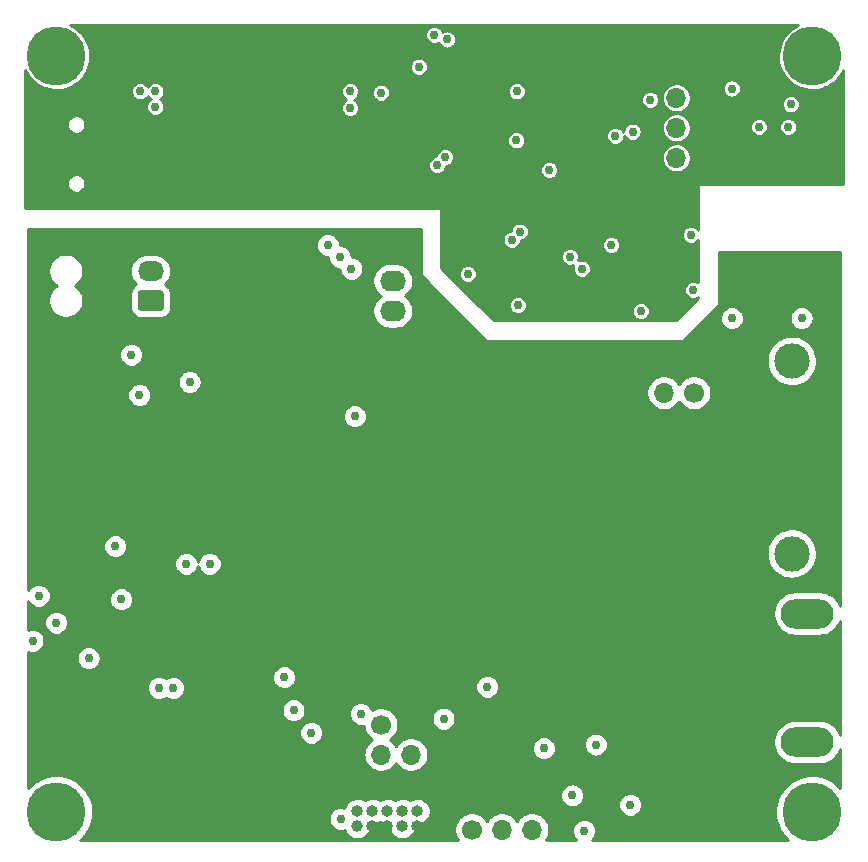
<source format=gbr>
%TF.GenerationSoftware,KiCad,Pcbnew,5.99.0-unknown-6252493~100~ubuntu18.04.1*%
%TF.CreationDate,2020-02-26T18:10:22+08:00*%
%TF.ProjectId,blue_interface_board,626c7565-5f69-46e7-9465-72666163655f,rev?*%
%TF.SameCoordinates,Original*%
%TF.FileFunction,Copper,L2,Inr*%
%TF.FilePolarity,Positive*%
%FSLAX46Y46*%
G04 Gerber Fmt 4.6, Leading zero omitted, Abs format (unit mm)*
G04 Created by KiCad (PCBNEW 5.99.0-unknown-6252493~100~ubuntu18.04.1) date 2020-02-26 18:10:22*
%MOMM*%
%LPD*%
G01*
G04 APERTURE LIST*
%ADD10C,0.762000*%
%ADD11O,1.700000X1.700000*%
%ADD12C,1.700000*%
%ADD13O,2.200000X1.700000*%
%ADD14C,5.000000*%
%ADD15O,2.200000X1.740000*%
%ADD16C,3.000000*%
%ADD17C,1.000000*%
%ADD18O,1.000000X1.000000*%
%ADD19O,4.500000X2.500000*%
%ADD20C,1.800000*%
%ADD21C,2.000000*%
%ADD22C,0.254000*%
G04 APERTURE END LIST*
D10*
X108330000Y-114935000D03*
X107030000Y-114935000D03*
X105730000Y-114935000D03*
X108330000Y-122735000D03*
X107030000Y-122735000D03*
X105730000Y-122735000D03*
X108330000Y-120135000D03*
X107030000Y-120135000D03*
X105730000Y-120135000D03*
X108330000Y-117535000D03*
X107030000Y-117535000D03*
X105730000Y-117535000D03*
X108330000Y-121435000D03*
X107030000Y-121435000D03*
X105730000Y-121435000D03*
X108330000Y-116235000D03*
X107030000Y-116235000D03*
X105730000Y-116235000D03*
X105730000Y-118835000D03*
X108330000Y-118835000D03*
X107030000Y-118835000D03*
X121500000Y-65100000D03*
X122600000Y-65100000D03*
X92100000Y-113029999D03*
X92100000Y-111929999D03*
D11*
X122040000Y-121140000D03*
X119500000Y-121140000D03*
X122040000Y-118600000D03*
D12*
X119500000Y-118600000D03*
D11*
X134820000Y-127500000D03*
X132280000Y-127500000D03*
X129740000Y-127500000D03*
D12*
X127200000Y-127500000D03*
D13*
X100000000Y-80200000D03*
%TA.AperFunction,ViaPad*%
G36*
X100945671Y-81869030D02*
G01*
X101026777Y-81923223D01*
X101080970Y-82004329D01*
X101100000Y-82100000D01*
X101100000Y-83300000D01*
X101080970Y-83395671D01*
X101026777Y-83476777D01*
X100945671Y-83530970D01*
X100850000Y-83550000D01*
X99150000Y-83550000D01*
X99054329Y-83530970D01*
X98973223Y-83476777D01*
X98919030Y-83395671D01*
X98900000Y-83300000D01*
X98900000Y-82100000D01*
X98919030Y-82004329D01*
X98973223Y-81923223D01*
X99054329Y-81869030D01*
X99150000Y-81850000D01*
X100850000Y-81850000D01*
X100945671Y-81869030D01*
G37*
%TD.AperFunction*%
D11*
X140920000Y-90500000D03*
X143460000Y-90500000D03*
D12*
X146000000Y-90500000D03*
D11*
X144500000Y-70620000D03*
X144500000Y-68080000D03*
X144500000Y-65540000D03*
D12*
X144500000Y-63000000D03*
D14*
X92000000Y-126000000D03*
X156000000Y-62000000D03*
X156000000Y-126000000D03*
X92000000Y-62000000D03*
D15*
X120500000Y-83580000D03*
X120500000Y-81040000D03*
%TA.AperFunction,ViaPad*%
G36*
X121445671Y-77649030D02*
G01*
X121526777Y-77703223D01*
X121580970Y-77784329D01*
X121600000Y-77879999D01*
X121600000Y-79120001D01*
X121580970Y-79215671D01*
X121526777Y-79296777D01*
X121445671Y-79350970D01*
X121350001Y-79370000D01*
X119649999Y-79370000D01*
X119554329Y-79350970D01*
X119473223Y-79296777D01*
X119419030Y-79215671D01*
X119400000Y-79120001D01*
X119400000Y-77879999D01*
X119419030Y-77784329D01*
X119473223Y-77703223D01*
X119554329Y-77649030D01*
X119649999Y-77630000D01*
X121350001Y-77630000D01*
X121445671Y-77649030D01*
G37*
%TD.AperFunction*%
D16*
X154290000Y-87820000D03*
X154290000Y-104120000D03*
D17*
X117500000Y-127200000D03*
D18*
X117500000Y-125930000D03*
X118770000Y-127200000D03*
X118770000Y-125930000D03*
X120040000Y-127200000D03*
X120040000Y-125930000D03*
X121310000Y-127200000D03*
X121310000Y-125930000D03*
X122580000Y-127200000D03*
X122580000Y-125930000D03*
D19*
X155600000Y-120100000D03*
X155600000Y-109200000D03*
D20*
X90950000Y-74175000D03*
X90950000Y-66425000D03*
D21*
X94750000Y-74025000D03*
X94750000Y-66575000D03*
D10*
X110500000Y-91750000D03*
X108500000Y-91750000D03*
X117300000Y-92500000D03*
X116900000Y-65000000D03*
X116900000Y-66400000D03*
X122000000Y-67500000D03*
X138000000Y-60100000D03*
X131000000Y-65000000D03*
X125100000Y-60600000D03*
X124000000Y-60200000D03*
X122700000Y-62900000D03*
X119500000Y-65100000D03*
X127800000Y-67100000D03*
X126600000Y-62500000D03*
X121100000Y-60200000D03*
X118900000Y-62200000D03*
X92900000Y-88800000D03*
X99100000Y-65000000D03*
X100400000Y-65000000D03*
X128500000Y-115400000D03*
X135700000Y-124600000D03*
X138600000Y-126600000D03*
X140600000Y-125400000D03*
X137700000Y-122600000D03*
X93500000Y-118000000D03*
X93000000Y-107729999D03*
X90000000Y-111500000D03*
X93000000Y-106500000D03*
X97500000Y-108000000D03*
X97000000Y-103500000D03*
X90250000Y-117979999D03*
X94750000Y-112979999D03*
X92000000Y-109979999D03*
X90530000Y-107699999D03*
X95030001Y-110000000D03*
X136500000Y-117500000D03*
X127000000Y-115437500D03*
X135000000Y-116500000D03*
X111300000Y-114600000D03*
X116085000Y-126585000D03*
X117000000Y-80000000D03*
X116000000Y-79000000D03*
X115000000Y-78000000D03*
X115300000Y-116400000D03*
X103300000Y-89600000D03*
X108500000Y-86500000D03*
X110500000Y-86500000D03*
X110500000Y-88200000D03*
X108500000Y-88200000D03*
X108500000Y-90000000D03*
X110500000Y-90000000D03*
X113000000Y-82600000D03*
X115100000Y-82600000D03*
X113000000Y-84300000D03*
X147400000Y-97500000D03*
X148600000Y-97500000D03*
X149800000Y-97500000D03*
X151000000Y-97500000D03*
X151000000Y-98500000D03*
X151000000Y-99500000D03*
X140800000Y-68400000D03*
X145950000Y-81800000D03*
X149300000Y-128100000D03*
X130558750Y-77541250D03*
X131241250Y-76858750D03*
X126500000Y-74900000D03*
X128850000Y-81650000D03*
X126850000Y-80450000D03*
X134650000Y-76450000D03*
X146700000Y-122100000D03*
X146700000Y-123600000D03*
X146700000Y-125100000D03*
X146700000Y-126600000D03*
X148000000Y-128100000D03*
X146700000Y-128100000D03*
X102760000Y-120225000D03*
X149200000Y-64750000D03*
X134950000Y-74950000D03*
X144050000Y-72650000D03*
X133750000Y-71650000D03*
X145775000Y-74087500D03*
X145725000Y-77137500D03*
X129668750Y-71068750D03*
X155117500Y-84190000D03*
X149217500Y-84190000D03*
X130950000Y-69150000D03*
X133650000Y-69450000D03*
X139350000Y-68750000D03*
X131087500Y-83100000D03*
X131887500Y-83800000D03*
X137587500Y-83600000D03*
X141487500Y-83600000D03*
X138087500Y-68750000D03*
X156700000Y-84100000D03*
X113400000Y-120800000D03*
X112100000Y-117400000D03*
X113600000Y-119300000D03*
X124941250Y-70558750D03*
X124258750Y-71241250D03*
X96600000Y-71900000D03*
X100400000Y-67800000D03*
X98500000Y-70000000D03*
X154200000Y-66100000D03*
X158100000Y-66100000D03*
X146400000Y-66100000D03*
X147662500Y-84162500D03*
X136500000Y-80000000D03*
X135500000Y-79000000D03*
X139750000Y-75500000D03*
X100400000Y-66300000D03*
X142300000Y-65700000D03*
X151250000Y-82500000D03*
X141900000Y-68400000D03*
X139000000Y-78000000D03*
X151500000Y-68000000D03*
X154000000Y-68000000D03*
X98000000Y-94000000D03*
X99500000Y-94000000D03*
X98343750Y-87300000D03*
X99043750Y-90700000D03*
X100700000Y-115500000D03*
X101900000Y-115500000D03*
X103000000Y-105000000D03*
X105000000Y-105000000D03*
X101500000Y-94000000D03*
X101500000Y-96000000D03*
X110500000Y-82600000D03*
X110500000Y-84300000D03*
X100100000Y-112700000D03*
X114500000Y-122500000D03*
X136700000Y-127600000D03*
X137700000Y-120300000D03*
X133300000Y-120600000D03*
X124800000Y-118100000D03*
X117800000Y-117700000D03*
X123500000Y-115300000D03*
X101900000Y-88100000D03*
X105700000Y-91300000D03*
G36*
X154528164Y-59518644D02*
G01*
X154521642Y-59522524D01*
X154240721Y-59713438D01*
X154234712Y-59718074D01*
X153978763Y-59941353D01*
X153973355Y-59946677D01*
X153746083Y-60199087D01*
X153741353Y-60205023D01*
X153546051Y-60482909D01*
X153542069Y-60489369D01*
X153381566Y-60788707D01*
X153378388Y-60795599D01*
X153255009Y-61112050D01*
X153252683Y-61119274D01*
X153168215Y-61448255D01*
X153166773Y-61455707D01*
X153122440Y-61792454D01*
X153121904Y-61800024D01*
X153118347Y-62139658D01*
X153118725Y-62147238D01*
X153155995Y-62484839D01*
X153157281Y-62492319D01*
X153234841Y-62822998D01*
X153237015Y-62830269D01*
X153353740Y-63149234D01*
X153356772Y-63156191D01*
X153510972Y-63458824D01*
X153514818Y-63465366D01*
X153704257Y-63747282D01*
X153708861Y-63753315D01*
X153930797Y-64010431D01*
X153936093Y-64015867D01*
X154187311Y-64244457D01*
X154193221Y-64249218D01*
X154470082Y-64445972D01*
X154476521Y-64449988D01*
X154775014Y-64612057D01*
X154781889Y-64615270D01*
X155097690Y-64740304D01*
X155104901Y-64742668D01*
X155433436Y-64828858D01*
X155440879Y-64830338D01*
X155777389Y-64876434D01*
X155784957Y-64877010D01*
X156124568Y-64882345D01*
X156132150Y-64882007D01*
X156469941Y-64846504D01*
X156477428Y-64845258D01*
X156808507Y-64769431D01*
X156815790Y-64767294D01*
X157135362Y-64652241D01*
X157142335Y-64649245D01*
X157445771Y-64496633D01*
X157452334Y-64492821D01*
X157735238Y-64304860D01*
X157741295Y-64300288D01*
X157999569Y-64079701D01*
X158005033Y-64074433D01*
X158234935Y-63824416D01*
X158239726Y-63818531D01*
X158437928Y-63542705D01*
X158441977Y-63536286D01*
X158605607Y-63238647D01*
X158608856Y-63231788D01*
X158620001Y-63204064D01*
X158620001Y-72874000D01*
X146447809Y-72874000D01*
X146374000Y-72947809D01*
X146374000Y-76732678D01*
X146277148Y-76599375D01*
X146263125Y-76585352D01*
X146083836Y-76455089D01*
X146066164Y-76446085D01*
X145855396Y-76377603D01*
X145835807Y-76374500D01*
X145614193Y-76374500D01*
X145594604Y-76377603D01*
X145383836Y-76446085D01*
X145366164Y-76455089D01*
X145186875Y-76585352D01*
X145172852Y-76599375D01*
X145042589Y-76778664D01*
X145033585Y-76796336D01*
X144965103Y-77007104D01*
X144962000Y-77026693D01*
X144962000Y-77248307D01*
X144965103Y-77267896D01*
X145033585Y-77478664D01*
X145042589Y-77496336D01*
X145172852Y-77675625D01*
X145186875Y-77689648D01*
X145366164Y-77819911D01*
X145383836Y-77828915D01*
X145594604Y-77897397D01*
X145614193Y-77900500D01*
X145835807Y-77900500D01*
X145855396Y-77897397D01*
X146066164Y-77828915D01*
X146083836Y-77819911D01*
X146263125Y-77689648D01*
X146277148Y-77675625D01*
X146374000Y-77542322D01*
X146374000Y-81164934D01*
X146308836Y-81117589D01*
X146291164Y-81108585D01*
X146080396Y-81040103D01*
X146060807Y-81037000D01*
X145839193Y-81037000D01*
X145819604Y-81040103D01*
X145608836Y-81108585D01*
X145591164Y-81117589D01*
X145411875Y-81247852D01*
X145397852Y-81261875D01*
X145267589Y-81441164D01*
X145258585Y-81458836D01*
X145190103Y-81669604D01*
X145187000Y-81689193D01*
X145187000Y-81910807D01*
X145190103Y-81930396D01*
X145258585Y-82141164D01*
X145267589Y-82158836D01*
X145397852Y-82338125D01*
X145411875Y-82352148D01*
X145591164Y-82482411D01*
X145608836Y-82491415D01*
X145819604Y-82559897D01*
X145839193Y-82563000D01*
X146060807Y-82563000D01*
X146080396Y-82559897D01*
X146291164Y-82491415D01*
X146308836Y-82482411D01*
X146374000Y-82435066D01*
X146374000Y-82447810D01*
X144447810Y-84374000D01*
X129052190Y-84374000D01*
X127667383Y-82989193D01*
X130324500Y-82989193D01*
X130324500Y-83210807D01*
X130327603Y-83230396D01*
X130396085Y-83441164D01*
X130405089Y-83458836D01*
X130535352Y-83638125D01*
X130549375Y-83652148D01*
X130728664Y-83782411D01*
X130746336Y-83791415D01*
X130957104Y-83859897D01*
X130976693Y-83863000D01*
X131198307Y-83863000D01*
X131217896Y-83859897D01*
X131428664Y-83791415D01*
X131446336Y-83782411D01*
X131625625Y-83652148D01*
X131639648Y-83638125D01*
X131747855Y-83489193D01*
X140724500Y-83489193D01*
X140724500Y-83710807D01*
X140727603Y-83730396D01*
X140796085Y-83941164D01*
X140805089Y-83958836D01*
X140935352Y-84138125D01*
X140949375Y-84152148D01*
X141128664Y-84282411D01*
X141146336Y-84291415D01*
X141357104Y-84359897D01*
X141376693Y-84363000D01*
X141598307Y-84363000D01*
X141617896Y-84359897D01*
X141828664Y-84291415D01*
X141846336Y-84282411D01*
X142025625Y-84152148D01*
X142039648Y-84138125D01*
X142169911Y-83958836D01*
X142178915Y-83941164D01*
X142247397Y-83730396D01*
X142250500Y-83710807D01*
X142250500Y-83489193D01*
X142247397Y-83469604D01*
X142178915Y-83258836D01*
X142169911Y-83241164D01*
X142039648Y-83061875D01*
X142025625Y-83047852D01*
X141846336Y-82917589D01*
X141828664Y-82908585D01*
X141617896Y-82840103D01*
X141598307Y-82837000D01*
X141376693Y-82837000D01*
X141357104Y-82840103D01*
X141146336Y-82908585D01*
X141128664Y-82917589D01*
X140949375Y-83047852D01*
X140935352Y-83061875D01*
X140805089Y-83241164D01*
X140796085Y-83258836D01*
X140727603Y-83469604D01*
X140724500Y-83489193D01*
X131747855Y-83489193D01*
X131769911Y-83458836D01*
X131778915Y-83441164D01*
X131847397Y-83230396D01*
X131850500Y-83210807D01*
X131850500Y-82989193D01*
X131847397Y-82969604D01*
X131778915Y-82758836D01*
X131769911Y-82741164D01*
X131639648Y-82561875D01*
X131625625Y-82547852D01*
X131446336Y-82417589D01*
X131428664Y-82408585D01*
X131217896Y-82340103D01*
X131198307Y-82337000D01*
X130976693Y-82337000D01*
X130957104Y-82340103D01*
X130746336Y-82408585D01*
X130728664Y-82417589D01*
X130549375Y-82547852D01*
X130535352Y-82561875D01*
X130405089Y-82741164D01*
X130396085Y-82758836D01*
X130327603Y-82969604D01*
X130324500Y-82989193D01*
X127667383Y-82989193D01*
X125017383Y-80339193D01*
X126087000Y-80339193D01*
X126087000Y-80560807D01*
X126090103Y-80580396D01*
X126158585Y-80791164D01*
X126167589Y-80808836D01*
X126297852Y-80988125D01*
X126311875Y-81002148D01*
X126491164Y-81132411D01*
X126508836Y-81141415D01*
X126719604Y-81209897D01*
X126739193Y-81213000D01*
X126960807Y-81213000D01*
X126980396Y-81209897D01*
X127191164Y-81141415D01*
X127208836Y-81132411D01*
X127388125Y-81002148D01*
X127402148Y-80988125D01*
X127532411Y-80808836D01*
X127541415Y-80791164D01*
X127609897Y-80580396D01*
X127613000Y-80560807D01*
X127613000Y-80339193D01*
X127609897Y-80319604D01*
X127541415Y-80108836D01*
X127532411Y-80091164D01*
X127402148Y-79911875D01*
X127388125Y-79897852D01*
X127208836Y-79767589D01*
X127191164Y-79758585D01*
X126980396Y-79690103D01*
X126960807Y-79687000D01*
X126739193Y-79687000D01*
X126719604Y-79690103D01*
X126508836Y-79758585D01*
X126491164Y-79767589D01*
X126311875Y-79897852D01*
X126297852Y-79911875D01*
X126167589Y-80091164D01*
X126158585Y-80108836D01*
X126090103Y-80319604D01*
X126087000Y-80339193D01*
X125017383Y-80339193D01*
X124626000Y-79947810D01*
X124626000Y-78889193D01*
X134737000Y-78889193D01*
X134737000Y-79110807D01*
X134740103Y-79130396D01*
X134808585Y-79341164D01*
X134817589Y-79358836D01*
X134947852Y-79538125D01*
X134961875Y-79552148D01*
X135141164Y-79682411D01*
X135158836Y-79691415D01*
X135369604Y-79759897D01*
X135389193Y-79763000D01*
X135610807Y-79763000D01*
X135630396Y-79759897D01*
X135792905Y-79707095D01*
X135740103Y-79869604D01*
X135737000Y-79889193D01*
X135737000Y-80110807D01*
X135740103Y-80130396D01*
X135808585Y-80341164D01*
X135817589Y-80358836D01*
X135947852Y-80538125D01*
X135961875Y-80552148D01*
X136141164Y-80682411D01*
X136158836Y-80691415D01*
X136369604Y-80759897D01*
X136389193Y-80763000D01*
X136610807Y-80763000D01*
X136630396Y-80759897D01*
X136841164Y-80691415D01*
X136858836Y-80682411D01*
X137038125Y-80552148D01*
X137052148Y-80538125D01*
X137182411Y-80358836D01*
X137191415Y-80341164D01*
X137259897Y-80130396D01*
X137263000Y-80110807D01*
X137263000Y-79889193D01*
X137259897Y-79869604D01*
X137191415Y-79658836D01*
X137182411Y-79641164D01*
X137052148Y-79461875D01*
X137038125Y-79447852D01*
X136858836Y-79317589D01*
X136841164Y-79308585D01*
X136630396Y-79240103D01*
X136610807Y-79237000D01*
X136389193Y-79237000D01*
X136369604Y-79240103D01*
X136207095Y-79292905D01*
X136259897Y-79130396D01*
X136263000Y-79110807D01*
X136263000Y-78889193D01*
X136259897Y-78869604D01*
X136191415Y-78658836D01*
X136182411Y-78641164D01*
X136052148Y-78461875D01*
X136038125Y-78447852D01*
X135858836Y-78317589D01*
X135841164Y-78308585D01*
X135630396Y-78240103D01*
X135610807Y-78237000D01*
X135389193Y-78237000D01*
X135369604Y-78240103D01*
X135158836Y-78308585D01*
X135141164Y-78317589D01*
X134961875Y-78447852D01*
X134947852Y-78461875D01*
X134817589Y-78641164D01*
X134808585Y-78658836D01*
X134740103Y-78869604D01*
X134737000Y-78889193D01*
X124626000Y-78889193D01*
X124626000Y-77430443D01*
X129795750Y-77430443D01*
X129795750Y-77652057D01*
X129798853Y-77671646D01*
X129867335Y-77882414D01*
X129876339Y-77900086D01*
X130006602Y-78079375D01*
X130020625Y-78093398D01*
X130199914Y-78223661D01*
X130217586Y-78232665D01*
X130428354Y-78301147D01*
X130447943Y-78304250D01*
X130669557Y-78304250D01*
X130689146Y-78301147D01*
X130899914Y-78232665D01*
X130917586Y-78223661D01*
X131096875Y-78093398D01*
X131110898Y-78079375D01*
X131241161Y-77900086D01*
X131246711Y-77889193D01*
X138237000Y-77889193D01*
X138237000Y-78110807D01*
X138240103Y-78130396D01*
X138308585Y-78341164D01*
X138317589Y-78358836D01*
X138447852Y-78538125D01*
X138461875Y-78552148D01*
X138641164Y-78682411D01*
X138658836Y-78691415D01*
X138869604Y-78759897D01*
X138889193Y-78763000D01*
X139110807Y-78763000D01*
X139130396Y-78759897D01*
X139341164Y-78691415D01*
X139358836Y-78682411D01*
X139538125Y-78552148D01*
X139552148Y-78538125D01*
X139682411Y-78358836D01*
X139691415Y-78341164D01*
X139759897Y-78130396D01*
X139763000Y-78110807D01*
X139763000Y-77889193D01*
X139759897Y-77869604D01*
X139691415Y-77658836D01*
X139682411Y-77641164D01*
X139552148Y-77461875D01*
X139538125Y-77447852D01*
X139358836Y-77317589D01*
X139341164Y-77308585D01*
X139130396Y-77240103D01*
X139110807Y-77237000D01*
X138889193Y-77237000D01*
X138869604Y-77240103D01*
X138658836Y-77308585D01*
X138641164Y-77317589D01*
X138461875Y-77447852D01*
X138447852Y-77461875D01*
X138317589Y-77641164D01*
X138308585Y-77658836D01*
X138240103Y-77869604D01*
X138237000Y-77889193D01*
X131246711Y-77889193D01*
X131250165Y-77882414D01*
X131318647Y-77671646D01*
X131321750Y-77652057D01*
X131321750Y-77621750D01*
X131352057Y-77621750D01*
X131371646Y-77618647D01*
X131582414Y-77550165D01*
X131600086Y-77541161D01*
X131779375Y-77410898D01*
X131793398Y-77396875D01*
X131923661Y-77217586D01*
X131932665Y-77199914D01*
X132001147Y-76989146D01*
X132004250Y-76969557D01*
X132004250Y-76747943D01*
X132001147Y-76728354D01*
X131932665Y-76517586D01*
X131923661Y-76499914D01*
X131793398Y-76320625D01*
X131779375Y-76306602D01*
X131600086Y-76176339D01*
X131582414Y-76167335D01*
X131371646Y-76098853D01*
X131352057Y-76095750D01*
X131130443Y-76095750D01*
X131110854Y-76098853D01*
X130900086Y-76167335D01*
X130882414Y-76176339D01*
X130703125Y-76306602D01*
X130689102Y-76320625D01*
X130558839Y-76499914D01*
X130549835Y-76517586D01*
X130481353Y-76728354D01*
X130478250Y-76747943D01*
X130478250Y-76778250D01*
X130447943Y-76778250D01*
X130428354Y-76781353D01*
X130217586Y-76849835D01*
X130199914Y-76858839D01*
X130020625Y-76989102D01*
X130006602Y-77003125D01*
X129876339Y-77182414D01*
X129867335Y-77200086D01*
X129798853Y-77410854D01*
X129795750Y-77430443D01*
X124626000Y-77430443D01*
X124626000Y-74947809D01*
X124552191Y-74874000D01*
X89380000Y-74874000D01*
X89380000Y-72792073D01*
X92914803Y-72792073D01*
X92914803Y-72807927D01*
X92937500Y-72987593D01*
X92941443Y-73002949D01*
X93008107Y-73171325D01*
X93015745Y-73185219D01*
X93122190Y-73331726D01*
X93133043Y-73343283D01*
X93272578Y-73458716D01*
X93285964Y-73467211D01*
X93449821Y-73544317D01*
X93464900Y-73549217D01*
X93642786Y-73583150D01*
X93658609Y-73584145D01*
X93839344Y-73572775D01*
X93854918Y-73569804D01*
X94027148Y-73513842D01*
X94041493Y-73507092D01*
X94194395Y-73410058D01*
X94206611Y-73399952D01*
X94330579Y-73267940D01*
X94339898Y-73255114D01*
X94427140Y-73096421D01*
X94432976Y-73081680D01*
X94478012Y-72906276D01*
X94479999Y-72890546D01*
X94479999Y-72709454D01*
X94478012Y-72693724D01*
X94432976Y-72518320D01*
X94427140Y-72503579D01*
X94339898Y-72344886D01*
X94330579Y-72332060D01*
X94206611Y-72200048D01*
X94194395Y-72189942D01*
X94041493Y-72092908D01*
X94027148Y-72086158D01*
X93854918Y-72030196D01*
X93839344Y-72027225D01*
X93658609Y-72015855D01*
X93642786Y-72016850D01*
X93464900Y-72050783D01*
X93449821Y-72055683D01*
X93285964Y-72132789D01*
X93272578Y-72141284D01*
X93133043Y-72256717D01*
X93122190Y-72268274D01*
X93015745Y-72414781D01*
X93008107Y-72428675D01*
X92941443Y-72597051D01*
X92937500Y-72612407D01*
X92914803Y-72792073D01*
X89380000Y-72792073D01*
X89380000Y-71130443D01*
X123495750Y-71130443D01*
X123495750Y-71352057D01*
X123498853Y-71371646D01*
X123567335Y-71582414D01*
X123576339Y-71600086D01*
X123706602Y-71779375D01*
X123720625Y-71793398D01*
X123899914Y-71923661D01*
X123917586Y-71932665D01*
X124128354Y-72001147D01*
X124147943Y-72004250D01*
X124369557Y-72004250D01*
X124389146Y-72001147D01*
X124599914Y-71932665D01*
X124617586Y-71923661D01*
X124796875Y-71793398D01*
X124810898Y-71779375D01*
X124941161Y-71600086D01*
X124950165Y-71582414D01*
X124964208Y-71539193D01*
X132987000Y-71539193D01*
X132987000Y-71760807D01*
X132990103Y-71780396D01*
X133058585Y-71991164D01*
X133067589Y-72008836D01*
X133197852Y-72188125D01*
X133211875Y-72202148D01*
X133391164Y-72332411D01*
X133408836Y-72341415D01*
X133619604Y-72409897D01*
X133639193Y-72413000D01*
X133860807Y-72413000D01*
X133880396Y-72409897D01*
X134091164Y-72341415D01*
X134108836Y-72332411D01*
X134288125Y-72202148D01*
X134302148Y-72188125D01*
X134432411Y-72008836D01*
X134441415Y-71991164D01*
X134509897Y-71780396D01*
X134513000Y-71760807D01*
X134513000Y-71539193D01*
X134509897Y-71519604D01*
X134441415Y-71308836D01*
X134432411Y-71291164D01*
X134302148Y-71111875D01*
X134288125Y-71097852D01*
X134108836Y-70967589D01*
X134091164Y-70958585D01*
X133880396Y-70890103D01*
X133860807Y-70887000D01*
X133639193Y-70887000D01*
X133619604Y-70890103D01*
X133408836Y-70958585D01*
X133391164Y-70967589D01*
X133211875Y-71097852D01*
X133197852Y-71111875D01*
X133067589Y-71291164D01*
X133058585Y-71308836D01*
X132990103Y-71519604D01*
X132987000Y-71539193D01*
X124964208Y-71539193D01*
X125018647Y-71371646D01*
X125021750Y-71352057D01*
X125021750Y-71321750D01*
X125052057Y-71321750D01*
X125071646Y-71318647D01*
X125282414Y-71250165D01*
X125300086Y-71241161D01*
X125479375Y-71110898D01*
X125493398Y-71096875D01*
X125623661Y-70917586D01*
X125632665Y-70899914D01*
X125701147Y-70689146D01*
X125704250Y-70669557D01*
X125704250Y-70622764D01*
X143264968Y-70622764D01*
X143285535Y-70844469D01*
X143287772Y-70856253D01*
X143349891Y-71070070D01*
X143354316Y-71081218D01*
X143455747Y-71279431D01*
X143462201Y-71289541D01*
X143599282Y-71464996D01*
X143607530Y-71473704D01*
X143775317Y-71620073D01*
X143785063Y-71627064D01*
X143977501Y-71739065D01*
X143988393Y-71744087D01*
X144198537Y-71817678D01*
X144210183Y-71820549D01*
X144430451Y-71853075D01*
X144442430Y-71853693D01*
X144664874Y-71843980D01*
X144676753Y-71842322D01*
X144893349Y-71790722D01*
X144904700Y-71786847D01*
X145107631Y-71695220D01*
X145118045Y-71689268D01*
X145299988Y-71560921D01*
X145309088Y-71553108D01*
X145463479Y-71392671D01*
X145470937Y-71383278D01*
X145592205Y-71196542D01*
X145597752Y-71185908D01*
X145681522Y-70979610D01*
X145684958Y-70968119D01*
X145728222Y-70749621D01*
X145729425Y-70737521D01*
X145730023Y-70508918D01*
X145728884Y-70496812D01*
X145686765Y-70278091D01*
X145683388Y-70266582D01*
X145600701Y-70059848D01*
X145595209Y-70049184D01*
X145474920Y-69861816D01*
X145467511Y-69852384D01*
X145313963Y-69691142D01*
X145304904Y-69683281D01*
X145123634Y-69553983D01*
X145113252Y-69547977D01*
X144910805Y-69455289D01*
X144899474Y-69451354D01*
X144683151Y-69398620D01*
X144671281Y-69396899D01*
X144448890Y-69386022D01*
X144436909Y-69386577D01*
X144216472Y-69417950D01*
X144204812Y-69420760D01*
X143994285Y-69493250D01*
X143983366Y-69498215D01*
X143790346Y-69609206D01*
X143780563Y-69616146D01*
X143612012Y-69761634D01*
X143603718Y-69770299D01*
X143465720Y-69945035D01*
X143459214Y-69955111D01*
X143356746Y-70152790D01*
X143352263Y-70163915D01*
X143289025Y-70377403D01*
X143286727Y-70389175D01*
X143264999Y-70610770D01*
X143264968Y-70622764D01*
X125704250Y-70622764D01*
X125704250Y-70447943D01*
X125701147Y-70428354D01*
X125632665Y-70217586D01*
X125623661Y-70199914D01*
X125493398Y-70020625D01*
X125479375Y-70006602D01*
X125300086Y-69876339D01*
X125282414Y-69867335D01*
X125071646Y-69798853D01*
X125052057Y-69795750D01*
X124830443Y-69795750D01*
X124810854Y-69798853D01*
X124600086Y-69867335D01*
X124582414Y-69876339D01*
X124403125Y-70006602D01*
X124389102Y-70020625D01*
X124258839Y-70199914D01*
X124249835Y-70217586D01*
X124181353Y-70428354D01*
X124178250Y-70447943D01*
X124178250Y-70478250D01*
X124147943Y-70478250D01*
X124128354Y-70481353D01*
X123917586Y-70549835D01*
X123899914Y-70558839D01*
X123720625Y-70689102D01*
X123706602Y-70703125D01*
X123576339Y-70882414D01*
X123567335Y-70900086D01*
X123498853Y-71110854D01*
X123495750Y-71130443D01*
X89380000Y-71130443D01*
X89380000Y-69039193D01*
X130187000Y-69039193D01*
X130187000Y-69260807D01*
X130190103Y-69280396D01*
X130258585Y-69491164D01*
X130267589Y-69508836D01*
X130397852Y-69688125D01*
X130411875Y-69702148D01*
X130591164Y-69832411D01*
X130608836Y-69841415D01*
X130819604Y-69909897D01*
X130839193Y-69913000D01*
X131060807Y-69913000D01*
X131080396Y-69909897D01*
X131291164Y-69841415D01*
X131308836Y-69832411D01*
X131488125Y-69702148D01*
X131502148Y-69688125D01*
X131632411Y-69508836D01*
X131641415Y-69491164D01*
X131709897Y-69280396D01*
X131713000Y-69260807D01*
X131713000Y-69039193D01*
X131709897Y-69019604D01*
X131641415Y-68808836D01*
X131632411Y-68791164D01*
X131521996Y-68639193D01*
X138587000Y-68639193D01*
X138587000Y-68860807D01*
X138590103Y-68880396D01*
X138658585Y-69091164D01*
X138667589Y-69108836D01*
X138797852Y-69288125D01*
X138811875Y-69302148D01*
X138991164Y-69432411D01*
X139008836Y-69441415D01*
X139219604Y-69509897D01*
X139239193Y-69513000D01*
X139460807Y-69513000D01*
X139480396Y-69509897D01*
X139691164Y-69441415D01*
X139708836Y-69432411D01*
X139888125Y-69302148D01*
X139902148Y-69288125D01*
X140032411Y-69108836D01*
X140041415Y-69091164D01*
X140109897Y-68880396D01*
X140113000Y-68860807D01*
X140113000Y-68749829D01*
X140117589Y-68758836D01*
X140247852Y-68938125D01*
X140261875Y-68952148D01*
X140441164Y-69082411D01*
X140458836Y-69091415D01*
X140669604Y-69159897D01*
X140689193Y-69163000D01*
X140910807Y-69163000D01*
X140930396Y-69159897D01*
X141141164Y-69091415D01*
X141158836Y-69082411D01*
X141338125Y-68952148D01*
X141352148Y-68938125D01*
X141482411Y-68758836D01*
X141491415Y-68741164D01*
X141559897Y-68530396D01*
X141563000Y-68510807D01*
X141563000Y-68289193D01*
X141559897Y-68269604D01*
X141499190Y-68082764D01*
X143264968Y-68082764D01*
X143285535Y-68304469D01*
X143287772Y-68316253D01*
X143349891Y-68530070D01*
X143354316Y-68541218D01*
X143455747Y-68739431D01*
X143462201Y-68749541D01*
X143599282Y-68924996D01*
X143607530Y-68933704D01*
X143775317Y-69080073D01*
X143785063Y-69087064D01*
X143977501Y-69199065D01*
X143988393Y-69204087D01*
X144198537Y-69277678D01*
X144210183Y-69280549D01*
X144430451Y-69313075D01*
X144442430Y-69313693D01*
X144664874Y-69303980D01*
X144676753Y-69302322D01*
X144893349Y-69250722D01*
X144904700Y-69246847D01*
X145107631Y-69155220D01*
X145118045Y-69149268D01*
X145299988Y-69020921D01*
X145309088Y-69013108D01*
X145463479Y-68852671D01*
X145470937Y-68843278D01*
X145592205Y-68656542D01*
X145597752Y-68645908D01*
X145681522Y-68439610D01*
X145684958Y-68428119D01*
X145728222Y-68209621D01*
X145729425Y-68197521D01*
X145730023Y-67968918D01*
X145728884Y-67956812D01*
X145715863Y-67889193D01*
X150737000Y-67889193D01*
X150737000Y-68110807D01*
X150740103Y-68130396D01*
X150808585Y-68341164D01*
X150817589Y-68358836D01*
X150947852Y-68538125D01*
X150961875Y-68552148D01*
X151141164Y-68682411D01*
X151158836Y-68691415D01*
X151369604Y-68759897D01*
X151389193Y-68763000D01*
X151610807Y-68763000D01*
X151630396Y-68759897D01*
X151841164Y-68691415D01*
X151858836Y-68682411D01*
X152038125Y-68552148D01*
X152052148Y-68538125D01*
X152182411Y-68358836D01*
X152191415Y-68341164D01*
X152259897Y-68130396D01*
X152263000Y-68110807D01*
X152263000Y-67889193D01*
X153237000Y-67889193D01*
X153237000Y-68110807D01*
X153240103Y-68130396D01*
X153308585Y-68341164D01*
X153317589Y-68358836D01*
X153447852Y-68538125D01*
X153461875Y-68552148D01*
X153641164Y-68682411D01*
X153658836Y-68691415D01*
X153869604Y-68759897D01*
X153889193Y-68763000D01*
X154110807Y-68763000D01*
X154130396Y-68759897D01*
X154341164Y-68691415D01*
X154358836Y-68682411D01*
X154538125Y-68552148D01*
X154552148Y-68538125D01*
X154682411Y-68358836D01*
X154691415Y-68341164D01*
X154759897Y-68130396D01*
X154763000Y-68110807D01*
X154763000Y-67889193D01*
X154759897Y-67869604D01*
X154691415Y-67658836D01*
X154682411Y-67641164D01*
X154552148Y-67461875D01*
X154538125Y-67447852D01*
X154358836Y-67317589D01*
X154341164Y-67308585D01*
X154130396Y-67240103D01*
X154110807Y-67237000D01*
X153889193Y-67237000D01*
X153869604Y-67240103D01*
X153658836Y-67308585D01*
X153641164Y-67317589D01*
X153461875Y-67447852D01*
X153447852Y-67461875D01*
X153317589Y-67641164D01*
X153308585Y-67658836D01*
X153240103Y-67869604D01*
X153237000Y-67889193D01*
X152263000Y-67889193D01*
X152259897Y-67869604D01*
X152191415Y-67658836D01*
X152182411Y-67641164D01*
X152052148Y-67461875D01*
X152038125Y-67447852D01*
X151858836Y-67317589D01*
X151841164Y-67308585D01*
X151630396Y-67240103D01*
X151610807Y-67237000D01*
X151389193Y-67237000D01*
X151369604Y-67240103D01*
X151158836Y-67308585D01*
X151141164Y-67317589D01*
X150961875Y-67447852D01*
X150947852Y-67461875D01*
X150817589Y-67641164D01*
X150808585Y-67658836D01*
X150740103Y-67869604D01*
X150737000Y-67889193D01*
X145715863Y-67889193D01*
X145686765Y-67738091D01*
X145683388Y-67726582D01*
X145600701Y-67519848D01*
X145595209Y-67509184D01*
X145474920Y-67321816D01*
X145467511Y-67312384D01*
X145313963Y-67151142D01*
X145304904Y-67143281D01*
X145123634Y-67013983D01*
X145113252Y-67007977D01*
X144910805Y-66915289D01*
X144899474Y-66911354D01*
X144683151Y-66858620D01*
X144671281Y-66856899D01*
X144448890Y-66846022D01*
X144436909Y-66846577D01*
X144216472Y-66877950D01*
X144204812Y-66880760D01*
X143994285Y-66953250D01*
X143983366Y-66958215D01*
X143790346Y-67069206D01*
X143780563Y-67076146D01*
X143612012Y-67221634D01*
X143603718Y-67230299D01*
X143465720Y-67405035D01*
X143459214Y-67415111D01*
X143356746Y-67612790D01*
X143352263Y-67623915D01*
X143289025Y-67837403D01*
X143286727Y-67849175D01*
X143264999Y-68070770D01*
X143264968Y-68082764D01*
X141499190Y-68082764D01*
X141491415Y-68058836D01*
X141482411Y-68041164D01*
X141352148Y-67861875D01*
X141338125Y-67847852D01*
X141158836Y-67717589D01*
X141141164Y-67708585D01*
X140930396Y-67640103D01*
X140910807Y-67637000D01*
X140689193Y-67637000D01*
X140669604Y-67640103D01*
X140458836Y-67708585D01*
X140441164Y-67717589D01*
X140261875Y-67847852D01*
X140247852Y-67861875D01*
X140117589Y-68041164D01*
X140108585Y-68058836D01*
X140040103Y-68269604D01*
X140037000Y-68289193D01*
X140037000Y-68400171D01*
X140032411Y-68391164D01*
X139902148Y-68211875D01*
X139888125Y-68197852D01*
X139708836Y-68067589D01*
X139691164Y-68058585D01*
X139480396Y-67990103D01*
X139460807Y-67987000D01*
X139239193Y-67987000D01*
X139219604Y-67990103D01*
X139008836Y-68058585D01*
X138991164Y-68067589D01*
X138811875Y-68197852D01*
X138797852Y-68211875D01*
X138667589Y-68391164D01*
X138658585Y-68408836D01*
X138590103Y-68619604D01*
X138587000Y-68639193D01*
X131521996Y-68639193D01*
X131502148Y-68611875D01*
X131488125Y-68597852D01*
X131308836Y-68467589D01*
X131291164Y-68458585D01*
X131080396Y-68390103D01*
X131060807Y-68387000D01*
X130839193Y-68387000D01*
X130819604Y-68390103D01*
X130608836Y-68458585D01*
X130591164Y-68467589D01*
X130411875Y-68597852D01*
X130397852Y-68611875D01*
X130267589Y-68791164D01*
X130258585Y-68808836D01*
X130190103Y-69019604D01*
X130187000Y-69039193D01*
X89380000Y-69039193D01*
X89380000Y-67792073D01*
X92914803Y-67792073D01*
X92914803Y-67807927D01*
X92937500Y-67987593D01*
X92941443Y-68002949D01*
X93008107Y-68171325D01*
X93015745Y-68185219D01*
X93122190Y-68331726D01*
X93133043Y-68343283D01*
X93272578Y-68458716D01*
X93285964Y-68467211D01*
X93449821Y-68544317D01*
X93464900Y-68549217D01*
X93642786Y-68583150D01*
X93658609Y-68584145D01*
X93839344Y-68572775D01*
X93854918Y-68569804D01*
X94027148Y-68513842D01*
X94041493Y-68507092D01*
X94194395Y-68410058D01*
X94206611Y-68399952D01*
X94330579Y-68267940D01*
X94339898Y-68255114D01*
X94427140Y-68096421D01*
X94432976Y-68081680D01*
X94478012Y-67906276D01*
X94479999Y-67890546D01*
X94479999Y-67709454D01*
X94478012Y-67693724D01*
X94432976Y-67518320D01*
X94427140Y-67503579D01*
X94339898Y-67344886D01*
X94330579Y-67332060D01*
X94206611Y-67200048D01*
X94194395Y-67189942D01*
X94041493Y-67092908D01*
X94027148Y-67086158D01*
X93854918Y-67030196D01*
X93839344Y-67027225D01*
X93658609Y-67015855D01*
X93642786Y-67016850D01*
X93464900Y-67050783D01*
X93449821Y-67055683D01*
X93285964Y-67132789D01*
X93272578Y-67141284D01*
X93133043Y-67256717D01*
X93122190Y-67268274D01*
X93015745Y-67414781D01*
X93008107Y-67428675D01*
X92941443Y-67597051D01*
X92937500Y-67612407D01*
X92914803Y-67792073D01*
X89380000Y-67792073D01*
X89380000Y-64889193D01*
X98337000Y-64889193D01*
X98337000Y-65110807D01*
X98340103Y-65130396D01*
X98408585Y-65341164D01*
X98417589Y-65358836D01*
X98547852Y-65538125D01*
X98561875Y-65552148D01*
X98741164Y-65682411D01*
X98758836Y-65691415D01*
X98969604Y-65759897D01*
X98989193Y-65763000D01*
X99210807Y-65763000D01*
X99230396Y-65759897D01*
X99441164Y-65691415D01*
X99458836Y-65682411D01*
X99638125Y-65552148D01*
X99652148Y-65538125D01*
X99750000Y-65403445D01*
X99847852Y-65538125D01*
X99861875Y-65552148D01*
X99996555Y-65650000D01*
X99861875Y-65747852D01*
X99847852Y-65761875D01*
X99717589Y-65941164D01*
X99708585Y-65958836D01*
X99640103Y-66169604D01*
X99637000Y-66189193D01*
X99637000Y-66410807D01*
X99640103Y-66430396D01*
X99708585Y-66641164D01*
X99717589Y-66658836D01*
X99847852Y-66838125D01*
X99861875Y-66852148D01*
X100041164Y-66982411D01*
X100058836Y-66991415D01*
X100269604Y-67059897D01*
X100289193Y-67063000D01*
X100510807Y-67063000D01*
X100530396Y-67059897D01*
X100741164Y-66991415D01*
X100758836Y-66982411D01*
X100938125Y-66852148D01*
X100952148Y-66838125D01*
X101082411Y-66658836D01*
X101091415Y-66641164D01*
X101159897Y-66430396D01*
X101163000Y-66410807D01*
X101163000Y-66189193D01*
X101159897Y-66169604D01*
X101091415Y-65958836D01*
X101082411Y-65941164D01*
X100952148Y-65761875D01*
X100938125Y-65747852D01*
X100803445Y-65650000D01*
X100938125Y-65552148D01*
X100952148Y-65538125D01*
X101082411Y-65358836D01*
X101091415Y-65341164D01*
X101159897Y-65130396D01*
X101163000Y-65110807D01*
X101163000Y-64889193D01*
X116137000Y-64889193D01*
X116137000Y-65110807D01*
X116140103Y-65130396D01*
X116208585Y-65341164D01*
X116217589Y-65358836D01*
X116347852Y-65538125D01*
X116361875Y-65552148D01*
X116541164Y-65682411D01*
X116558836Y-65691415D01*
X116585258Y-65700000D01*
X116558836Y-65708585D01*
X116541164Y-65717589D01*
X116361875Y-65847852D01*
X116347852Y-65861875D01*
X116217589Y-66041164D01*
X116208585Y-66058836D01*
X116140103Y-66269604D01*
X116137000Y-66289193D01*
X116137000Y-66510807D01*
X116140103Y-66530396D01*
X116208585Y-66741164D01*
X116217589Y-66758836D01*
X116347852Y-66938125D01*
X116361875Y-66952148D01*
X116541164Y-67082411D01*
X116558836Y-67091415D01*
X116769604Y-67159897D01*
X116789193Y-67163000D01*
X117010807Y-67163000D01*
X117030396Y-67159897D01*
X117241164Y-67091415D01*
X117258836Y-67082411D01*
X117438125Y-66952148D01*
X117452148Y-66938125D01*
X117582411Y-66758836D01*
X117591415Y-66741164D01*
X117659897Y-66530396D01*
X117663000Y-66510807D01*
X117663000Y-66289193D01*
X117659897Y-66269604D01*
X117591415Y-66058836D01*
X117582411Y-66041164D01*
X117452148Y-65861875D01*
X117438125Y-65847852D01*
X117258836Y-65717589D01*
X117241164Y-65708585D01*
X117214742Y-65700000D01*
X117241164Y-65691415D01*
X117258836Y-65682411D01*
X117438125Y-65552148D01*
X117452148Y-65538125D01*
X117582411Y-65358836D01*
X117591415Y-65341164D01*
X117659897Y-65130396D01*
X117663000Y-65110807D01*
X117663000Y-64989193D01*
X118737000Y-64989193D01*
X118737000Y-65210807D01*
X118740103Y-65230396D01*
X118808585Y-65441164D01*
X118817589Y-65458836D01*
X118947852Y-65638125D01*
X118961875Y-65652148D01*
X119141164Y-65782411D01*
X119158836Y-65791415D01*
X119369604Y-65859897D01*
X119389193Y-65863000D01*
X119610807Y-65863000D01*
X119630396Y-65859897D01*
X119841164Y-65791415D01*
X119858836Y-65782411D01*
X120038125Y-65652148D01*
X120052148Y-65638125D01*
X120182411Y-65458836D01*
X120191415Y-65441164D01*
X120259897Y-65230396D01*
X120263000Y-65210807D01*
X120263000Y-64989193D01*
X120259897Y-64969604D01*
X120233771Y-64889193D01*
X130237000Y-64889193D01*
X130237000Y-65110807D01*
X130240103Y-65130396D01*
X130308585Y-65341164D01*
X130317589Y-65358836D01*
X130447852Y-65538125D01*
X130461875Y-65552148D01*
X130641164Y-65682411D01*
X130658836Y-65691415D01*
X130869604Y-65759897D01*
X130889193Y-65763000D01*
X131110807Y-65763000D01*
X131130396Y-65759897D01*
X131341164Y-65691415D01*
X131358836Y-65682411D01*
X131487137Y-65589193D01*
X141537000Y-65589193D01*
X141537000Y-65810807D01*
X141540103Y-65830396D01*
X141608585Y-66041164D01*
X141617589Y-66058836D01*
X141747852Y-66238125D01*
X141761875Y-66252148D01*
X141941164Y-66382411D01*
X141958836Y-66391415D01*
X142169604Y-66459897D01*
X142189193Y-66463000D01*
X142410807Y-66463000D01*
X142430396Y-66459897D01*
X142641164Y-66391415D01*
X142658836Y-66382411D01*
X142838125Y-66252148D01*
X142852148Y-66238125D01*
X142982411Y-66058836D01*
X142991415Y-66041164D01*
X143059897Y-65830396D01*
X143063000Y-65810807D01*
X143063000Y-65589193D01*
X143059897Y-65569604D01*
X143051177Y-65542764D01*
X143264968Y-65542764D01*
X143285535Y-65764469D01*
X143287772Y-65776253D01*
X143349891Y-65990070D01*
X143354316Y-66001218D01*
X143455747Y-66199431D01*
X143462201Y-66209541D01*
X143599282Y-66384996D01*
X143607530Y-66393704D01*
X143775317Y-66540073D01*
X143785063Y-66547064D01*
X143977501Y-66659065D01*
X143988393Y-66664087D01*
X144198537Y-66737678D01*
X144210183Y-66740549D01*
X144430451Y-66773075D01*
X144442430Y-66773693D01*
X144664874Y-66763980D01*
X144676753Y-66762322D01*
X144893349Y-66710722D01*
X144904700Y-66706847D01*
X145107631Y-66615220D01*
X145118045Y-66609268D01*
X145299988Y-66480921D01*
X145309088Y-66473108D01*
X145463479Y-66312671D01*
X145470937Y-66303278D01*
X145592205Y-66116542D01*
X145597752Y-66105908D01*
X145645145Y-65989193D01*
X153437000Y-65989193D01*
X153437000Y-66210807D01*
X153440103Y-66230396D01*
X153508585Y-66441164D01*
X153517589Y-66458836D01*
X153647852Y-66638125D01*
X153661875Y-66652148D01*
X153841164Y-66782411D01*
X153858836Y-66791415D01*
X154069604Y-66859897D01*
X154089193Y-66863000D01*
X154310807Y-66863000D01*
X154330396Y-66859897D01*
X154541164Y-66791415D01*
X154558836Y-66782411D01*
X154738125Y-66652148D01*
X154752148Y-66638125D01*
X154882411Y-66458836D01*
X154891415Y-66441164D01*
X154959897Y-66230396D01*
X154963000Y-66210807D01*
X154963000Y-65989193D01*
X154959897Y-65969604D01*
X154891415Y-65758836D01*
X154882411Y-65741164D01*
X154752148Y-65561875D01*
X154738125Y-65547852D01*
X154558836Y-65417589D01*
X154541164Y-65408585D01*
X154330396Y-65340103D01*
X154310807Y-65337000D01*
X154089193Y-65337000D01*
X154069604Y-65340103D01*
X153858836Y-65408585D01*
X153841164Y-65417589D01*
X153661875Y-65547852D01*
X153647852Y-65561875D01*
X153517589Y-65741164D01*
X153508585Y-65758836D01*
X153440103Y-65969604D01*
X153437000Y-65989193D01*
X145645145Y-65989193D01*
X145681522Y-65899610D01*
X145684958Y-65888119D01*
X145728222Y-65669621D01*
X145729425Y-65657521D01*
X145730023Y-65428918D01*
X145728884Y-65416812D01*
X145686765Y-65198091D01*
X145683388Y-65186582D01*
X145600701Y-64979848D01*
X145595209Y-64969184D01*
X145474920Y-64781816D01*
X145467511Y-64772384D01*
X145340676Y-64639193D01*
X148437000Y-64639193D01*
X148437000Y-64860807D01*
X148440103Y-64880396D01*
X148508585Y-65091164D01*
X148517589Y-65108836D01*
X148647852Y-65288125D01*
X148661875Y-65302148D01*
X148841164Y-65432411D01*
X148858836Y-65441415D01*
X149069604Y-65509897D01*
X149089193Y-65513000D01*
X149310807Y-65513000D01*
X149330396Y-65509897D01*
X149541164Y-65441415D01*
X149558836Y-65432411D01*
X149738125Y-65302148D01*
X149752148Y-65288125D01*
X149882411Y-65108836D01*
X149891415Y-65091164D01*
X149959897Y-64880396D01*
X149963000Y-64860807D01*
X149963000Y-64639193D01*
X149959897Y-64619604D01*
X149891415Y-64408836D01*
X149882411Y-64391164D01*
X149752148Y-64211875D01*
X149738125Y-64197852D01*
X149558836Y-64067589D01*
X149541164Y-64058585D01*
X149330396Y-63990103D01*
X149310807Y-63987000D01*
X149089193Y-63987000D01*
X149069604Y-63990103D01*
X148858836Y-64058585D01*
X148841164Y-64067589D01*
X148661875Y-64197852D01*
X148647852Y-64211875D01*
X148517589Y-64391164D01*
X148508585Y-64408836D01*
X148440103Y-64619604D01*
X148437000Y-64639193D01*
X145340676Y-64639193D01*
X145313963Y-64611142D01*
X145304904Y-64603281D01*
X145123634Y-64473983D01*
X145113252Y-64467977D01*
X144910805Y-64375289D01*
X144899474Y-64371354D01*
X144683151Y-64318620D01*
X144671281Y-64316899D01*
X144448890Y-64306022D01*
X144436909Y-64306577D01*
X144216472Y-64337950D01*
X144204812Y-64340760D01*
X143994285Y-64413250D01*
X143983366Y-64418215D01*
X143790346Y-64529206D01*
X143780563Y-64536146D01*
X143612012Y-64681634D01*
X143603718Y-64690299D01*
X143465720Y-64865035D01*
X143459214Y-64875111D01*
X143356746Y-65072790D01*
X143352263Y-65083915D01*
X143289025Y-65297403D01*
X143286727Y-65309175D01*
X143264999Y-65530770D01*
X143264968Y-65542764D01*
X143051177Y-65542764D01*
X142991415Y-65358836D01*
X142982411Y-65341164D01*
X142852148Y-65161875D01*
X142838125Y-65147852D01*
X142658836Y-65017589D01*
X142641164Y-65008585D01*
X142430396Y-64940103D01*
X142410807Y-64937000D01*
X142189193Y-64937000D01*
X142169604Y-64940103D01*
X141958836Y-65008585D01*
X141941164Y-65017589D01*
X141761875Y-65147852D01*
X141747852Y-65161875D01*
X141617589Y-65341164D01*
X141608585Y-65358836D01*
X141540103Y-65569604D01*
X141537000Y-65589193D01*
X131487137Y-65589193D01*
X131538125Y-65552148D01*
X131552148Y-65538125D01*
X131682411Y-65358836D01*
X131691415Y-65341164D01*
X131759897Y-65130396D01*
X131763000Y-65110807D01*
X131763000Y-64889193D01*
X131759897Y-64869604D01*
X131691415Y-64658836D01*
X131682411Y-64641164D01*
X131552148Y-64461875D01*
X131538125Y-64447852D01*
X131358836Y-64317589D01*
X131341164Y-64308585D01*
X131130396Y-64240103D01*
X131110807Y-64237000D01*
X130889193Y-64237000D01*
X130869604Y-64240103D01*
X130658836Y-64308585D01*
X130641164Y-64317589D01*
X130461875Y-64447852D01*
X130447852Y-64461875D01*
X130317589Y-64641164D01*
X130308585Y-64658836D01*
X130240103Y-64869604D01*
X130237000Y-64889193D01*
X120233771Y-64889193D01*
X120191415Y-64758836D01*
X120182411Y-64741164D01*
X120052148Y-64561875D01*
X120038125Y-64547852D01*
X119858836Y-64417589D01*
X119841164Y-64408585D01*
X119630396Y-64340103D01*
X119610807Y-64337000D01*
X119389193Y-64337000D01*
X119369604Y-64340103D01*
X119158836Y-64408585D01*
X119141164Y-64417589D01*
X118961875Y-64547852D01*
X118947852Y-64561875D01*
X118817589Y-64741164D01*
X118808585Y-64758836D01*
X118740103Y-64969604D01*
X118737000Y-64989193D01*
X117663000Y-64989193D01*
X117663000Y-64889193D01*
X117659897Y-64869604D01*
X117591415Y-64658836D01*
X117582411Y-64641164D01*
X117452148Y-64461875D01*
X117438125Y-64447852D01*
X117258836Y-64317589D01*
X117241164Y-64308585D01*
X117030396Y-64240103D01*
X117010807Y-64237000D01*
X116789193Y-64237000D01*
X116769604Y-64240103D01*
X116558836Y-64308585D01*
X116541164Y-64317589D01*
X116361875Y-64447852D01*
X116347852Y-64461875D01*
X116217589Y-64641164D01*
X116208585Y-64658836D01*
X116140103Y-64869604D01*
X116137000Y-64889193D01*
X101163000Y-64889193D01*
X101159897Y-64869604D01*
X101091415Y-64658836D01*
X101082411Y-64641164D01*
X100952148Y-64461875D01*
X100938125Y-64447852D01*
X100758836Y-64317589D01*
X100741164Y-64308585D01*
X100530396Y-64240103D01*
X100510807Y-64237000D01*
X100289193Y-64237000D01*
X100269604Y-64240103D01*
X100058836Y-64308585D01*
X100041164Y-64317589D01*
X99861875Y-64447852D01*
X99847852Y-64461875D01*
X99750000Y-64596555D01*
X99652148Y-64461875D01*
X99638125Y-64447852D01*
X99458836Y-64317589D01*
X99441164Y-64308585D01*
X99230396Y-64240103D01*
X99210807Y-64237000D01*
X98989193Y-64237000D01*
X98969604Y-64240103D01*
X98758836Y-64308585D01*
X98741164Y-64317589D01*
X98561875Y-64447852D01*
X98547852Y-64461875D01*
X98417589Y-64641164D01*
X98408585Y-64658836D01*
X98340103Y-64869604D01*
X98337000Y-64889193D01*
X89380000Y-64889193D01*
X89380000Y-63201778D01*
X89510972Y-63458824D01*
X89514818Y-63465366D01*
X89704257Y-63747282D01*
X89708861Y-63753315D01*
X89930797Y-64010431D01*
X89936093Y-64015867D01*
X90187311Y-64244457D01*
X90193221Y-64249218D01*
X90470082Y-64445972D01*
X90476521Y-64449988D01*
X90775014Y-64612057D01*
X90781889Y-64615270D01*
X91097690Y-64740304D01*
X91104901Y-64742668D01*
X91433436Y-64828858D01*
X91440879Y-64830338D01*
X91777389Y-64876434D01*
X91784957Y-64877010D01*
X92124568Y-64882345D01*
X92132150Y-64882007D01*
X92469941Y-64846504D01*
X92477428Y-64845258D01*
X92808507Y-64769431D01*
X92815790Y-64767294D01*
X93135362Y-64652241D01*
X93142335Y-64649245D01*
X93445771Y-64496633D01*
X93452334Y-64492821D01*
X93735238Y-64304860D01*
X93741295Y-64300288D01*
X93999569Y-64079701D01*
X94005033Y-64074433D01*
X94234935Y-63824416D01*
X94239726Y-63818531D01*
X94437928Y-63542705D01*
X94441977Y-63536286D01*
X94605607Y-63238647D01*
X94608856Y-63231788D01*
X94735542Y-62916646D01*
X94737943Y-62909447D01*
X94770165Y-62789193D01*
X121937000Y-62789193D01*
X121937000Y-63010807D01*
X121940103Y-63030396D01*
X122008585Y-63241164D01*
X122017589Y-63258836D01*
X122147852Y-63438125D01*
X122161875Y-63452148D01*
X122341164Y-63582411D01*
X122358836Y-63591415D01*
X122569604Y-63659897D01*
X122589193Y-63663000D01*
X122810807Y-63663000D01*
X122830396Y-63659897D01*
X123041164Y-63591415D01*
X123058836Y-63582411D01*
X123238125Y-63452148D01*
X123252148Y-63438125D01*
X123382411Y-63258836D01*
X123391415Y-63241164D01*
X123459897Y-63030396D01*
X123463000Y-63010807D01*
X123463000Y-62789193D01*
X123459897Y-62769604D01*
X123391415Y-62558836D01*
X123382411Y-62541164D01*
X123252148Y-62361875D01*
X123238125Y-62347852D01*
X123058836Y-62217589D01*
X123041164Y-62208585D01*
X122830396Y-62140103D01*
X122810807Y-62137000D01*
X122589193Y-62137000D01*
X122569604Y-62140103D01*
X122358836Y-62208585D01*
X122341164Y-62217589D01*
X122161875Y-62347852D01*
X122147852Y-62361875D01*
X122017589Y-62541164D01*
X122008585Y-62558836D01*
X121940103Y-62769604D01*
X121937000Y-62789193D01*
X94770165Y-62789193D01*
X94825853Y-62581368D01*
X94827372Y-62573932D01*
X94875276Y-62237341D01*
X94875902Y-62229115D01*
X94880069Y-61831163D01*
X94879616Y-61822926D01*
X94838772Y-61485406D01*
X94837408Y-61477940D01*
X94756390Y-61148092D01*
X94754139Y-61140844D01*
X94634081Y-60823117D01*
X94630976Y-60816192D01*
X94473616Y-60515192D01*
X94469701Y-60508690D01*
X94277320Y-60228774D01*
X94272653Y-60222789D01*
X94154873Y-60089193D01*
X123237000Y-60089193D01*
X123237000Y-60310807D01*
X123240103Y-60330396D01*
X123308585Y-60541164D01*
X123317589Y-60558836D01*
X123447852Y-60738125D01*
X123461875Y-60752148D01*
X123641164Y-60882411D01*
X123658836Y-60891415D01*
X123869604Y-60959897D01*
X123889193Y-60963000D01*
X124110807Y-60963000D01*
X124130396Y-60959897D01*
X124341164Y-60891415D01*
X124358836Y-60882411D01*
X124383640Y-60864390D01*
X124408585Y-60941164D01*
X124417589Y-60958836D01*
X124547852Y-61138125D01*
X124561875Y-61152148D01*
X124741164Y-61282411D01*
X124758836Y-61291415D01*
X124969604Y-61359897D01*
X124989193Y-61363000D01*
X125210807Y-61363000D01*
X125230396Y-61359897D01*
X125441164Y-61291415D01*
X125458836Y-61282411D01*
X125638125Y-61152148D01*
X125652148Y-61138125D01*
X125782411Y-60958836D01*
X125791415Y-60941164D01*
X125859897Y-60730396D01*
X125863000Y-60710807D01*
X125863000Y-60489193D01*
X125859897Y-60469604D01*
X125791415Y-60258836D01*
X125782411Y-60241164D01*
X125652148Y-60061875D01*
X125638125Y-60047852D01*
X125458836Y-59917589D01*
X125441164Y-59908585D01*
X125230396Y-59840103D01*
X125210807Y-59837000D01*
X124989193Y-59837000D01*
X124969604Y-59840103D01*
X124758836Y-59908585D01*
X124741164Y-59917589D01*
X124716360Y-59935610D01*
X124691415Y-59858836D01*
X124682411Y-59841164D01*
X124552148Y-59661875D01*
X124538125Y-59647852D01*
X124358836Y-59517589D01*
X124341164Y-59508585D01*
X124130396Y-59440103D01*
X124110807Y-59437000D01*
X123889193Y-59437000D01*
X123869604Y-59440103D01*
X123658836Y-59508585D01*
X123641164Y-59517589D01*
X123461875Y-59647852D01*
X123447852Y-59661875D01*
X123317589Y-59841164D01*
X123308585Y-59858836D01*
X123240103Y-60069604D01*
X123237000Y-60089193D01*
X94154873Y-60089193D01*
X94048037Y-59968011D01*
X94042684Y-59962631D01*
X93789087Y-59736684D01*
X93783127Y-59731986D01*
X93504221Y-59538142D01*
X93497740Y-59534193D01*
X93206521Y-59380000D01*
X154796783Y-59380000D01*
X154528164Y-59518644D01*
G37*
D22*
X154528164Y-59518644D02*
X154521642Y-59522524D01*
X154240721Y-59713438D01*
X154234712Y-59718074D01*
X153978763Y-59941353D01*
X153973355Y-59946677D01*
X153746083Y-60199087D01*
X153741353Y-60205023D01*
X153546051Y-60482909D01*
X153542069Y-60489369D01*
X153381566Y-60788707D01*
X153378388Y-60795599D01*
X153255009Y-61112050D01*
X153252683Y-61119274D01*
X153168215Y-61448255D01*
X153166773Y-61455707D01*
X153122440Y-61792454D01*
X153121904Y-61800024D01*
X153118347Y-62139658D01*
X153118725Y-62147238D01*
X153155995Y-62484839D01*
X153157281Y-62492319D01*
X153234841Y-62822998D01*
X153237015Y-62830269D01*
X153353740Y-63149234D01*
X153356772Y-63156191D01*
X153510972Y-63458824D01*
X153514818Y-63465366D01*
X153704257Y-63747282D01*
X153708861Y-63753315D01*
X153930797Y-64010431D01*
X153936093Y-64015867D01*
X154187311Y-64244457D01*
X154193221Y-64249218D01*
X154470082Y-64445972D01*
X154476521Y-64449988D01*
X154775014Y-64612057D01*
X154781889Y-64615270D01*
X155097690Y-64740304D01*
X155104901Y-64742668D01*
X155433436Y-64828858D01*
X155440879Y-64830338D01*
X155777389Y-64876434D01*
X155784957Y-64877010D01*
X156124568Y-64882345D01*
X156132150Y-64882007D01*
X156469941Y-64846504D01*
X156477428Y-64845258D01*
X156808507Y-64769431D01*
X156815790Y-64767294D01*
X157135362Y-64652241D01*
X157142335Y-64649245D01*
X157445771Y-64496633D01*
X157452334Y-64492821D01*
X157735238Y-64304860D01*
X157741295Y-64300288D01*
X157999569Y-64079701D01*
X158005033Y-64074433D01*
X158234935Y-63824416D01*
X158239726Y-63818531D01*
X158437928Y-63542705D01*
X158441977Y-63536286D01*
X158605607Y-63238647D01*
X158608856Y-63231788D01*
X158620001Y-63204064D01*
X158620001Y-72874000D01*
X146447809Y-72874000D01*
X146374000Y-72947809D01*
X146374000Y-76732678D01*
X146277148Y-76599375D01*
X146263125Y-76585352D01*
X146083836Y-76455089D01*
X146066164Y-76446085D01*
X145855396Y-76377603D01*
X145835807Y-76374500D01*
X145614193Y-76374500D01*
X145594604Y-76377603D01*
X145383836Y-76446085D01*
X145366164Y-76455089D01*
X145186875Y-76585352D01*
X145172852Y-76599375D01*
X145042589Y-76778664D01*
X145033585Y-76796336D01*
X144965103Y-77007104D01*
X144962000Y-77026693D01*
X144962000Y-77248307D01*
X144965103Y-77267896D01*
X145033585Y-77478664D01*
X145042589Y-77496336D01*
X145172852Y-77675625D01*
X145186875Y-77689648D01*
X145366164Y-77819911D01*
X145383836Y-77828915D01*
X145594604Y-77897397D01*
X145614193Y-77900500D01*
X145835807Y-77900500D01*
X145855396Y-77897397D01*
X146066164Y-77828915D01*
X146083836Y-77819911D01*
X146263125Y-77689648D01*
X146277148Y-77675625D01*
X146374000Y-77542322D01*
X146374000Y-81164934D01*
X146308836Y-81117589D01*
X146291164Y-81108585D01*
X146080396Y-81040103D01*
X146060807Y-81037000D01*
X145839193Y-81037000D01*
X145819604Y-81040103D01*
X145608836Y-81108585D01*
X145591164Y-81117589D01*
X145411875Y-81247852D01*
X145397852Y-81261875D01*
X145267589Y-81441164D01*
X145258585Y-81458836D01*
X145190103Y-81669604D01*
X145187000Y-81689193D01*
X145187000Y-81910807D01*
X145190103Y-81930396D01*
X145258585Y-82141164D01*
X145267589Y-82158836D01*
X145397852Y-82338125D01*
X145411875Y-82352148D01*
X145591164Y-82482411D01*
X145608836Y-82491415D01*
X145819604Y-82559897D01*
X145839193Y-82563000D01*
X146060807Y-82563000D01*
X146080396Y-82559897D01*
X146291164Y-82491415D01*
X146308836Y-82482411D01*
X146374000Y-82435066D01*
X146374000Y-82447810D01*
X144447810Y-84374000D01*
X129052190Y-84374000D01*
X127667383Y-82989193D01*
X130324500Y-82989193D01*
X130324500Y-83210807D01*
X130327603Y-83230396D01*
X130396085Y-83441164D01*
X130405089Y-83458836D01*
X130535352Y-83638125D01*
X130549375Y-83652148D01*
X130728664Y-83782411D01*
X130746336Y-83791415D01*
X130957104Y-83859897D01*
X130976693Y-83863000D01*
X131198307Y-83863000D01*
X131217896Y-83859897D01*
X131428664Y-83791415D01*
X131446336Y-83782411D01*
X131625625Y-83652148D01*
X131639648Y-83638125D01*
X131747855Y-83489193D01*
X140724500Y-83489193D01*
X140724500Y-83710807D01*
X140727603Y-83730396D01*
X140796085Y-83941164D01*
X140805089Y-83958836D01*
X140935352Y-84138125D01*
X140949375Y-84152148D01*
X141128664Y-84282411D01*
X141146336Y-84291415D01*
X141357104Y-84359897D01*
X141376693Y-84363000D01*
X141598307Y-84363000D01*
X141617896Y-84359897D01*
X141828664Y-84291415D01*
X141846336Y-84282411D01*
X142025625Y-84152148D01*
X142039648Y-84138125D01*
X142169911Y-83958836D01*
X142178915Y-83941164D01*
X142247397Y-83730396D01*
X142250500Y-83710807D01*
X142250500Y-83489193D01*
X142247397Y-83469604D01*
X142178915Y-83258836D01*
X142169911Y-83241164D01*
X142039648Y-83061875D01*
X142025625Y-83047852D01*
X141846336Y-82917589D01*
X141828664Y-82908585D01*
X141617896Y-82840103D01*
X141598307Y-82837000D01*
X141376693Y-82837000D01*
X141357104Y-82840103D01*
X141146336Y-82908585D01*
X141128664Y-82917589D01*
X140949375Y-83047852D01*
X140935352Y-83061875D01*
X140805089Y-83241164D01*
X140796085Y-83258836D01*
X140727603Y-83469604D01*
X140724500Y-83489193D01*
X131747855Y-83489193D01*
X131769911Y-83458836D01*
X131778915Y-83441164D01*
X131847397Y-83230396D01*
X131850500Y-83210807D01*
X131850500Y-82989193D01*
X131847397Y-82969604D01*
X131778915Y-82758836D01*
X131769911Y-82741164D01*
X131639648Y-82561875D01*
X131625625Y-82547852D01*
X131446336Y-82417589D01*
X131428664Y-82408585D01*
X131217896Y-82340103D01*
X131198307Y-82337000D01*
X130976693Y-82337000D01*
X130957104Y-82340103D01*
X130746336Y-82408585D01*
X130728664Y-82417589D01*
X130549375Y-82547852D01*
X130535352Y-82561875D01*
X130405089Y-82741164D01*
X130396085Y-82758836D01*
X130327603Y-82969604D01*
X130324500Y-82989193D01*
X127667383Y-82989193D01*
X125017383Y-80339193D01*
X126087000Y-80339193D01*
X126087000Y-80560807D01*
X126090103Y-80580396D01*
X126158585Y-80791164D01*
X126167589Y-80808836D01*
X126297852Y-80988125D01*
X126311875Y-81002148D01*
X126491164Y-81132411D01*
X126508836Y-81141415D01*
X126719604Y-81209897D01*
X126739193Y-81213000D01*
X126960807Y-81213000D01*
X126980396Y-81209897D01*
X127191164Y-81141415D01*
X127208836Y-81132411D01*
X127388125Y-81002148D01*
X127402148Y-80988125D01*
X127532411Y-80808836D01*
X127541415Y-80791164D01*
X127609897Y-80580396D01*
X127613000Y-80560807D01*
X127613000Y-80339193D01*
X127609897Y-80319604D01*
X127541415Y-80108836D01*
X127532411Y-80091164D01*
X127402148Y-79911875D01*
X127388125Y-79897852D01*
X127208836Y-79767589D01*
X127191164Y-79758585D01*
X126980396Y-79690103D01*
X126960807Y-79687000D01*
X126739193Y-79687000D01*
X126719604Y-79690103D01*
X126508836Y-79758585D01*
X126491164Y-79767589D01*
X126311875Y-79897852D01*
X126297852Y-79911875D01*
X126167589Y-80091164D01*
X126158585Y-80108836D01*
X126090103Y-80319604D01*
X126087000Y-80339193D01*
X125017383Y-80339193D01*
X124626000Y-79947810D01*
X124626000Y-78889193D01*
X134737000Y-78889193D01*
X134737000Y-79110807D01*
X134740103Y-79130396D01*
X134808585Y-79341164D01*
X134817589Y-79358836D01*
X134947852Y-79538125D01*
X134961875Y-79552148D01*
X135141164Y-79682411D01*
X135158836Y-79691415D01*
X135369604Y-79759897D01*
X135389193Y-79763000D01*
X135610807Y-79763000D01*
X135630396Y-79759897D01*
X135792905Y-79707095D01*
X135740103Y-79869604D01*
X135737000Y-79889193D01*
X135737000Y-80110807D01*
X135740103Y-80130396D01*
X135808585Y-80341164D01*
X135817589Y-80358836D01*
X135947852Y-80538125D01*
X135961875Y-80552148D01*
X136141164Y-80682411D01*
X136158836Y-80691415D01*
X136369604Y-80759897D01*
X136389193Y-80763000D01*
X136610807Y-80763000D01*
X136630396Y-80759897D01*
X136841164Y-80691415D01*
X136858836Y-80682411D01*
X137038125Y-80552148D01*
X137052148Y-80538125D01*
X137182411Y-80358836D01*
X137191415Y-80341164D01*
X137259897Y-80130396D01*
X137263000Y-80110807D01*
X137263000Y-79889193D01*
X137259897Y-79869604D01*
X137191415Y-79658836D01*
X137182411Y-79641164D01*
X137052148Y-79461875D01*
X137038125Y-79447852D01*
X136858836Y-79317589D01*
X136841164Y-79308585D01*
X136630396Y-79240103D01*
X136610807Y-79237000D01*
X136389193Y-79237000D01*
X136369604Y-79240103D01*
X136207095Y-79292905D01*
X136259897Y-79130396D01*
X136263000Y-79110807D01*
X136263000Y-78889193D01*
X136259897Y-78869604D01*
X136191415Y-78658836D01*
X136182411Y-78641164D01*
X136052148Y-78461875D01*
X136038125Y-78447852D01*
X135858836Y-78317589D01*
X135841164Y-78308585D01*
X135630396Y-78240103D01*
X135610807Y-78237000D01*
X135389193Y-78237000D01*
X135369604Y-78240103D01*
X135158836Y-78308585D01*
X135141164Y-78317589D01*
X134961875Y-78447852D01*
X134947852Y-78461875D01*
X134817589Y-78641164D01*
X134808585Y-78658836D01*
X134740103Y-78869604D01*
X134737000Y-78889193D01*
X124626000Y-78889193D01*
X124626000Y-77430443D01*
X129795750Y-77430443D01*
X129795750Y-77652057D01*
X129798853Y-77671646D01*
X129867335Y-77882414D01*
X129876339Y-77900086D01*
X130006602Y-78079375D01*
X130020625Y-78093398D01*
X130199914Y-78223661D01*
X130217586Y-78232665D01*
X130428354Y-78301147D01*
X130447943Y-78304250D01*
X130669557Y-78304250D01*
X130689146Y-78301147D01*
X130899914Y-78232665D01*
X130917586Y-78223661D01*
X131096875Y-78093398D01*
X131110898Y-78079375D01*
X131241161Y-77900086D01*
X131246711Y-77889193D01*
X138237000Y-77889193D01*
X138237000Y-78110807D01*
X138240103Y-78130396D01*
X138308585Y-78341164D01*
X138317589Y-78358836D01*
X138447852Y-78538125D01*
X138461875Y-78552148D01*
X138641164Y-78682411D01*
X138658836Y-78691415D01*
X138869604Y-78759897D01*
X138889193Y-78763000D01*
X139110807Y-78763000D01*
X139130396Y-78759897D01*
X139341164Y-78691415D01*
X139358836Y-78682411D01*
X139538125Y-78552148D01*
X139552148Y-78538125D01*
X139682411Y-78358836D01*
X139691415Y-78341164D01*
X139759897Y-78130396D01*
X139763000Y-78110807D01*
X139763000Y-77889193D01*
X139759897Y-77869604D01*
X139691415Y-77658836D01*
X139682411Y-77641164D01*
X139552148Y-77461875D01*
X139538125Y-77447852D01*
X139358836Y-77317589D01*
X139341164Y-77308585D01*
X139130396Y-77240103D01*
X139110807Y-77237000D01*
X138889193Y-77237000D01*
X138869604Y-77240103D01*
X138658836Y-77308585D01*
X138641164Y-77317589D01*
X138461875Y-77447852D01*
X138447852Y-77461875D01*
X138317589Y-77641164D01*
X138308585Y-77658836D01*
X138240103Y-77869604D01*
X138237000Y-77889193D01*
X131246711Y-77889193D01*
X131250165Y-77882414D01*
X131318647Y-77671646D01*
X131321750Y-77652057D01*
X131321750Y-77621750D01*
X131352057Y-77621750D01*
X131371646Y-77618647D01*
X131582414Y-77550165D01*
X131600086Y-77541161D01*
X131779375Y-77410898D01*
X131793398Y-77396875D01*
X131923661Y-77217586D01*
X131932665Y-77199914D01*
X132001147Y-76989146D01*
X132004250Y-76969557D01*
X132004250Y-76747943D01*
X132001147Y-76728354D01*
X131932665Y-76517586D01*
X131923661Y-76499914D01*
X131793398Y-76320625D01*
X131779375Y-76306602D01*
X131600086Y-76176339D01*
X131582414Y-76167335D01*
X131371646Y-76098853D01*
X131352057Y-76095750D01*
X131130443Y-76095750D01*
X131110854Y-76098853D01*
X130900086Y-76167335D01*
X130882414Y-76176339D01*
X130703125Y-76306602D01*
X130689102Y-76320625D01*
X130558839Y-76499914D01*
X130549835Y-76517586D01*
X130481353Y-76728354D01*
X130478250Y-76747943D01*
X130478250Y-76778250D01*
X130447943Y-76778250D01*
X130428354Y-76781353D01*
X130217586Y-76849835D01*
X130199914Y-76858839D01*
X130020625Y-76989102D01*
X130006602Y-77003125D01*
X129876339Y-77182414D01*
X129867335Y-77200086D01*
X129798853Y-77410854D01*
X129795750Y-77430443D01*
X124626000Y-77430443D01*
X124626000Y-74947809D01*
X124552191Y-74874000D01*
X89380000Y-74874000D01*
X89380000Y-72792073D01*
X92914803Y-72792073D01*
X92914803Y-72807927D01*
X92937500Y-72987593D01*
X92941443Y-73002949D01*
X93008107Y-73171325D01*
X93015745Y-73185219D01*
X93122190Y-73331726D01*
X93133043Y-73343283D01*
X93272578Y-73458716D01*
X93285964Y-73467211D01*
X93449821Y-73544317D01*
X93464900Y-73549217D01*
X93642786Y-73583150D01*
X93658609Y-73584145D01*
X93839344Y-73572775D01*
X93854918Y-73569804D01*
X94027148Y-73513842D01*
X94041493Y-73507092D01*
X94194395Y-73410058D01*
X94206611Y-73399952D01*
X94330579Y-73267940D01*
X94339898Y-73255114D01*
X94427140Y-73096421D01*
X94432976Y-73081680D01*
X94478012Y-72906276D01*
X94479999Y-72890546D01*
X94479999Y-72709454D01*
X94478012Y-72693724D01*
X94432976Y-72518320D01*
X94427140Y-72503579D01*
X94339898Y-72344886D01*
X94330579Y-72332060D01*
X94206611Y-72200048D01*
X94194395Y-72189942D01*
X94041493Y-72092908D01*
X94027148Y-72086158D01*
X93854918Y-72030196D01*
X93839344Y-72027225D01*
X93658609Y-72015855D01*
X93642786Y-72016850D01*
X93464900Y-72050783D01*
X93449821Y-72055683D01*
X93285964Y-72132789D01*
X93272578Y-72141284D01*
X93133043Y-72256717D01*
X93122190Y-72268274D01*
X93015745Y-72414781D01*
X93008107Y-72428675D01*
X92941443Y-72597051D01*
X92937500Y-72612407D01*
X92914803Y-72792073D01*
X89380000Y-72792073D01*
X89380000Y-71130443D01*
X123495750Y-71130443D01*
X123495750Y-71352057D01*
X123498853Y-71371646D01*
X123567335Y-71582414D01*
X123576339Y-71600086D01*
X123706602Y-71779375D01*
X123720625Y-71793398D01*
X123899914Y-71923661D01*
X123917586Y-71932665D01*
X124128354Y-72001147D01*
X124147943Y-72004250D01*
X124369557Y-72004250D01*
X124389146Y-72001147D01*
X124599914Y-71932665D01*
X124617586Y-71923661D01*
X124796875Y-71793398D01*
X124810898Y-71779375D01*
X124941161Y-71600086D01*
X124950165Y-71582414D01*
X124964208Y-71539193D01*
X132987000Y-71539193D01*
X132987000Y-71760807D01*
X132990103Y-71780396D01*
X133058585Y-71991164D01*
X133067589Y-72008836D01*
X133197852Y-72188125D01*
X133211875Y-72202148D01*
X133391164Y-72332411D01*
X133408836Y-72341415D01*
X133619604Y-72409897D01*
X133639193Y-72413000D01*
X133860807Y-72413000D01*
X133880396Y-72409897D01*
X134091164Y-72341415D01*
X134108836Y-72332411D01*
X134288125Y-72202148D01*
X134302148Y-72188125D01*
X134432411Y-72008836D01*
X134441415Y-71991164D01*
X134509897Y-71780396D01*
X134513000Y-71760807D01*
X134513000Y-71539193D01*
X134509897Y-71519604D01*
X134441415Y-71308836D01*
X134432411Y-71291164D01*
X134302148Y-71111875D01*
X134288125Y-71097852D01*
X134108836Y-70967589D01*
X134091164Y-70958585D01*
X133880396Y-70890103D01*
X133860807Y-70887000D01*
X133639193Y-70887000D01*
X133619604Y-70890103D01*
X133408836Y-70958585D01*
X133391164Y-70967589D01*
X133211875Y-71097852D01*
X133197852Y-71111875D01*
X133067589Y-71291164D01*
X133058585Y-71308836D01*
X132990103Y-71519604D01*
X132987000Y-71539193D01*
X124964208Y-71539193D01*
X125018647Y-71371646D01*
X125021750Y-71352057D01*
X125021750Y-71321750D01*
X125052057Y-71321750D01*
X125071646Y-71318647D01*
X125282414Y-71250165D01*
X125300086Y-71241161D01*
X125479375Y-71110898D01*
X125493398Y-71096875D01*
X125623661Y-70917586D01*
X125632665Y-70899914D01*
X125701147Y-70689146D01*
X125704250Y-70669557D01*
X125704250Y-70622764D01*
X143264968Y-70622764D01*
X143285535Y-70844469D01*
X143287772Y-70856253D01*
X143349891Y-71070070D01*
X143354316Y-71081218D01*
X143455747Y-71279431D01*
X143462201Y-71289541D01*
X143599282Y-71464996D01*
X143607530Y-71473704D01*
X143775317Y-71620073D01*
X143785063Y-71627064D01*
X143977501Y-71739065D01*
X143988393Y-71744087D01*
X144198537Y-71817678D01*
X144210183Y-71820549D01*
X144430451Y-71853075D01*
X144442430Y-71853693D01*
X144664874Y-71843980D01*
X144676753Y-71842322D01*
X144893349Y-71790722D01*
X144904700Y-71786847D01*
X145107631Y-71695220D01*
X145118045Y-71689268D01*
X145299988Y-71560921D01*
X145309088Y-71553108D01*
X145463479Y-71392671D01*
X145470937Y-71383278D01*
X145592205Y-71196542D01*
X145597752Y-71185908D01*
X145681522Y-70979610D01*
X145684958Y-70968119D01*
X145728222Y-70749621D01*
X145729425Y-70737521D01*
X145730023Y-70508918D01*
X145728884Y-70496812D01*
X145686765Y-70278091D01*
X145683388Y-70266582D01*
X145600701Y-70059848D01*
X145595209Y-70049184D01*
X145474920Y-69861816D01*
X145467511Y-69852384D01*
X145313963Y-69691142D01*
X145304904Y-69683281D01*
X145123634Y-69553983D01*
X145113252Y-69547977D01*
X144910805Y-69455289D01*
X144899474Y-69451354D01*
X144683151Y-69398620D01*
X144671281Y-69396899D01*
X144448890Y-69386022D01*
X144436909Y-69386577D01*
X144216472Y-69417950D01*
X144204812Y-69420760D01*
X143994285Y-69493250D01*
X143983366Y-69498215D01*
X143790346Y-69609206D01*
X143780563Y-69616146D01*
X143612012Y-69761634D01*
X143603718Y-69770299D01*
X143465720Y-69945035D01*
X143459214Y-69955111D01*
X143356746Y-70152790D01*
X143352263Y-70163915D01*
X143289025Y-70377403D01*
X143286727Y-70389175D01*
X143264999Y-70610770D01*
X143264968Y-70622764D01*
X125704250Y-70622764D01*
X125704250Y-70447943D01*
X125701147Y-70428354D01*
X125632665Y-70217586D01*
X125623661Y-70199914D01*
X125493398Y-70020625D01*
X125479375Y-70006602D01*
X125300086Y-69876339D01*
X125282414Y-69867335D01*
X125071646Y-69798853D01*
X125052057Y-69795750D01*
X124830443Y-69795750D01*
X124810854Y-69798853D01*
X124600086Y-69867335D01*
X124582414Y-69876339D01*
X124403125Y-70006602D01*
X124389102Y-70020625D01*
X124258839Y-70199914D01*
X124249835Y-70217586D01*
X124181353Y-70428354D01*
X124178250Y-70447943D01*
X124178250Y-70478250D01*
X124147943Y-70478250D01*
X124128354Y-70481353D01*
X123917586Y-70549835D01*
X123899914Y-70558839D01*
X123720625Y-70689102D01*
X123706602Y-70703125D01*
X123576339Y-70882414D01*
X123567335Y-70900086D01*
X123498853Y-71110854D01*
X123495750Y-71130443D01*
X89380000Y-71130443D01*
X89380000Y-69039193D01*
X130187000Y-69039193D01*
X130187000Y-69260807D01*
X130190103Y-69280396D01*
X130258585Y-69491164D01*
X130267589Y-69508836D01*
X130397852Y-69688125D01*
X130411875Y-69702148D01*
X130591164Y-69832411D01*
X130608836Y-69841415D01*
X130819604Y-69909897D01*
X130839193Y-69913000D01*
X131060807Y-69913000D01*
X131080396Y-69909897D01*
X131291164Y-69841415D01*
X131308836Y-69832411D01*
X131488125Y-69702148D01*
X131502148Y-69688125D01*
X131632411Y-69508836D01*
X131641415Y-69491164D01*
X131709897Y-69280396D01*
X131713000Y-69260807D01*
X131713000Y-69039193D01*
X131709897Y-69019604D01*
X131641415Y-68808836D01*
X131632411Y-68791164D01*
X131521996Y-68639193D01*
X138587000Y-68639193D01*
X138587000Y-68860807D01*
X138590103Y-68880396D01*
X138658585Y-69091164D01*
X138667589Y-69108836D01*
X138797852Y-69288125D01*
X138811875Y-69302148D01*
X138991164Y-69432411D01*
X139008836Y-69441415D01*
X139219604Y-69509897D01*
X139239193Y-69513000D01*
X139460807Y-69513000D01*
X139480396Y-69509897D01*
X139691164Y-69441415D01*
X139708836Y-69432411D01*
X139888125Y-69302148D01*
X139902148Y-69288125D01*
X140032411Y-69108836D01*
X140041415Y-69091164D01*
X140109897Y-68880396D01*
X140113000Y-68860807D01*
X140113000Y-68749829D01*
X140117589Y-68758836D01*
X140247852Y-68938125D01*
X140261875Y-68952148D01*
X140441164Y-69082411D01*
X140458836Y-69091415D01*
X140669604Y-69159897D01*
X140689193Y-69163000D01*
X140910807Y-69163000D01*
X140930396Y-69159897D01*
X141141164Y-69091415D01*
X141158836Y-69082411D01*
X141338125Y-68952148D01*
X141352148Y-68938125D01*
X141482411Y-68758836D01*
X141491415Y-68741164D01*
X141559897Y-68530396D01*
X141563000Y-68510807D01*
X141563000Y-68289193D01*
X141559897Y-68269604D01*
X141499190Y-68082764D01*
X143264968Y-68082764D01*
X143285535Y-68304469D01*
X143287772Y-68316253D01*
X143349891Y-68530070D01*
X143354316Y-68541218D01*
X143455747Y-68739431D01*
X143462201Y-68749541D01*
X143599282Y-68924996D01*
X143607530Y-68933704D01*
X143775317Y-69080073D01*
X143785063Y-69087064D01*
X143977501Y-69199065D01*
X143988393Y-69204087D01*
X144198537Y-69277678D01*
X144210183Y-69280549D01*
X144430451Y-69313075D01*
X144442430Y-69313693D01*
X144664874Y-69303980D01*
X144676753Y-69302322D01*
X144893349Y-69250722D01*
X144904700Y-69246847D01*
X145107631Y-69155220D01*
X145118045Y-69149268D01*
X145299988Y-69020921D01*
X145309088Y-69013108D01*
X145463479Y-68852671D01*
X145470937Y-68843278D01*
X145592205Y-68656542D01*
X145597752Y-68645908D01*
X145681522Y-68439610D01*
X145684958Y-68428119D01*
X145728222Y-68209621D01*
X145729425Y-68197521D01*
X145730023Y-67968918D01*
X145728884Y-67956812D01*
X145715863Y-67889193D01*
X150737000Y-67889193D01*
X150737000Y-68110807D01*
X150740103Y-68130396D01*
X150808585Y-68341164D01*
X150817589Y-68358836D01*
X150947852Y-68538125D01*
X150961875Y-68552148D01*
X151141164Y-68682411D01*
X151158836Y-68691415D01*
X151369604Y-68759897D01*
X151389193Y-68763000D01*
X151610807Y-68763000D01*
X151630396Y-68759897D01*
X151841164Y-68691415D01*
X151858836Y-68682411D01*
X152038125Y-68552148D01*
X152052148Y-68538125D01*
X152182411Y-68358836D01*
X152191415Y-68341164D01*
X152259897Y-68130396D01*
X152263000Y-68110807D01*
X152263000Y-67889193D01*
X153237000Y-67889193D01*
X153237000Y-68110807D01*
X153240103Y-68130396D01*
X153308585Y-68341164D01*
X153317589Y-68358836D01*
X153447852Y-68538125D01*
X153461875Y-68552148D01*
X153641164Y-68682411D01*
X153658836Y-68691415D01*
X153869604Y-68759897D01*
X153889193Y-68763000D01*
X154110807Y-68763000D01*
X154130396Y-68759897D01*
X154341164Y-68691415D01*
X154358836Y-68682411D01*
X154538125Y-68552148D01*
X154552148Y-68538125D01*
X154682411Y-68358836D01*
X154691415Y-68341164D01*
X154759897Y-68130396D01*
X154763000Y-68110807D01*
X154763000Y-67889193D01*
X154759897Y-67869604D01*
X154691415Y-67658836D01*
X154682411Y-67641164D01*
X154552148Y-67461875D01*
X154538125Y-67447852D01*
X154358836Y-67317589D01*
X154341164Y-67308585D01*
X154130396Y-67240103D01*
X154110807Y-67237000D01*
X153889193Y-67237000D01*
X153869604Y-67240103D01*
X153658836Y-67308585D01*
X153641164Y-67317589D01*
X153461875Y-67447852D01*
X153447852Y-67461875D01*
X153317589Y-67641164D01*
X153308585Y-67658836D01*
X153240103Y-67869604D01*
X153237000Y-67889193D01*
X152263000Y-67889193D01*
X152259897Y-67869604D01*
X152191415Y-67658836D01*
X152182411Y-67641164D01*
X152052148Y-67461875D01*
X152038125Y-67447852D01*
X151858836Y-67317589D01*
X151841164Y-67308585D01*
X151630396Y-67240103D01*
X151610807Y-67237000D01*
X151389193Y-67237000D01*
X151369604Y-67240103D01*
X151158836Y-67308585D01*
X151141164Y-67317589D01*
X150961875Y-67447852D01*
X150947852Y-67461875D01*
X150817589Y-67641164D01*
X150808585Y-67658836D01*
X150740103Y-67869604D01*
X150737000Y-67889193D01*
X145715863Y-67889193D01*
X145686765Y-67738091D01*
X145683388Y-67726582D01*
X145600701Y-67519848D01*
X145595209Y-67509184D01*
X145474920Y-67321816D01*
X145467511Y-67312384D01*
X145313963Y-67151142D01*
X145304904Y-67143281D01*
X145123634Y-67013983D01*
X145113252Y-67007977D01*
X144910805Y-66915289D01*
X144899474Y-66911354D01*
X144683151Y-66858620D01*
X144671281Y-66856899D01*
X144448890Y-66846022D01*
X144436909Y-66846577D01*
X144216472Y-66877950D01*
X144204812Y-66880760D01*
X143994285Y-66953250D01*
X143983366Y-66958215D01*
X143790346Y-67069206D01*
X143780563Y-67076146D01*
X143612012Y-67221634D01*
X143603718Y-67230299D01*
X143465720Y-67405035D01*
X143459214Y-67415111D01*
X143356746Y-67612790D01*
X143352263Y-67623915D01*
X143289025Y-67837403D01*
X143286727Y-67849175D01*
X143264999Y-68070770D01*
X143264968Y-68082764D01*
X141499190Y-68082764D01*
X141491415Y-68058836D01*
X141482411Y-68041164D01*
X141352148Y-67861875D01*
X141338125Y-67847852D01*
X141158836Y-67717589D01*
X141141164Y-67708585D01*
X140930396Y-67640103D01*
X140910807Y-67637000D01*
X140689193Y-67637000D01*
X140669604Y-67640103D01*
X140458836Y-67708585D01*
X140441164Y-67717589D01*
X140261875Y-67847852D01*
X140247852Y-67861875D01*
X140117589Y-68041164D01*
X140108585Y-68058836D01*
X140040103Y-68269604D01*
X140037000Y-68289193D01*
X140037000Y-68400171D01*
X140032411Y-68391164D01*
X139902148Y-68211875D01*
X139888125Y-68197852D01*
X139708836Y-68067589D01*
X139691164Y-68058585D01*
X139480396Y-67990103D01*
X139460807Y-67987000D01*
X139239193Y-67987000D01*
X139219604Y-67990103D01*
X139008836Y-68058585D01*
X138991164Y-68067589D01*
X138811875Y-68197852D01*
X138797852Y-68211875D01*
X138667589Y-68391164D01*
X138658585Y-68408836D01*
X138590103Y-68619604D01*
X138587000Y-68639193D01*
X131521996Y-68639193D01*
X131502148Y-68611875D01*
X131488125Y-68597852D01*
X131308836Y-68467589D01*
X131291164Y-68458585D01*
X131080396Y-68390103D01*
X131060807Y-68387000D01*
X130839193Y-68387000D01*
X130819604Y-68390103D01*
X130608836Y-68458585D01*
X130591164Y-68467589D01*
X130411875Y-68597852D01*
X130397852Y-68611875D01*
X130267589Y-68791164D01*
X130258585Y-68808836D01*
X130190103Y-69019604D01*
X130187000Y-69039193D01*
X89380000Y-69039193D01*
X89380000Y-67792073D01*
X92914803Y-67792073D01*
X92914803Y-67807927D01*
X92937500Y-67987593D01*
X92941443Y-68002949D01*
X93008107Y-68171325D01*
X93015745Y-68185219D01*
X93122190Y-68331726D01*
X93133043Y-68343283D01*
X93272578Y-68458716D01*
X93285964Y-68467211D01*
X93449821Y-68544317D01*
X93464900Y-68549217D01*
X93642786Y-68583150D01*
X93658609Y-68584145D01*
X93839344Y-68572775D01*
X93854918Y-68569804D01*
X94027148Y-68513842D01*
X94041493Y-68507092D01*
X94194395Y-68410058D01*
X94206611Y-68399952D01*
X94330579Y-68267940D01*
X94339898Y-68255114D01*
X94427140Y-68096421D01*
X94432976Y-68081680D01*
X94478012Y-67906276D01*
X94479999Y-67890546D01*
X94479999Y-67709454D01*
X94478012Y-67693724D01*
X94432976Y-67518320D01*
X94427140Y-67503579D01*
X94339898Y-67344886D01*
X94330579Y-67332060D01*
X94206611Y-67200048D01*
X94194395Y-67189942D01*
X94041493Y-67092908D01*
X94027148Y-67086158D01*
X93854918Y-67030196D01*
X93839344Y-67027225D01*
X93658609Y-67015855D01*
X93642786Y-67016850D01*
X93464900Y-67050783D01*
X93449821Y-67055683D01*
X93285964Y-67132789D01*
X93272578Y-67141284D01*
X93133043Y-67256717D01*
X93122190Y-67268274D01*
X93015745Y-67414781D01*
X93008107Y-67428675D01*
X92941443Y-67597051D01*
X92937500Y-67612407D01*
X92914803Y-67792073D01*
X89380000Y-67792073D01*
X89380000Y-64889193D01*
X98337000Y-64889193D01*
X98337000Y-65110807D01*
X98340103Y-65130396D01*
X98408585Y-65341164D01*
X98417589Y-65358836D01*
X98547852Y-65538125D01*
X98561875Y-65552148D01*
X98741164Y-65682411D01*
X98758836Y-65691415D01*
X98969604Y-65759897D01*
X98989193Y-65763000D01*
X99210807Y-65763000D01*
X99230396Y-65759897D01*
X99441164Y-65691415D01*
X99458836Y-65682411D01*
X99638125Y-65552148D01*
X99652148Y-65538125D01*
X99750000Y-65403445D01*
X99847852Y-65538125D01*
X99861875Y-65552148D01*
X99996555Y-65650000D01*
X99861875Y-65747852D01*
X99847852Y-65761875D01*
X99717589Y-65941164D01*
X99708585Y-65958836D01*
X99640103Y-66169604D01*
X99637000Y-66189193D01*
X99637000Y-66410807D01*
X99640103Y-66430396D01*
X99708585Y-66641164D01*
X99717589Y-66658836D01*
X99847852Y-66838125D01*
X99861875Y-66852148D01*
X100041164Y-66982411D01*
X100058836Y-66991415D01*
X100269604Y-67059897D01*
X100289193Y-67063000D01*
X100510807Y-67063000D01*
X100530396Y-67059897D01*
X100741164Y-66991415D01*
X100758836Y-66982411D01*
X100938125Y-66852148D01*
X100952148Y-66838125D01*
X101082411Y-66658836D01*
X101091415Y-66641164D01*
X101159897Y-66430396D01*
X101163000Y-66410807D01*
X101163000Y-66189193D01*
X101159897Y-66169604D01*
X101091415Y-65958836D01*
X101082411Y-65941164D01*
X100952148Y-65761875D01*
X100938125Y-65747852D01*
X100803445Y-65650000D01*
X100938125Y-65552148D01*
X100952148Y-65538125D01*
X101082411Y-65358836D01*
X101091415Y-65341164D01*
X101159897Y-65130396D01*
X101163000Y-65110807D01*
X101163000Y-64889193D01*
X116137000Y-64889193D01*
X116137000Y-65110807D01*
X116140103Y-65130396D01*
X116208585Y-65341164D01*
X116217589Y-65358836D01*
X116347852Y-65538125D01*
X116361875Y-65552148D01*
X116541164Y-65682411D01*
X116558836Y-65691415D01*
X116585258Y-65700000D01*
X116558836Y-65708585D01*
X116541164Y-65717589D01*
X116361875Y-65847852D01*
X116347852Y-65861875D01*
X116217589Y-66041164D01*
X116208585Y-66058836D01*
X116140103Y-66269604D01*
X116137000Y-66289193D01*
X116137000Y-66510807D01*
X116140103Y-66530396D01*
X116208585Y-66741164D01*
X116217589Y-66758836D01*
X116347852Y-66938125D01*
X116361875Y-66952148D01*
X116541164Y-67082411D01*
X116558836Y-67091415D01*
X116769604Y-67159897D01*
X116789193Y-67163000D01*
X117010807Y-67163000D01*
X117030396Y-67159897D01*
X117241164Y-67091415D01*
X117258836Y-67082411D01*
X117438125Y-66952148D01*
X117452148Y-66938125D01*
X117582411Y-66758836D01*
X117591415Y-66741164D01*
X117659897Y-66530396D01*
X117663000Y-66510807D01*
X117663000Y-66289193D01*
X117659897Y-66269604D01*
X117591415Y-66058836D01*
X117582411Y-66041164D01*
X117452148Y-65861875D01*
X117438125Y-65847852D01*
X117258836Y-65717589D01*
X117241164Y-65708585D01*
X117214742Y-65700000D01*
X117241164Y-65691415D01*
X117258836Y-65682411D01*
X117438125Y-65552148D01*
X117452148Y-65538125D01*
X117582411Y-65358836D01*
X117591415Y-65341164D01*
X117659897Y-65130396D01*
X117663000Y-65110807D01*
X117663000Y-64989193D01*
X118737000Y-64989193D01*
X118737000Y-65210807D01*
X118740103Y-65230396D01*
X118808585Y-65441164D01*
X118817589Y-65458836D01*
X118947852Y-65638125D01*
X118961875Y-65652148D01*
X119141164Y-65782411D01*
X119158836Y-65791415D01*
X119369604Y-65859897D01*
X119389193Y-65863000D01*
X119610807Y-65863000D01*
X119630396Y-65859897D01*
X119841164Y-65791415D01*
X119858836Y-65782411D01*
X120038125Y-65652148D01*
X120052148Y-65638125D01*
X120182411Y-65458836D01*
X120191415Y-65441164D01*
X120259897Y-65230396D01*
X120263000Y-65210807D01*
X120263000Y-64989193D01*
X120259897Y-64969604D01*
X120233771Y-64889193D01*
X130237000Y-64889193D01*
X130237000Y-65110807D01*
X130240103Y-65130396D01*
X130308585Y-65341164D01*
X130317589Y-65358836D01*
X130447852Y-65538125D01*
X130461875Y-65552148D01*
X130641164Y-65682411D01*
X130658836Y-65691415D01*
X130869604Y-65759897D01*
X130889193Y-65763000D01*
X131110807Y-65763000D01*
X131130396Y-65759897D01*
X131341164Y-65691415D01*
X131358836Y-65682411D01*
X131487137Y-65589193D01*
X141537000Y-65589193D01*
X141537000Y-65810807D01*
X141540103Y-65830396D01*
X141608585Y-66041164D01*
X141617589Y-66058836D01*
X141747852Y-66238125D01*
X141761875Y-66252148D01*
X141941164Y-66382411D01*
X141958836Y-66391415D01*
X142169604Y-66459897D01*
X142189193Y-66463000D01*
X142410807Y-66463000D01*
X142430396Y-66459897D01*
X142641164Y-66391415D01*
X142658836Y-66382411D01*
X142838125Y-66252148D01*
X142852148Y-66238125D01*
X142982411Y-66058836D01*
X142991415Y-66041164D01*
X143059897Y-65830396D01*
X143063000Y-65810807D01*
X143063000Y-65589193D01*
X143059897Y-65569604D01*
X143051177Y-65542764D01*
X143264968Y-65542764D01*
X143285535Y-65764469D01*
X143287772Y-65776253D01*
X143349891Y-65990070D01*
X143354316Y-66001218D01*
X143455747Y-66199431D01*
X143462201Y-66209541D01*
X143599282Y-66384996D01*
X143607530Y-66393704D01*
X143775317Y-66540073D01*
X143785063Y-66547064D01*
X143977501Y-66659065D01*
X143988393Y-66664087D01*
X144198537Y-66737678D01*
X144210183Y-66740549D01*
X144430451Y-66773075D01*
X144442430Y-66773693D01*
X144664874Y-66763980D01*
X144676753Y-66762322D01*
X144893349Y-66710722D01*
X144904700Y-66706847D01*
X145107631Y-66615220D01*
X145118045Y-66609268D01*
X145299988Y-66480921D01*
X145309088Y-66473108D01*
X145463479Y-66312671D01*
X145470937Y-66303278D01*
X145592205Y-66116542D01*
X145597752Y-66105908D01*
X145645145Y-65989193D01*
X153437000Y-65989193D01*
X153437000Y-66210807D01*
X153440103Y-66230396D01*
X153508585Y-66441164D01*
X153517589Y-66458836D01*
X153647852Y-66638125D01*
X153661875Y-66652148D01*
X153841164Y-66782411D01*
X153858836Y-66791415D01*
X154069604Y-66859897D01*
X154089193Y-66863000D01*
X154310807Y-66863000D01*
X154330396Y-66859897D01*
X154541164Y-66791415D01*
X154558836Y-66782411D01*
X154738125Y-66652148D01*
X154752148Y-66638125D01*
X154882411Y-66458836D01*
X154891415Y-66441164D01*
X154959897Y-66230396D01*
X154963000Y-66210807D01*
X154963000Y-65989193D01*
X154959897Y-65969604D01*
X154891415Y-65758836D01*
X154882411Y-65741164D01*
X154752148Y-65561875D01*
X154738125Y-65547852D01*
X154558836Y-65417589D01*
X154541164Y-65408585D01*
X154330396Y-65340103D01*
X154310807Y-65337000D01*
X154089193Y-65337000D01*
X154069604Y-65340103D01*
X153858836Y-65408585D01*
X153841164Y-65417589D01*
X153661875Y-65547852D01*
X153647852Y-65561875D01*
X153517589Y-65741164D01*
X153508585Y-65758836D01*
X153440103Y-65969604D01*
X153437000Y-65989193D01*
X145645145Y-65989193D01*
X145681522Y-65899610D01*
X145684958Y-65888119D01*
X145728222Y-65669621D01*
X145729425Y-65657521D01*
X145730023Y-65428918D01*
X145728884Y-65416812D01*
X145686765Y-65198091D01*
X145683388Y-65186582D01*
X145600701Y-64979848D01*
X145595209Y-64969184D01*
X145474920Y-64781816D01*
X145467511Y-64772384D01*
X145340676Y-64639193D01*
X148437000Y-64639193D01*
X148437000Y-64860807D01*
X148440103Y-64880396D01*
X148508585Y-65091164D01*
X148517589Y-65108836D01*
X148647852Y-65288125D01*
X148661875Y-65302148D01*
X148841164Y-65432411D01*
X148858836Y-65441415D01*
X149069604Y-65509897D01*
X149089193Y-65513000D01*
X149310807Y-65513000D01*
X149330396Y-65509897D01*
X149541164Y-65441415D01*
X149558836Y-65432411D01*
X149738125Y-65302148D01*
X149752148Y-65288125D01*
X149882411Y-65108836D01*
X149891415Y-65091164D01*
X149959897Y-64880396D01*
X149963000Y-64860807D01*
X149963000Y-64639193D01*
X149959897Y-64619604D01*
X149891415Y-64408836D01*
X149882411Y-64391164D01*
X149752148Y-64211875D01*
X149738125Y-64197852D01*
X149558836Y-64067589D01*
X149541164Y-64058585D01*
X149330396Y-63990103D01*
X149310807Y-63987000D01*
X149089193Y-63987000D01*
X149069604Y-63990103D01*
X148858836Y-64058585D01*
X148841164Y-64067589D01*
X148661875Y-64197852D01*
X148647852Y-64211875D01*
X148517589Y-64391164D01*
X148508585Y-64408836D01*
X148440103Y-64619604D01*
X148437000Y-64639193D01*
X145340676Y-64639193D01*
X145313963Y-64611142D01*
X145304904Y-64603281D01*
X145123634Y-64473983D01*
X145113252Y-64467977D01*
X144910805Y-64375289D01*
X144899474Y-64371354D01*
X144683151Y-64318620D01*
X144671281Y-64316899D01*
X144448890Y-64306022D01*
X144436909Y-64306577D01*
X144216472Y-64337950D01*
X144204812Y-64340760D01*
X143994285Y-64413250D01*
X143983366Y-64418215D01*
X143790346Y-64529206D01*
X143780563Y-64536146D01*
X143612012Y-64681634D01*
X143603718Y-64690299D01*
X143465720Y-64865035D01*
X143459214Y-64875111D01*
X143356746Y-65072790D01*
X143352263Y-65083915D01*
X143289025Y-65297403D01*
X143286727Y-65309175D01*
X143264999Y-65530770D01*
X143264968Y-65542764D01*
X143051177Y-65542764D01*
X142991415Y-65358836D01*
X142982411Y-65341164D01*
X142852148Y-65161875D01*
X142838125Y-65147852D01*
X142658836Y-65017589D01*
X142641164Y-65008585D01*
X142430396Y-64940103D01*
X142410807Y-64937000D01*
X142189193Y-64937000D01*
X142169604Y-64940103D01*
X141958836Y-65008585D01*
X141941164Y-65017589D01*
X141761875Y-65147852D01*
X141747852Y-65161875D01*
X141617589Y-65341164D01*
X141608585Y-65358836D01*
X141540103Y-65569604D01*
X141537000Y-65589193D01*
X131487137Y-65589193D01*
X131538125Y-65552148D01*
X131552148Y-65538125D01*
X131682411Y-65358836D01*
X131691415Y-65341164D01*
X131759897Y-65130396D01*
X131763000Y-65110807D01*
X131763000Y-64889193D01*
X131759897Y-64869604D01*
X131691415Y-64658836D01*
X131682411Y-64641164D01*
X131552148Y-64461875D01*
X131538125Y-64447852D01*
X131358836Y-64317589D01*
X131341164Y-64308585D01*
X131130396Y-64240103D01*
X131110807Y-64237000D01*
X130889193Y-64237000D01*
X130869604Y-64240103D01*
X130658836Y-64308585D01*
X130641164Y-64317589D01*
X130461875Y-64447852D01*
X130447852Y-64461875D01*
X130317589Y-64641164D01*
X130308585Y-64658836D01*
X130240103Y-64869604D01*
X130237000Y-64889193D01*
X120233771Y-64889193D01*
X120191415Y-64758836D01*
X120182411Y-64741164D01*
X120052148Y-64561875D01*
X120038125Y-64547852D01*
X119858836Y-64417589D01*
X119841164Y-64408585D01*
X119630396Y-64340103D01*
X119610807Y-64337000D01*
X119389193Y-64337000D01*
X119369604Y-64340103D01*
X119158836Y-64408585D01*
X119141164Y-64417589D01*
X118961875Y-64547852D01*
X118947852Y-64561875D01*
X118817589Y-64741164D01*
X118808585Y-64758836D01*
X118740103Y-64969604D01*
X118737000Y-64989193D01*
X117663000Y-64989193D01*
X117663000Y-64889193D01*
X117659897Y-64869604D01*
X117591415Y-64658836D01*
X117582411Y-64641164D01*
X117452148Y-64461875D01*
X117438125Y-64447852D01*
X117258836Y-64317589D01*
X117241164Y-64308585D01*
X117030396Y-64240103D01*
X117010807Y-64237000D01*
X116789193Y-64237000D01*
X116769604Y-64240103D01*
X116558836Y-64308585D01*
X116541164Y-64317589D01*
X116361875Y-64447852D01*
X116347852Y-64461875D01*
X116217589Y-64641164D01*
X116208585Y-64658836D01*
X116140103Y-64869604D01*
X116137000Y-64889193D01*
X101163000Y-64889193D01*
X101159897Y-64869604D01*
X101091415Y-64658836D01*
X101082411Y-64641164D01*
X100952148Y-64461875D01*
X100938125Y-64447852D01*
X100758836Y-64317589D01*
X100741164Y-64308585D01*
X100530396Y-64240103D01*
X100510807Y-64237000D01*
X100289193Y-64237000D01*
X100269604Y-64240103D01*
X100058836Y-64308585D01*
X100041164Y-64317589D01*
X99861875Y-64447852D01*
X99847852Y-64461875D01*
X99750000Y-64596555D01*
X99652148Y-64461875D01*
X99638125Y-64447852D01*
X99458836Y-64317589D01*
X99441164Y-64308585D01*
X99230396Y-64240103D01*
X99210807Y-64237000D01*
X98989193Y-64237000D01*
X98969604Y-64240103D01*
X98758836Y-64308585D01*
X98741164Y-64317589D01*
X98561875Y-64447852D01*
X98547852Y-64461875D01*
X98417589Y-64641164D01*
X98408585Y-64658836D01*
X98340103Y-64869604D01*
X98337000Y-64889193D01*
X89380000Y-64889193D01*
X89380000Y-63201778D01*
X89510972Y-63458824D01*
X89514818Y-63465366D01*
X89704257Y-63747282D01*
X89708861Y-63753315D01*
X89930797Y-64010431D01*
X89936093Y-64015867D01*
X90187311Y-64244457D01*
X90193221Y-64249218D01*
X90470082Y-64445972D01*
X90476521Y-64449988D01*
X90775014Y-64612057D01*
X90781889Y-64615270D01*
X91097690Y-64740304D01*
X91104901Y-64742668D01*
X91433436Y-64828858D01*
X91440879Y-64830338D01*
X91777389Y-64876434D01*
X91784957Y-64877010D01*
X92124568Y-64882345D01*
X92132150Y-64882007D01*
X92469941Y-64846504D01*
X92477428Y-64845258D01*
X92808507Y-64769431D01*
X92815790Y-64767294D01*
X93135362Y-64652241D01*
X93142335Y-64649245D01*
X93445771Y-64496633D01*
X93452334Y-64492821D01*
X93735238Y-64304860D01*
X93741295Y-64300288D01*
X93999569Y-64079701D01*
X94005033Y-64074433D01*
X94234935Y-63824416D01*
X94239726Y-63818531D01*
X94437928Y-63542705D01*
X94441977Y-63536286D01*
X94605607Y-63238647D01*
X94608856Y-63231788D01*
X94735542Y-62916646D01*
X94737943Y-62909447D01*
X94770165Y-62789193D01*
X121937000Y-62789193D01*
X121937000Y-63010807D01*
X121940103Y-63030396D01*
X122008585Y-63241164D01*
X122017589Y-63258836D01*
X122147852Y-63438125D01*
X122161875Y-63452148D01*
X122341164Y-63582411D01*
X122358836Y-63591415D01*
X122569604Y-63659897D01*
X122589193Y-63663000D01*
X122810807Y-63663000D01*
X122830396Y-63659897D01*
X123041164Y-63591415D01*
X123058836Y-63582411D01*
X123238125Y-63452148D01*
X123252148Y-63438125D01*
X123382411Y-63258836D01*
X123391415Y-63241164D01*
X123459897Y-63030396D01*
X123463000Y-63010807D01*
X123463000Y-62789193D01*
X123459897Y-62769604D01*
X123391415Y-62558836D01*
X123382411Y-62541164D01*
X123252148Y-62361875D01*
X123238125Y-62347852D01*
X123058836Y-62217589D01*
X123041164Y-62208585D01*
X122830396Y-62140103D01*
X122810807Y-62137000D01*
X122589193Y-62137000D01*
X122569604Y-62140103D01*
X122358836Y-62208585D01*
X122341164Y-62217589D01*
X122161875Y-62347852D01*
X122147852Y-62361875D01*
X122017589Y-62541164D01*
X122008585Y-62558836D01*
X121940103Y-62769604D01*
X121937000Y-62789193D01*
X94770165Y-62789193D01*
X94825853Y-62581368D01*
X94827372Y-62573932D01*
X94875276Y-62237341D01*
X94875902Y-62229115D01*
X94880069Y-61831163D01*
X94879616Y-61822926D01*
X94838772Y-61485406D01*
X94837408Y-61477940D01*
X94756390Y-61148092D01*
X94754139Y-61140844D01*
X94634081Y-60823117D01*
X94630976Y-60816192D01*
X94473616Y-60515192D01*
X94469701Y-60508690D01*
X94277320Y-60228774D01*
X94272653Y-60222789D01*
X94154873Y-60089193D01*
X123237000Y-60089193D01*
X123237000Y-60310807D01*
X123240103Y-60330396D01*
X123308585Y-60541164D01*
X123317589Y-60558836D01*
X123447852Y-60738125D01*
X123461875Y-60752148D01*
X123641164Y-60882411D01*
X123658836Y-60891415D01*
X123869604Y-60959897D01*
X123889193Y-60963000D01*
X124110807Y-60963000D01*
X124130396Y-60959897D01*
X124341164Y-60891415D01*
X124358836Y-60882411D01*
X124383640Y-60864390D01*
X124408585Y-60941164D01*
X124417589Y-60958836D01*
X124547852Y-61138125D01*
X124561875Y-61152148D01*
X124741164Y-61282411D01*
X124758836Y-61291415D01*
X124969604Y-61359897D01*
X124989193Y-61363000D01*
X125210807Y-61363000D01*
X125230396Y-61359897D01*
X125441164Y-61291415D01*
X125458836Y-61282411D01*
X125638125Y-61152148D01*
X125652148Y-61138125D01*
X125782411Y-60958836D01*
X125791415Y-60941164D01*
X125859897Y-60730396D01*
X125863000Y-60710807D01*
X125863000Y-60489193D01*
X125859897Y-60469604D01*
X125791415Y-60258836D01*
X125782411Y-60241164D01*
X125652148Y-60061875D01*
X125638125Y-60047852D01*
X125458836Y-59917589D01*
X125441164Y-59908585D01*
X125230396Y-59840103D01*
X125210807Y-59837000D01*
X124989193Y-59837000D01*
X124969604Y-59840103D01*
X124758836Y-59908585D01*
X124741164Y-59917589D01*
X124716360Y-59935610D01*
X124691415Y-59858836D01*
X124682411Y-59841164D01*
X124552148Y-59661875D01*
X124538125Y-59647852D01*
X124358836Y-59517589D01*
X124341164Y-59508585D01*
X124130396Y-59440103D01*
X124110807Y-59437000D01*
X123889193Y-59437000D01*
X123869604Y-59440103D01*
X123658836Y-59508585D01*
X123641164Y-59517589D01*
X123461875Y-59647852D01*
X123447852Y-59661875D01*
X123317589Y-59841164D01*
X123308585Y-59858836D01*
X123240103Y-60069604D01*
X123237000Y-60089193D01*
X94154873Y-60089193D01*
X94048037Y-59968011D01*
X94042684Y-59962631D01*
X93789087Y-59736684D01*
X93783127Y-59731986D01*
X93504221Y-59538142D01*
X93497740Y-59534193D01*
X93206521Y-59380000D01*
X154796783Y-59380000D01*
X154528164Y-59518644D01*
G36*
X122874000Y-80525063D02*
G01*
X122893182Y-80571373D01*
X128428627Y-86106818D01*
X128474937Y-86126000D01*
X145025063Y-86126000D01*
X145071373Y-86106818D01*
X147112698Y-84065493D01*
X148208500Y-84065493D01*
X148208500Y-84314507D01*
X148210656Y-84330883D01*
X148275106Y-84571413D01*
X148281427Y-84586673D01*
X148405934Y-84802326D01*
X148415989Y-84815430D01*
X148592070Y-84991511D01*
X148605174Y-85001566D01*
X148820827Y-85126073D01*
X148836087Y-85132394D01*
X149076617Y-85196844D01*
X149092993Y-85199000D01*
X149342007Y-85199000D01*
X149358383Y-85196844D01*
X149598913Y-85132394D01*
X149614173Y-85126073D01*
X149829826Y-85001566D01*
X149842930Y-84991511D01*
X150019011Y-84815430D01*
X150029066Y-84802326D01*
X150153573Y-84586673D01*
X150159894Y-84571413D01*
X150224344Y-84330883D01*
X150226500Y-84314507D01*
X150226500Y-84065493D01*
X154108500Y-84065493D01*
X154108500Y-84314507D01*
X154110656Y-84330883D01*
X154175106Y-84571413D01*
X154181427Y-84586673D01*
X154305934Y-84802326D01*
X154315989Y-84815430D01*
X154492070Y-84991511D01*
X154505174Y-85001566D01*
X154720827Y-85126073D01*
X154736087Y-85132394D01*
X154976617Y-85196844D01*
X154992993Y-85199000D01*
X155242007Y-85199000D01*
X155258383Y-85196844D01*
X155498913Y-85132394D01*
X155514173Y-85126073D01*
X155729826Y-85001566D01*
X155742930Y-84991511D01*
X155919011Y-84815430D01*
X155929066Y-84802326D01*
X156053573Y-84586673D01*
X156059894Y-84571413D01*
X156124344Y-84330883D01*
X156126500Y-84314507D01*
X156126500Y-84065493D01*
X156124344Y-84049117D01*
X156059894Y-83808587D01*
X156053573Y-83793327D01*
X155929066Y-83577674D01*
X155919011Y-83564570D01*
X155742930Y-83388489D01*
X155729826Y-83378434D01*
X155514173Y-83253927D01*
X155498913Y-83247606D01*
X155258383Y-83183156D01*
X155242007Y-83181000D01*
X154992993Y-83181000D01*
X154976617Y-83183156D01*
X154736087Y-83247606D01*
X154720827Y-83253927D01*
X154505174Y-83378434D01*
X154492070Y-83388489D01*
X154315989Y-83564570D01*
X154305934Y-83577674D01*
X154181427Y-83793327D01*
X154175106Y-83808587D01*
X154110656Y-84049117D01*
X154108500Y-84065493D01*
X150226500Y-84065493D01*
X150224344Y-84049117D01*
X150159894Y-83808587D01*
X150153573Y-83793327D01*
X150029066Y-83577674D01*
X150019011Y-83564570D01*
X149842930Y-83388489D01*
X149829826Y-83378434D01*
X149614173Y-83253927D01*
X149598913Y-83247606D01*
X149358383Y-83183156D01*
X149342007Y-83181000D01*
X149092993Y-83181000D01*
X149076617Y-83183156D01*
X148836087Y-83247606D01*
X148820827Y-83253927D01*
X148605174Y-83378434D01*
X148592070Y-83388489D01*
X148415989Y-83564570D01*
X148405934Y-83577674D01*
X148281427Y-83793327D01*
X148275106Y-83808587D01*
X148210656Y-84049117D01*
X148208500Y-84065493D01*
X147112698Y-84065493D01*
X148106818Y-83071373D01*
X148126000Y-83025063D01*
X148126000Y-78626000D01*
X158374001Y-78626000D01*
X158374000Y-108581934D01*
X158363431Y-108545672D01*
X158360156Y-108536914D01*
X158247345Y-108292207D01*
X158242811Y-108284029D01*
X158095070Y-108058685D01*
X158089377Y-108051267D01*
X157909951Y-107850237D01*
X157903225Y-107843742D01*
X157696055Y-107671439D01*
X157688442Y-107666010D01*
X157458080Y-107526222D01*
X157449748Y-107521977D01*
X157201254Y-107417775D01*
X157192387Y-107414808D01*
X156930820Y-107348378D01*
X156920786Y-107346677D01*
X156664330Y-107324240D01*
X156658836Y-107324000D01*
X154531631Y-107324000D01*
X154526961Y-107324173D01*
X154326608Y-107339062D01*
X154317360Y-107340444D01*
X154054547Y-107399913D01*
X154045605Y-107402647D01*
X153794468Y-107500309D01*
X153786029Y-107504334D01*
X153552086Y-107638043D01*
X153544334Y-107643272D01*
X153332724Y-107810092D01*
X153325831Y-107816409D01*
X153141203Y-108012673D01*
X153135318Y-108019940D01*
X152981729Y-108241339D01*
X152976983Y-108249396D01*
X152857805Y-108491065D01*
X152854303Y-108499734D01*
X152772154Y-108756365D01*
X152769971Y-108765457D01*
X152726658Y-109031411D01*
X152725843Y-109040726D01*
X152722316Y-109310161D01*
X152722886Y-109319494D01*
X152759223Y-109586490D01*
X152761167Y-109595636D01*
X152836569Y-109854328D01*
X152839844Y-109863086D01*
X152952655Y-110107793D01*
X152957189Y-110115971D01*
X153104930Y-110341315D01*
X153110623Y-110348733D01*
X153290049Y-110549763D01*
X153296775Y-110556258D01*
X153503945Y-110728561D01*
X153511558Y-110733990D01*
X153741920Y-110873778D01*
X153750252Y-110878023D01*
X153998746Y-110982225D01*
X154007613Y-110985192D01*
X154269180Y-111051622D01*
X154279214Y-111053323D01*
X154535670Y-111075760D01*
X154541164Y-111076000D01*
X156668369Y-111076000D01*
X156673039Y-111075827D01*
X156873392Y-111060938D01*
X156882640Y-111059556D01*
X157145453Y-111000087D01*
X157154395Y-110997353D01*
X157405532Y-110899691D01*
X157413971Y-110895666D01*
X157647914Y-110761957D01*
X157655666Y-110756728D01*
X157867276Y-110589908D01*
X157874169Y-110583591D01*
X158058797Y-110387327D01*
X158064682Y-110380060D01*
X158218271Y-110158661D01*
X158223017Y-110150604D01*
X158342195Y-109908935D01*
X158345697Y-109900266D01*
X158374000Y-109811847D01*
X158374000Y-119481933D01*
X158363431Y-119445672D01*
X158360156Y-119436914D01*
X158247345Y-119192207D01*
X158242811Y-119184029D01*
X158095070Y-118958685D01*
X158089377Y-118951267D01*
X157909951Y-118750237D01*
X157903225Y-118743742D01*
X157696055Y-118571439D01*
X157688442Y-118566010D01*
X157458080Y-118426222D01*
X157449748Y-118421977D01*
X157201254Y-118317775D01*
X157192387Y-118314808D01*
X156930820Y-118248378D01*
X156920786Y-118246677D01*
X156664330Y-118224240D01*
X156658836Y-118224000D01*
X154531631Y-118224000D01*
X154526961Y-118224173D01*
X154326608Y-118239062D01*
X154317360Y-118240444D01*
X154054547Y-118299913D01*
X154045605Y-118302647D01*
X153794468Y-118400309D01*
X153786029Y-118404334D01*
X153552086Y-118538043D01*
X153544334Y-118543272D01*
X153332724Y-118710092D01*
X153325831Y-118716409D01*
X153141203Y-118912673D01*
X153135318Y-118919940D01*
X152981729Y-119141339D01*
X152976983Y-119149396D01*
X152857805Y-119391065D01*
X152854303Y-119399734D01*
X152772154Y-119656365D01*
X152769971Y-119665457D01*
X152726658Y-119931411D01*
X152725843Y-119940726D01*
X152722316Y-120210161D01*
X152722886Y-120219494D01*
X152759223Y-120486490D01*
X152761167Y-120495636D01*
X152836569Y-120754328D01*
X152839844Y-120763086D01*
X152952655Y-121007793D01*
X152957189Y-121015971D01*
X153104930Y-121241315D01*
X153110623Y-121248733D01*
X153290049Y-121449763D01*
X153296775Y-121456258D01*
X153503945Y-121628561D01*
X153511558Y-121633990D01*
X153741920Y-121773778D01*
X153750252Y-121778023D01*
X153998746Y-121882225D01*
X154007613Y-121885192D01*
X154269180Y-121951622D01*
X154279214Y-121953323D01*
X154535670Y-121975760D01*
X154541164Y-121976000D01*
X156668369Y-121976000D01*
X156673039Y-121975827D01*
X156873392Y-121960938D01*
X156882640Y-121959556D01*
X157145453Y-121900087D01*
X157154395Y-121897353D01*
X157405532Y-121799691D01*
X157413971Y-121795666D01*
X157647914Y-121661957D01*
X157655666Y-121656728D01*
X157867276Y-121489908D01*
X157874169Y-121483591D01*
X158058797Y-121287327D01*
X158064682Y-121280060D01*
X158218271Y-121058661D01*
X158223017Y-121050604D01*
X158342195Y-120808935D01*
X158345697Y-120800266D01*
X158374000Y-120711848D01*
X158374000Y-123965401D01*
X158296124Y-123871265D01*
X158291183Y-123865947D01*
X158036236Y-123621462D01*
X158030717Y-123616748D01*
X157749359Y-123403186D01*
X157743334Y-123399137D01*
X157439295Y-123219330D01*
X157432845Y-123216001D01*
X157110155Y-123072329D01*
X157103365Y-123069763D01*
X156766300Y-122964133D01*
X156759259Y-122962365D01*
X156412287Y-122896177D01*
X156405090Y-122895229D01*
X156052810Y-122869360D01*
X156045552Y-122869246D01*
X155692633Y-122884036D01*
X155685410Y-122884757D01*
X155336530Y-122940015D01*
X155329438Y-122941561D01*
X154989221Y-123036552D01*
X154982354Y-123038903D01*
X154655310Y-123172367D01*
X154648758Y-123175492D01*
X154339221Y-123345661D01*
X154333072Y-123349518D01*
X154045145Y-123554137D01*
X154039480Y-123558676D01*
X153776980Y-123795032D01*
X153771874Y-123800192D01*
X153538280Y-124065152D01*
X153533801Y-124070865D01*
X153332209Y-124360919D01*
X153328416Y-124367108D01*
X153161498Y-124678409D01*
X153158441Y-124684994D01*
X153028409Y-125013417D01*
X153026130Y-125020309D01*
X152934707Y-125361502D01*
X152933235Y-125368610D01*
X152881634Y-125718049D01*
X152880989Y-125725280D01*
X152869894Y-126078334D01*
X152870084Y-126085591D01*
X152899642Y-126437580D01*
X152900664Y-126444767D01*
X152970482Y-126791027D01*
X152972324Y-126798048D01*
X153081479Y-127133988D01*
X153084115Y-127140751D01*
X153231157Y-127461919D01*
X153234554Y-127468335D01*
X153417536Y-127770474D01*
X153421648Y-127776456D01*
X153638144Y-128055562D01*
X153642916Y-128061032D01*
X153890057Y-128313405D01*
X153895426Y-128318290D01*
X153964222Y-128374000D01*
X137352941Y-128374000D01*
X137501511Y-128225430D01*
X137511566Y-128212326D01*
X137636073Y-127996673D01*
X137642394Y-127981413D01*
X137706844Y-127740883D01*
X137709000Y-127724507D01*
X137709000Y-127475493D01*
X137706844Y-127459117D01*
X137642394Y-127218587D01*
X137636073Y-127203327D01*
X137511566Y-126987674D01*
X137501511Y-126974570D01*
X137325430Y-126798489D01*
X137312326Y-126788434D01*
X137096673Y-126663927D01*
X137081413Y-126657606D01*
X136840883Y-126593156D01*
X136824507Y-126591000D01*
X136575493Y-126591000D01*
X136559117Y-126593156D01*
X136318587Y-126657606D01*
X136303327Y-126663927D01*
X136087674Y-126788434D01*
X136074570Y-126798489D01*
X135898489Y-126974570D01*
X135888434Y-126987674D01*
X135763927Y-127203327D01*
X135757606Y-127218587D01*
X135693156Y-127459117D01*
X135691000Y-127475493D01*
X135691000Y-127724507D01*
X135693156Y-127740883D01*
X135757606Y-127981413D01*
X135763927Y-127996673D01*
X135888434Y-128212326D01*
X135898489Y-128225430D01*
X136047059Y-128374000D01*
X133473408Y-128374000D01*
X133490137Y-128354063D01*
X133496448Y-128345050D01*
X133620058Y-128130950D01*
X133624708Y-128120978D01*
X133709263Y-127888665D01*
X133712110Y-127878037D01*
X133755040Y-127634572D01*
X133755999Y-127623611D01*
X133755999Y-127376389D01*
X133755040Y-127365428D01*
X133712110Y-127121963D01*
X133709263Y-127111335D01*
X133624708Y-126879022D01*
X133620058Y-126869050D01*
X133496448Y-126654950D01*
X133490137Y-126645937D01*
X133331225Y-126456554D01*
X133323446Y-126448775D01*
X133134063Y-126289863D01*
X133125050Y-126283552D01*
X132910950Y-126159942D01*
X132900978Y-126155292D01*
X132668665Y-126070737D01*
X132658037Y-126067890D01*
X132414572Y-126024960D01*
X132403611Y-126024001D01*
X132156389Y-126024001D01*
X132145428Y-126024960D01*
X131901963Y-126067890D01*
X131891335Y-126070737D01*
X131659022Y-126155292D01*
X131649050Y-126159942D01*
X131434950Y-126283552D01*
X131425937Y-126289863D01*
X131236554Y-126448775D01*
X131228775Y-126456554D01*
X131069863Y-126645937D01*
X131063552Y-126654950D01*
X131010000Y-126747705D01*
X130956448Y-126654950D01*
X130950137Y-126645937D01*
X130791225Y-126456554D01*
X130783446Y-126448775D01*
X130594063Y-126289863D01*
X130585050Y-126283552D01*
X130370950Y-126159942D01*
X130360978Y-126155292D01*
X130128665Y-126070737D01*
X130118037Y-126067890D01*
X129874572Y-126024960D01*
X129863611Y-126024001D01*
X129616389Y-126024001D01*
X129605428Y-126024960D01*
X129361963Y-126067890D01*
X129351335Y-126070737D01*
X129119022Y-126155292D01*
X129109050Y-126159942D01*
X128894950Y-126283552D01*
X128885937Y-126289863D01*
X128696554Y-126448775D01*
X128688775Y-126456554D01*
X128529863Y-126645937D01*
X128523552Y-126654950D01*
X128470000Y-126747705D01*
X128416448Y-126654950D01*
X128410137Y-126645937D01*
X128251225Y-126456554D01*
X128243446Y-126448775D01*
X128054063Y-126289863D01*
X128045050Y-126283552D01*
X127830950Y-126159942D01*
X127820978Y-126155292D01*
X127588665Y-126070737D01*
X127578037Y-126067890D01*
X127334572Y-126024960D01*
X127323611Y-126024001D01*
X127076389Y-126024001D01*
X127065428Y-126024960D01*
X126821963Y-126067890D01*
X126811335Y-126070737D01*
X126579022Y-126155292D01*
X126569050Y-126159942D01*
X126354950Y-126283552D01*
X126345937Y-126289863D01*
X126156554Y-126448775D01*
X126148775Y-126456554D01*
X125989863Y-126645937D01*
X125983552Y-126654950D01*
X125859942Y-126869050D01*
X125855292Y-126879022D01*
X125770737Y-127111335D01*
X125767890Y-127121963D01*
X125724960Y-127365428D01*
X125724001Y-127376389D01*
X125724001Y-127623611D01*
X125724960Y-127634572D01*
X125767890Y-127878037D01*
X125770737Y-127888665D01*
X125855292Y-128120978D01*
X125859942Y-128130950D01*
X125983552Y-128345050D01*
X125989863Y-128354063D01*
X126006592Y-128374000D01*
X94033982Y-128374000D01*
X94152663Y-128273707D01*
X94157928Y-128268710D01*
X94399731Y-128011217D01*
X94404387Y-128005648D01*
X94614990Y-127722070D01*
X94618975Y-127716003D01*
X94795590Y-127410098D01*
X94798852Y-127403613D01*
X94939136Y-127079436D01*
X94941630Y-127072619D01*
X95043724Y-126734466D01*
X95045419Y-126727408D01*
X95093444Y-126460493D01*
X115076000Y-126460493D01*
X115076000Y-126709507D01*
X115078156Y-126725883D01*
X115142606Y-126966413D01*
X115148927Y-126981673D01*
X115273434Y-127197326D01*
X115283489Y-127210430D01*
X115459570Y-127386511D01*
X115472674Y-127396566D01*
X115688327Y-127521073D01*
X115703587Y-127527394D01*
X115944117Y-127591844D01*
X115960493Y-127594000D01*
X116209507Y-127594000D01*
X116225883Y-127591844D01*
X116425973Y-127538230D01*
X116456270Y-127636103D01*
X116461258Y-127647854D01*
X116565279Y-127837066D01*
X116572528Y-127847574D01*
X116712470Y-128012006D01*
X116721684Y-128020842D01*
X116891832Y-128153776D01*
X116902635Y-128160579D01*
X117096037Y-128256585D01*
X117107987Y-128261076D01*
X117316744Y-128316232D01*
X117329353Y-128318229D01*
X117544937Y-128330282D01*
X117557689Y-128329703D01*
X117771293Y-128298161D01*
X117783668Y-128295029D01*
X117986568Y-128221180D01*
X117998062Y-128215624D01*
X118181967Y-128102484D01*
X118192108Y-128094730D01*
X118349508Y-127946923D01*
X118357883Y-127937288D01*
X118482347Y-127760850D01*
X118488613Y-127749728D01*
X118575057Y-127551867D01*
X118578960Y-127539712D01*
X118623875Y-127328401D01*
X118625255Y-127315489D01*
X118626033Y-127092370D01*
X118624743Y-127079448D01*
X118618555Y-127049303D01*
X118814937Y-127060282D01*
X118827689Y-127059703D01*
X119041293Y-127028161D01*
X119053668Y-127025029D01*
X119256568Y-126951180D01*
X119268062Y-126945624D01*
X119403973Y-126862010D01*
X119431832Y-126883776D01*
X119442635Y-126890579D01*
X119636037Y-126986585D01*
X119647987Y-126991076D01*
X119856744Y-127046232D01*
X119869353Y-127048229D01*
X120084937Y-127060282D01*
X120097689Y-127059703D01*
X120194027Y-127045477D01*
X120178872Y-127189668D01*
X120178827Y-127202434D01*
X120199898Y-127417325D01*
X120202421Y-127429839D01*
X120266270Y-127636103D01*
X120271258Y-127647854D01*
X120375279Y-127837066D01*
X120382528Y-127847574D01*
X120522470Y-128012006D01*
X120531684Y-128020842D01*
X120701832Y-128153776D01*
X120712635Y-128160579D01*
X120906037Y-128256585D01*
X120917987Y-128261076D01*
X121126744Y-128316232D01*
X121139353Y-128318229D01*
X121354937Y-128330282D01*
X121367689Y-128329703D01*
X121581293Y-128298161D01*
X121593668Y-128295029D01*
X121796568Y-128221180D01*
X121808062Y-128215624D01*
X121991967Y-128102484D01*
X122002108Y-128094730D01*
X122159508Y-127946923D01*
X122167883Y-127937288D01*
X122292347Y-127760850D01*
X122298613Y-127749728D01*
X122385057Y-127551867D01*
X122388960Y-127539712D01*
X122433875Y-127328401D01*
X122435255Y-127315489D01*
X122436033Y-127092370D01*
X122434743Y-127079448D01*
X122428555Y-127049303D01*
X122624937Y-127060282D01*
X122637689Y-127059703D01*
X122851293Y-127028161D01*
X122863668Y-127025029D01*
X123066568Y-126951180D01*
X123078062Y-126945624D01*
X123261967Y-126832484D01*
X123272108Y-126824730D01*
X123429508Y-126676923D01*
X123437883Y-126667288D01*
X123562347Y-126490850D01*
X123568613Y-126479728D01*
X123655057Y-126281867D01*
X123658960Y-126269712D01*
X123703875Y-126058401D01*
X123705255Y-126045489D01*
X123706033Y-125822370D01*
X123704743Y-125809448D01*
X123661304Y-125597829D01*
X123657487Y-125585647D01*
X123572427Y-125387187D01*
X123566238Y-125376021D01*
X123443009Y-125198719D01*
X123434701Y-125189026D01*
X123278338Y-125040123D01*
X123268251Y-125032298D01*
X123085140Y-124917878D01*
X123073686Y-124912241D01*
X122871306Y-124836977D01*
X122858953Y-124833760D01*
X122645574Y-124800728D01*
X122632826Y-124800060D01*
X122417164Y-124810607D01*
X122404542Y-124812516D01*
X122195404Y-124866213D01*
X122183423Y-124870621D01*
X121989355Y-124965274D01*
X121978506Y-124972001D01*
X121944126Y-124998477D01*
X121815140Y-124917878D01*
X121803686Y-124912241D01*
X121601306Y-124836977D01*
X121588953Y-124833760D01*
X121375574Y-124800728D01*
X121362826Y-124800060D01*
X121147164Y-124810607D01*
X121134542Y-124812516D01*
X120925404Y-124866213D01*
X120913423Y-124870621D01*
X120719355Y-124965274D01*
X120708506Y-124972001D01*
X120674126Y-124998477D01*
X120545140Y-124917878D01*
X120533686Y-124912241D01*
X120331306Y-124836977D01*
X120318953Y-124833760D01*
X120105574Y-124800728D01*
X120092826Y-124800060D01*
X119877164Y-124810607D01*
X119864542Y-124812516D01*
X119655404Y-124866213D01*
X119643423Y-124870621D01*
X119449355Y-124965274D01*
X119438506Y-124972001D01*
X119404126Y-124998477D01*
X119275140Y-124917878D01*
X119263686Y-124912241D01*
X119061306Y-124836977D01*
X119048953Y-124833760D01*
X118835574Y-124800728D01*
X118822826Y-124800060D01*
X118607164Y-124810607D01*
X118594542Y-124812516D01*
X118385404Y-124866213D01*
X118373423Y-124870621D01*
X118179355Y-124965274D01*
X118168506Y-124972001D01*
X118134126Y-124998477D01*
X118005140Y-124917878D01*
X117993686Y-124912241D01*
X117791306Y-124836977D01*
X117778953Y-124833760D01*
X117565574Y-124800728D01*
X117552826Y-124800060D01*
X117337164Y-124810607D01*
X117324542Y-124812516D01*
X117115404Y-124866213D01*
X117103423Y-124870621D01*
X116909355Y-124965274D01*
X116898506Y-124972001D01*
X116727434Y-125103744D01*
X116718158Y-125112515D01*
X116577072Y-125275967D01*
X116569750Y-125286424D01*
X116464411Y-125474905D01*
X116459341Y-125486621D01*
X116414290Y-125628640D01*
X116225883Y-125578156D01*
X116209507Y-125576000D01*
X115960493Y-125576000D01*
X115944117Y-125578156D01*
X115703587Y-125642606D01*
X115688327Y-125648927D01*
X115472674Y-125773434D01*
X115459570Y-125783489D01*
X115283489Y-125959570D01*
X115273434Y-125972674D01*
X115148927Y-126188327D01*
X115142606Y-126203587D01*
X115078156Y-126444117D01*
X115076000Y-126460493D01*
X95093444Y-126460493D01*
X95108146Y-126378787D01*
X95109112Y-126369597D01*
X95126184Y-125826355D01*
X95125797Y-125817122D01*
X95085084Y-125465251D01*
X95083836Y-125458101D01*
X95003176Y-125114204D01*
X95001114Y-125107244D01*
X94881463Y-124774898D01*
X94878615Y-124768221D01*
X94733304Y-124475493D01*
X134691000Y-124475493D01*
X134691000Y-124724507D01*
X134693156Y-124740883D01*
X134757606Y-124981413D01*
X134763927Y-124996673D01*
X134888434Y-125212326D01*
X134898489Y-125225430D01*
X135074570Y-125401511D01*
X135087674Y-125411566D01*
X135303327Y-125536073D01*
X135318587Y-125542394D01*
X135559117Y-125606844D01*
X135575493Y-125609000D01*
X135824507Y-125609000D01*
X135840883Y-125606844D01*
X136081413Y-125542394D01*
X136096673Y-125536073D01*
X136312326Y-125411566D01*
X136325430Y-125401511D01*
X136451448Y-125275493D01*
X139591000Y-125275493D01*
X139591000Y-125524507D01*
X139593156Y-125540883D01*
X139657606Y-125781413D01*
X139663927Y-125796673D01*
X139788434Y-126012326D01*
X139798489Y-126025430D01*
X139974570Y-126201511D01*
X139987674Y-126211566D01*
X140203327Y-126336073D01*
X140218587Y-126342394D01*
X140459117Y-126406844D01*
X140475493Y-126409000D01*
X140724507Y-126409000D01*
X140740883Y-126406844D01*
X140981413Y-126342394D01*
X140996673Y-126336073D01*
X141212326Y-126211566D01*
X141225430Y-126201511D01*
X141401511Y-126025430D01*
X141411566Y-126012326D01*
X141536073Y-125796673D01*
X141542394Y-125781413D01*
X141606844Y-125540883D01*
X141609000Y-125524507D01*
X141609000Y-125275493D01*
X141606844Y-125259117D01*
X141542394Y-125018587D01*
X141536073Y-125003327D01*
X141411566Y-124787674D01*
X141401511Y-124774570D01*
X141225430Y-124598489D01*
X141212326Y-124588434D01*
X140996673Y-124463927D01*
X140981413Y-124457606D01*
X140740883Y-124393156D01*
X140724507Y-124391000D01*
X140475493Y-124391000D01*
X140459117Y-124393156D01*
X140218587Y-124457606D01*
X140203327Y-124463927D01*
X139987674Y-124588434D01*
X139974570Y-124598489D01*
X139798489Y-124774570D01*
X139788434Y-124787674D01*
X139663927Y-125003327D01*
X139657606Y-125018587D01*
X139593156Y-125259117D01*
X139591000Y-125275493D01*
X136451448Y-125275493D01*
X136501511Y-125225430D01*
X136511566Y-125212326D01*
X136636073Y-124996673D01*
X136642394Y-124981413D01*
X136706844Y-124740883D01*
X136709000Y-124724507D01*
X136709000Y-124475493D01*
X136706844Y-124459117D01*
X136642394Y-124218587D01*
X136636073Y-124203327D01*
X136511566Y-123987674D01*
X136501511Y-123974570D01*
X136325430Y-123798489D01*
X136312326Y-123788434D01*
X136096673Y-123663927D01*
X136081413Y-123657606D01*
X135840883Y-123593156D01*
X135824507Y-123591000D01*
X135575493Y-123591000D01*
X135559117Y-123593156D01*
X135318587Y-123657606D01*
X135303327Y-123663927D01*
X135087674Y-123788434D01*
X135074570Y-123798489D01*
X134898489Y-123974570D01*
X134888434Y-123987674D01*
X134763927Y-124203327D01*
X134757606Y-124218587D01*
X134693156Y-124459117D01*
X134691000Y-124475493D01*
X94733304Y-124475493D01*
X94721557Y-124451830D01*
X94717960Y-124445524D01*
X94525578Y-124149282D01*
X94521280Y-124143432D01*
X94296124Y-123871265D01*
X94291183Y-123865947D01*
X94036236Y-123621462D01*
X94030717Y-123616748D01*
X93749359Y-123403186D01*
X93743334Y-123399137D01*
X93439295Y-123219330D01*
X93432845Y-123216001D01*
X93110155Y-123072329D01*
X93103365Y-123069763D01*
X92766300Y-122964133D01*
X92759259Y-122962365D01*
X92412287Y-122896177D01*
X92405090Y-122895229D01*
X92052810Y-122869360D01*
X92045552Y-122869246D01*
X91692633Y-122884036D01*
X91685410Y-122884757D01*
X91336530Y-122940015D01*
X91329438Y-122941561D01*
X90989221Y-123036552D01*
X90982354Y-123038903D01*
X90655310Y-123172367D01*
X90648758Y-123175492D01*
X90339221Y-123345661D01*
X90333072Y-123349518D01*
X90045145Y-123554137D01*
X90039480Y-123558676D01*
X89776980Y-123795032D01*
X89771874Y-123800192D01*
X89626000Y-123965653D01*
X89626000Y-119175493D01*
X112591000Y-119175493D01*
X112591000Y-119424507D01*
X112593156Y-119440883D01*
X112657606Y-119681413D01*
X112663927Y-119696673D01*
X112788434Y-119912326D01*
X112798489Y-119925430D01*
X112974570Y-120101511D01*
X112987674Y-120111566D01*
X113203327Y-120236073D01*
X113218587Y-120242394D01*
X113459117Y-120306844D01*
X113475493Y-120309000D01*
X113724507Y-120309000D01*
X113740883Y-120306844D01*
X113981413Y-120242394D01*
X113996673Y-120236073D01*
X114212326Y-120111566D01*
X114225430Y-120101511D01*
X114401511Y-119925430D01*
X114411566Y-119912326D01*
X114536073Y-119696673D01*
X114542394Y-119681413D01*
X114606844Y-119440883D01*
X114609000Y-119424507D01*
X114609000Y-119175493D01*
X114606844Y-119159117D01*
X114542394Y-118918587D01*
X114536073Y-118903327D01*
X114411566Y-118687674D01*
X114401511Y-118674570D01*
X114225430Y-118498489D01*
X114212326Y-118488434D01*
X113996673Y-118363927D01*
X113981413Y-118357606D01*
X113740883Y-118293156D01*
X113724507Y-118291000D01*
X113475493Y-118291000D01*
X113459117Y-118293156D01*
X113218587Y-118357606D01*
X113203327Y-118363927D01*
X112987674Y-118488434D01*
X112974570Y-118498489D01*
X112798489Y-118674570D01*
X112788434Y-118687674D01*
X112663927Y-118903327D01*
X112657606Y-118918587D01*
X112593156Y-119159117D01*
X112591000Y-119175493D01*
X89626000Y-119175493D01*
X89626000Y-117275493D01*
X111091000Y-117275493D01*
X111091000Y-117524507D01*
X111093156Y-117540883D01*
X111157606Y-117781413D01*
X111163927Y-117796673D01*
X111288434Y-118012326D01*
X111298489Y-118025430D01*
X111474570Y-118201511D01*
X111487674Y-118211566D01*
X111703327Y-118336073D01*
X111718587Y-118342394D01*
X111959117Y-118406844D01*
X111975493Y-118409000D01*
X112224507Y-118409000D01*
X112240883Y-118406844D01*
X112481413Y-118342394D01*
X112496673Y-118336073D01*
X112712326Y-118211566D01*
X112725430Y-118201511D01*
X112901511Y-118025430D01*
X112911566Y-118012326D01*
X113036073Y-117796673D01*
X113042394Y-117781413D01*
X113097570Y-117575493D01*
X116791000Y-117575493D01*
X116791000Y-117824507D01*
X116793156Y-117840883D01*
X116857606Y-118081413D01*
X116863927Y-118096673D01*
X116988434Y-118312326D01*
X116998489Y-118325430D01*
X117174570Y-118501511D01*
X117187674Y-118511566D01*
X117403327Y-118636073D01*
X117418587Y-118642394D01*
X117659117Y-118706844D01*
X117675493Y-118709000D01*
X117924507Y-118709000D01*
X117940883Y-118706844D01*
X118024001Y-118684573D01*
X118024001Y-118723611D01*
X118024960Y-118734572D01*
X118067890Y-118978037D01*
X118070737Y-118988665D01*
X118155292Y-119220978D01*
X118159942Y-119230950D01*
X118283552Y-119445050D01*
X118289863Y-119454063D01*
X118448775Y-119643446D01*
X118456554Y-119651225D01*
X118645937Y-119810137D01*
X118654950Y-119816448D01*
X118747705Y-119870000D01*
X118654950Y-119923552D01*
X118645937Y-119929863D01*
X118456554Y-120088775D01*
X118448775Y-120096554D01*
X118289863Y-120285937D01*
X118283552Y-120294950D01*
X118159942Y-120509050D01*
X118155292Y-120519022D01*
X118070737Y-120751335D01*
X118067890Y-120761963D01*
X118024960Y-121005428D01*
X118024001Y-121016389D01*
X118024001Y-121263611D01*
X118024960Y-121274572D01*
X118067890Y-121518037D01*
X118070737Y-121528665D01*
X118155292Y-121760978D01*
X118159942Y-121770950D01*
X118283552Y-121985050D01*
X118289863Y-121994063D01*
X118448775Y-122183446D01*
X118456554Y-122191225D01*
X118645937Y-122350137D01*
X118654950Y-122356448D01*
X118869050Y-122480058D01*
X118879022Y-122484708D01*
X119111335Y-122569263D01*
X119121963Y-122572110D01*
X119365428Y-122615040D01*
X119376389Y-122615999D01*
X119623611Y-122615999D01*
X119634572Y-122615040D01*
X119878037Y-122572110D01*
X119888665Y-122569263D01*
X120120978Y-122484708D01*
X120130950Y-122480058D01*
X120345050Y-122356448D01*
X120354063Y-122350137D01*
X120543446Y-122191225D01*
X120551225Y-122183446D01*
X120710137Y-121994063D01*
X120716448Y-121985050D01*
X120770000Y-121892295D01*
X120823552Y-121985050D01*
X120829863Y-121994063D01*
X120988775Y-122183446D01*
X120996554Y-122191225D01*
X121185937Y-122350137D01*
X121194950Y-122356448D01*
X121409050Y-122480058D01*
X121419022Y-122484708D01*
X121651335Y-122569263D01*
X121661963Y-122572110D01*
X121905428Y-122615040D01*
X121916389Y-122615999D01*
X122163611Y-122615999D01*
X122174572Y-122615040D01*
X122418037Y-122572110D01*
X122428665Y-122569263D01*
X122660978Y-122484708D01*
X122670950Y-122480058D01*
X122885050Y-122356448D01*
X122894063Y-122350137D01*
X123083446Y-122191225D01*
X123091225Y-122183446D01*
X123250137Y-121994063D01*
X123256448Y-121985050D01*
X123380058Y-121770950D01*
X123384708Y-121760978D01*
X123469263Y-121528665D01*
X123472110Y-121518037D01*
X123515040Y-121274572D01*
X123515999Y-121263611D01*
X123515999Y-121016389D01*
X123515040Y-121005428D01*
X123472110Y-120761963D01*
X123469263Y-120751335D01*
X123384708Y-120519022D01*
X123380058Y-120509050D01*
X123360684Y-120475493D01*
X132291000Y-120475493D01*
X132291000Y-120724507D01*
X132293156Y-120740883D01*
X132357606Y-120981413D01*
X132363927Y-120996673D01*
X132488434Y-121212326D01*
X132498489Y-121225430D01*
X132674570Y-121401511D01*
X132687674Y-121411566D01*
X132903327Y-121536073D01*
X132918587Y-121542394D01*
X133159117Y-121606844D01*
X133175493Y-121609000D01*
X133424507Y-121609000D01*
X133440883Y-121606844D01*
X133681413Y-121542394D01*
X133696673Y-121536073D01*
X133912326Y-121411566D01*
X133925430Y-121401511D01*
X134101511Y-121225430D01*
X134111566Y-121212326D01*
X134236073Y-120996673D01*
X134242394Y-120981413D01*
X134306844Y-120740883D01*
X134309000Y-120724507D01*
X134309000Y-120475493D01*
X134306844Y-120459117D01*
X134242394Y-120218587D01*
X134236073Y-120203327D01*
X134220004Y-120175493D01*
X136691000Y-120175493D01*
X136691000Y-120424507D01*
X136693156Y-120440883D01*
X136757606Y-120681413D01*
X136763927Y-120696673D01*
X136888434Y-120912326D01*
X136898489Y-120925430D01*
X137074570Y-121101511D01*
X137087674Y-121111566D01*
X137303327Y-121236073D01*
X137318587Y-121242394D01*
X137559117Y-121306844D01*
X137575493Y-121309000D01*
X137824507Y-121309000D01*
X137840883Y-121306844D01*
X138081413Y-121242394D01*
X138096673Y-121236073D01*
X138312326Y-121111566D01*
X138325430Y-121101511D01*
X138501511Y-120925430D01*
X138511566Y-120912326D01*
X138636073Y-120696673D01*
X138642394Y-120681413D01*
X138706844Y-120440883D01*
X138709000Y-120424507D01*
X138709000Y-120175493D01*
X138706844Y-120159117D01*
X138642394Y-119918587D01*
X138636073Y-119903327D01*
X138511566Y-119687674D01*
X138501511Y-119674570D01*
X138325430Y-119498489D01*
X138312326Y-119488434D01*
X138096673Y-119363927D01*
X138081413Y-119357606D01*
X137840883Y-119293156D01*
X137824507Y-119291000D01*
X137575493Y-119291000D01*
X137559117Y-119293156D01*
X137318587Y-119357606D01*
X137303327Y-119363927D01*
X137087674Y-119488434D01*
X137074570Y-119498489D01*
X136898489Y-119674570D01*
X136888434Y-119687674D01*
X136763927Y-119903327D01*
X136757606Y-119918587D01*
X136693156Y-120159117D01*
X136691000Y-120175493D01*
X134220004Y-120175493D01*
X134111566Y-119987674D01*
X134101511Y-119974570D01*
X133925430Y-119798489D01*
X133912326Y-119788434D01*
X133696673Y-119663927D01*
X133681413Y-119657606D01*
X133440883Y-119593156D01*
X133424507Y-119591000D01*
X133175493Y-119591000D01*
X133159117Y-119593156D01*
X132918587Y-119657606D01*
X132903327Y-119663927D01*
X132687674Y-119788434D01*
X132674570Y-119798489D01*
X132498489Y-119974570D01*
X132488434Y-119987674D01*
X132363927Y-120203327D01*
X132357606Y-120218587D01*
X132293156Y-120459117D01*
X132291000Y-120475493D01*
X123360684Y-120475493D01*
X123256448Y-120294950D01*
X123250137Y-120285937D01*
X123091225Y-120096554D01*
X123083446Y-120088775D01*
X122894063Y-119929863D01*
X122885050Y-119923552D01*
X122670950Y-119799942D01*
X122660978Y-119795292D01*
X122428665Y-119710737D01*
X122418037Y-119707890D01*
X122174572Y-119664960D01*
X122163611Y-119664001D01*
X121916389Y-119664001D01*
X121905428Y-119664960D01*
X121661963Y-119707890D01*
X121651335Y-119710737D01*
X121419022Y-119795292D01*
X121409050Y-119799942D01*
X121194950Y-119923552D01*
X121185937Y-119929863D01*
X120996554Y-120088775D01*
X120988775Y-120096554D01*
X120829863Y-120285937D01*
X120823552Y-120294950D01*
X120770000Y-120387705D01*
X120716448Y-120294950D01*
X120710137Y-120285937D01*
X120551225Y-120096554D01*
X120543446Y-120088775D01*
X120354063Y-119929863D01*
X120345050Y-119923552D01*
X120252295Y-119870000D01*
X120345050Y-119816448D01*
X120354063Y-119810137D01*
X120543446Y-119651225D01*
X120551225Y-119643446D01*
X120710137Y-119454063D01*
X120716448Y-119445050D01*
X120840058Y-119230950D01*
X120844708Y-119220978D01*
X120929263Y-118988665D01*
X120932110Y-118978037D01*
X120975040Y-118734572D01*
X120975999Y-118723611D01*
X120975999Y-118476389D01*
X120975040Y-118465428D01*
X120932110Y-118221963D01*
X120929263Y-118211335D01*
X120844708Y-117979022D01*
X120843063Y-117975493D01*
X123791000Y-117975493D01*
X123791000Y-118224507D01*
X123793156Y-118240883D01*
X123857606Y-118481413D01*
X123863927Y-118496673D01*
X123988434Y-118712326D01*
X123998489Y-118725430D01*
X124174570Y-118901511D01*
X124187674Y-118911566D01*
X124403327Y-119036073D01*
X124418587Y-119042394D01*
X124659117Y-119106844D01*
X124675493Y-119109000D01*
X124924507Y-119109000D01*
X124940883Y-119106844D01*
X125181413Y-119042394D01*
X125196673Y-119036073D01*
X125412326Y-118911566D01*
X125425430Y-118901511D01*
X125601511Y-118725430D01*
X125611566Y-118712326D01*
X125736073Y-118496673D01*
X125742394Y-118481413D01*
X125806844Y-118240883D01*
X125809000Y-118224507D01*
X125809000Y-117975493D01*
X125806844Y-117959117D01*
X125742394Y-117718587D01*
X125736073Y-117703327D01*
X125611566Y-117487674D01*
X125601511Y-117474570D01*
X125425430Y-117298489D01*
X125412326Y-117288434D01*
X125196673Y-117163927D01*
X125181413Y-117157606D01*
X124940883Y-117093156D01*
X124924507Y-117091000D01*
X124675493Y-117091000D01*
X124659117Y-117093156D01*
X124418587Y-117157606D01*
X124403327Y-117163927D01*
X124187674Y-117288434D01*
X124174570Y-117298489D01*
X123998489Y-117474570D01*
X123988434Y-117487674D01*
X123863927Y-117703327D01*
X123857606Y-117718587D01*
X123793156Y-117959117D01*
X123791000Y-117975493D01*
X120843063Y-117975493D01*
X120840058Y-117969050D01*
X120716448Y-117754950D01*
X120710137Y-117745937D01*
X120551225Y-117556554D01*
X120543446Y-117548775D01*
X120354063Y-117389863D01*
X120345050Y-117383552D01*
X120130950Y-117259942D01*
X120120978Y-117255292D01*
X119888665Y-117170737D01*
X119878037Y-117167890D01*
X119634572Y-117124960D01*
X119623611Y-117124001D01*
X119376389Y-117124001D01*
X119365428Y-117124960D01*
X119121963Y-117167890D01*
X119111335Y-117170737D01*
X118879022Y-117255292D01*
X118869050Y-117259942D01*
X118745754Y-117331126D01*
X118742394Y-117318586D01*
X118736073Y-117303327D01*
X118611566Y-117087674D01*
X118601511Y-117074570D01*
X118425430Y-116898489D01*
X118412326Y-116888434D01*
X118196673Y-116763927D01*
X118181413Y-116757606D01*
X117940883Y-116693156D01*
X117924507Y-116691000D01*
X117675493Y-116691000D01*
X117659117Y-116693156D01*
X117418587Y-116757606D01*
X117403327Y-116763927D01*
X117187674Y-116888434D01*
X117174570Y-116898489D01*
X116998489Y-117074570D01*
X116988434Y-117087674D01*
X116863927Y-117303327D01*
X116857606Y-117318587D01*
X116793156Y-117559117D01*
X116791000Y-117575493D01*
X113097570Y-117575493D01*
X113106844Y-117540883D01*
X113109000Y-117524507D01*
X113109000Y-117275493D01*
X113106844Y-117259117D01*
X113042394Y-117018587D01*
X113036073Y-117003327D01*
X112911566Y-116787674D01*
X112901511Y-116774570D01*
X112725430Y-116598489D01*
X112712326Y-116588434D01*
X112496673Y-116463927D01*
X112481413Y-116457606D01*
X112240883Y-116393156D01*
X112224507Y-116391000D01*
X111975493Y-116391000D01*
X111959117Y-116393156D01*
X111718587Y-116457606D01*
X111703327Y-116463927D01*
X111487674Y-116588434D01*
X111474570Y-116598489D01*
X111298489Y-116774570D01*
X111288434Y-116787674D01*
X111163927Y-117003327D01*
X111157606Y-117018587D01*
X111093156Y-117259117D01*
X111091000Y-117275493D01*
X89626000Y-117275493D01*
X89626000Y-115375493D01*
X99691000Y-115375493D01*
X99691000Y-115624507D01*
X99693156Y-115640883D01*
X99757606Y-115881413D01*
X99763927Y-115896673D01*
X99888434Y-116112326D01*
X99898489Y-116125430D01*
X100074570Y-116301511D01*
X100087674Y-116311566D01*
X100303327Y-116436073D01*
X100318587Y-116442394D01*
X100559117Y-116506844D01*
X100575493Y-116509000D01*
X100824507Y-116509000D01*
X100840883Y-116506844D01*
X101081413Y-116442394D01*
X101096673Y-116436073D01*
X101300000Y-116318682D01*
X101503327Y-116436073D01*
X101518587Y-116442394D01*
X101759117Y-116506844D01*
X101775493Y-116509000D01*
X102024507Y-116509000D01*
X102040883Y-116506844D01*
X102281413Y-116442394D01*
X102296673Y-116436073D01*
X102512326Y-116311566D01*
X102525430Y-116301511D01*
X102701511Y-116125430D01*
X102711566Y-116112326D01*
X102836073Y-115896673D01*
X102842394Y-115881413D01*
X102906844Y-115640883D01*
X102909000Y-115624507D01*
X102909000Y-115375493D01*
X102906844Y-115359117D01*
X102842394Y-115118587D01*
X102836073Y-115103327D01*
X102711566Y-114887674D01*
X102701511Y-114874570D01*
X102525430Y-114698489D01*
X102512326Y-114688434D01*
X102296673Y-114563927D01*
X102281413Y-114557606D01*
X102040883Y-114493156D01*
X102024507Y-114491000D01*
X101775493Y-114491000D01*
X101759117Y-114493156D01*
X101518587Y-114557606D01*
X101503327Y-114563927D01*
X101300000Y-114681318D01*
X101096673Y-114563927D01*
X101081413Y-114557606D01*
X100840883Y-114493156D01*
X100824507Y-114491000D01*
X100575493Y-114491000D01*
X100559117Y-114493156D01*
X100318587Y-114557606D01*
X100303327Y-114563927D01*
X100087674Y-114688434D01*
X100074570Y-114698489D01*
X99898489Y-114874570D01*
X99888434Y-114887674D01*
X99763927Y-115103327D01*
X99757606Y-115118587D01*
X99693156Y-115359117D01*
X99691000Y-115375493D01*
X89626000Y-115375493D01*
X89626000Y-114475493D01*
X110291000Y-114475493D01*
X110291000Y-114724507D01*
X110293156Y-114740883D01*
X110357606Y-114981413D01*
X110363927Y-114996673D01*
X110488434Y-115212326D01*
X110498489Y-115225430D01*
X110674570Y-115401511D01*
X110687674Y-115411566D01*
X110903327Y-115536073D01*
X110918587Y-115542394D01*
X111159117Y-115606844D01*
X111175493Y-115609000D01*
X111424507Y-115609000D01*
X111440883Y-115606844D01*
X111681413Y-115542394D01*
X111696673Y-115536073D01*
X111912326Y-115411566D01*
X111925430Y-115401511D01*
X112051448Y-115275493D01*
X127491000Y-115275493D01*
X127491000Y-115524507D01*
X127493156Y-115540883D01*
X127557606Y-115781413D01*
X127563927Y-115796673D01*
X127688434Y-116012326D01*
X127698489Y-116025430D01*
X127874570Y-116201511D01*
X127887674Y-116211566D01*
X128103327Y-116336073D01*
X128118587Y-116342394D01*
X128359117Y-116406844D01*
X128375493Y-116409000D01*
X128624507Y-116409000D01*
X128640883Y-116406844D01*
X128881413Y-116342394D01*
X128896673Y-116336073D01*
X129112326Y-116211566D01*
X129125430Y-116201511D01*
X129301511Y-116025430D01*
X129311566Y-116012326D01*
X129436073Y-115796673D01*
X129442394Y-115781413D01*
X129506844Y-115540883D01*
X129509000Y-115524507D01*
X129509000Y-115275493D01*
X129506844Y-115259117D01*
X129442394Y-115018587D01*
X129436073Y-115003327D01*
X129311566Y-114787674D01*
X129301511Y-114774570D01*
X129125430Y-114598489D01*
X129112326Y-114588434D01*
X128896673Y-114463927D01*
X128881413Y-114457606D01*
X128640883Y-114393156D01*
X128624507Y-114391000D01*
X128375493Y-114391000D01*
X128359117Y-114393156D01*
X128118587Y-114457606D01*
X128103327Y-114463927D01*
X127887674Y-114588434D01*
X127874570Y-114598489D01*
X127698489Y-114774570D01*
X127688434Y-114787674D01*
X127563927Y-115003327D01*
X127557606Y-115018587D01*
X127493156Y-115259117D01*
X127491000Y-115275493D01*
X112051448Y-115275493D01*
X112101511Y-115225430D01*
X112111566Y-115212326D01*
X112236073Y-114996673D01*
X112242394Y-114981413D01*
X112306844Y-114740883D01*
X112309000Y-114724507D01*
X112309000Y-114475493D01*
X112306844Y-114459117D01*
X112242394Y-114218587D01*
X112236073Y-114203327D01*
X112111566Y-113987674D01*
X112101511Y-113974570D01*
X111925430Y-113798489D01*
X111912326Y-113788434D01*
X111696673Y-113663927D01*
X111681413Y-113657606D01*
X111440883Y-113593156D01*
X111424507Y-113591000D01*
X111175493Y-113591000D01*
X111159117Y-113593156D01*
X110918587Y-113657606D01*
X110903327Y-113663927D01*
X110687674Y-113788434D01*
X110674570Y-113798489D01*
X110498489Y-113974570D01*
X110488434Y-113987674D01*
X110363927Y-114203327D01*
X110357606Y-114218587D01*
X110293156Y-114459117D01*
X110291000Y-114475493D01*
X89626000Y-114475493D01*
X89626000Y-112855492D01*
X93741000Y-112855492D01*
X93741000Y-113104506D01*
X93743156Y-113120882D01*
X93807606Y-113361412D01*
X93813927Y-113376672D01*
X93938434Y-113592325D01*
X93948489Y-113605429D01*
X94124570Y-113781510D01*
X94137674Y-113791565D01*
X94353327Y-113916072D01*
X94368587Y-113922393D01*
X94609117Y-113986843D01*
X94625493Y-113988999D01*
X94874507Y-113988999D01*
X94890883Y-113986843D01*
X95131413Y-113922393D01*
X95146673Y-113916072D01*
X95362326Y-113791565D01*
X95375430Y-113781510D01*
X95551511Y-113605429D01*
X95561566Y-113592325D01*
X95686073Y-113376672D01*
X95692394Y-113361412D01*
X95756844Y-113120882D01*
X95759000Y-113104506D01*
X95759000Y-112855492D01*
X95756844Y-112839116D01*
X95692394Y-112598586D01*
X95686073Y-112583326D01*
X95561566Y-112367673D01*
X95551511Y-112354569D01*
X95375430Y-112178488D01*
X95362326Y-112168433D01*
X95146673Y-112043926D01*
X95131413Y-112037605D01*
X94890883Y-111973155D01*
X94874507Y-111970999D01*
X94625493Y-111970999D01*
X94609117Y-111973155D01*
X94368587Y-112037605D01*
X94353327Y-112043926D01*
X94137674Y-112168433D01*
X94124570Y-112178488D01*
X93948489Y-112354569D01*
X93938434Y-112367673D01*
X93813927Y-112583326D01*
X93807606Y-112598586D01*
X93743156Y-112839116D01*
X93741000Y-112855492D01*
X89626000Y-112855492D01*
X89626000Y-112444380D01*
X89859117Y-112506844D01*
X89875493Y-112509000D01*
X90124507Y-112509000D01*
X90140883Y-112506844D01*
X90381413Y-112442394D01*
X90396673Y-112436073D01*
X90612326Y-112311566D01*
X90625430Y-112301511D01*
X90801511Y-112125430D01*
X90811566Y-112112326D01*
X90936073Y-111896673D01*
X90942394Y-111881413D01*
X91006844Y-111640883D01*
X91009000Y-111624507D01*
X91009000Y-111375493D01*
X91006844Y-111359117D01*
X90942394Y-111118587D01*
X90936073Y-111103327D01*
X90811566Y-110887674D01*
X90801511Y-110874570D01*
X90625430Y-110698489D01*
X90612326Y-110688434D01*
X90396673Y-110563927D01*
X90381413Y-110557606D01*
X90140883Y-110493156D01*
X90124507Y-110491000D01*
X89875493Y-110491000D01*
X89859117Y-110493156D01*
X89626000Y-110555620D01*
X89626000Y-109855492D01*
X90991000Y-109855492D01*
X90991000Y-110104506D01*
X90993156Y-110120882D01*
X91057606Y-110361412D01*
X91063927Y-110376672D01*
X91188434Y-110592325D01*
X91198489Y-110605429D01*
X91374570Y-110781510D01*
X91387674Y-110791565D01*
X91603327Y-110916072D01*
X91618587Y-110922393D01*
X91859117Y-110986843D01*
X91875493Y-110988999D01*
X92124507Y-110988999D01*
X92140883Y-110986843D01*
X92381413Y-110922393D01*
X92396673Y-110916072D01*
X92612326Y-110791565D01*
X92625430Y-110781510D01*
X92801511Y-110605429D01*
X92811566Y-110592325D01*
X92936073Y-110376672D01*
X92942394Y-110361412D01*
X93006844Y-110120882D01*
X93009000Y-110104506D01*
X93009000Y-109855492D01*
X93006844Y-109839116D01*
X92942394Y-109598586D01*
X92936073Y-109583326D01*
X92811566Y-109367673D01*
X92801511Y-109354569D01*
X92625430Y-109178488D01*
X92612326Y-109168433D01*
X92396673Y-109043926D01*
X92381413Y-109037605D01*
X92140883Y-108973155D01*
X92124507Y-108970999D01*
X91875493Y-108970999D01*
X91859117Y-108973155D01*
X91618587Y-109037605D01*
X91603327Y-109043926D01*
X91387674Y-109168433D01*
X91374570Y-109178488D01*
X91198489Y-109354569D01*
X91188434Y-109367673D01*
X91063927Y-109583326D01*
X91057606Y-109598586D01*
X90993156Y-109839116D01*
X90991000Y-109855492D01*
X89626000Y-109855492D01*
X89626000Y-108152224D01*
X89718434Y-108312325D01*
X89728489Y-108325429D01*
X89904570Y-108501510D01*
X89917674Y-108511565D01*
X90133327Y-108636072D01*
X90148587Y-108642393D01*
X90389117Y-108706843D01*
X90405493Y-108708999D01*
X90654507Y-108708999D01*
X90670883Y-108706843D01*
X90911413Y-108642393D01*
X90926673Y-108636072D01*
X91142326Y-108511565D01*
X91155430Y-108501510D01*
X91331511Y-108325429D01*
X91341566Y-108312325D01*
X91466073Y-108096672D01*
X91472394Y-108081412D01*
X91527569Y-107875493D01*
X96491000Y-107875493D01*
X96491000Y-108124507D01*
X96493156Y-108140883D01*
X96557606Y-108381413D01*
X96563927Y-108396673D01*
X96688434Y-108612326D01*
X96698489Y-108625430D01*
X96874570Y-108801511D01*
X96887674Y-108811566D01*
X97103327Y-108936073D01*
X97118587Y-108942394D01*
X97359117Y-109006844D01*
X97375493Y-109009000D01*
X97624507Y-109009000D01*
X97640883Y-109006844D01*
X97881413Y-108942394D01*
X97896673Y-108936073D01*
X98112326Y-108811566D01*
X98125430Y-108801511D01*
X98301511Y-108625430D01*
X98311566Y-108612326D01*
X98436073Y-108396673D01*
X98442394Y-108381413D01*
X98506844Y-108140883D01*
X98509000Y-108124507D01*
X98509000Y-107875493D01*
X98506844Y-107859117D01*
X98442394Y-107618587D01*
X98436073Y-107603327D01*
X98311566Y-107387674D01*
X98301511Y-107374570D01*
X98125430Y-107198489D01*
X98112326Y-107188434D01*
X97896673Y-107063927D01*
X97881413Y-107057606D01*
X97640883Y-106993156D01*
X97624507Y-106991000D01*
X97375493Y-106991000D01*
X97359117Y-106993156D01*
X97118587Y-107057606D01*
X97103327Y-107063927D01*
X96887674Y-107188434D01*
X96874570Y-107198489D01*
X96698489Y-107374570D01*
X96688434Y-107387674D01*
X96563927Y-107603327D01*
X96557606Y-107618587D01*
X96493156Y-107859117D01*
X96491000Y-107875493D01*
X91527569Y-107875493D01*
X91536844Y-107840882D01*
X91539000Y-107824506D01*
X91539000Y-107575492D01*
X91536844Y-107559116D01*
X91472394Y-107318586D01*
X91466073Y-107303326D01*
X91341566Y-107087673D01*
X91331511Y-107074569D01*
X91155430Y-106898488D01*
X91142326Y-106888433D01*
X90926673Y-106763926D01*
X90911413Y-106757605D01*
X90670883Y-106693155D01*
X90654507Y-106690999D01*
X90405493Y-106690999D01*
X90389117Y-106693155D01*
X90148587Y-106757605D01*
X90133327Y-106763926D01*
X89917674Y-106888433D01*
X89904570Y-106898488D01*
X89728489Y-107074569D01*
X89718434Y-107087673D01*
X89626000Y-107247774D01*
X89626000Y-104875493D01*
X101991000Y-104875493D01*
X101991000Y-105124507D01*
X101993156Y-105140883D01*
X102057606Y-105381413D01*
X102063927Y-105396673D01*
X102188434Y-105612326D01*
X102198489Y-105625430D01*
X102374570Y-105801511D01*
X102387674Y-105811566D01*
X102603327Y-105936073D01*
X102618587Y-105942394D01*
X102859117Y-106006844D01*
X102875493Y-106009000D01*
X103124507Y-106009000D01*
X103140883Y-106006844D01*
X103381413Y-105942394D01*
X103396673Y-105936073D01*
X103612326Y-105811566D01*
X103625430Y-105801511D01*
X103801511Y-105625430D01*
X103811566Y-105612326D01*
X103936073Y-105396673D01*
X103942394Y-105381413D01*
X104000000Y-105166425D01*
X104057606Y-105381413D01*
X104063927Y-105396673D01*
X104188434Y-105612326D01*
X104198489Y-105625430D01*
X104374570Y-105801511D01*
X104387674Y-105811566D01*
X104603327Y-105936073D01*
X104618587Y-105942394D01*
X104859117Y-106006844D01*
X104875493Y-106009000D01*
X105124507Y-106009000D01*
X105140883Y-106006844D01*
X105381413Y-105942394D01*
X105396673Y-105936073D01*
X105612326Y-105811566D01*
X105625430Y-105801511D01*
X105801511Y-105625430D01*
X105811566Y-105612326D01*
X105936073Y-105396673D01*
X105942394Y-105381413D01*
X106006844Y-105140883D01*
X106009000Y-105124507D01*
X106009000Y-104875493D01*
X106006844Y-104859117D01*
X105942394Y-104618587D01*
X105936073Y-104603327D01*
X105811566Y-104387674D01*
X105801511Y-104374570D01*
X105626156Y-104199215D01*
X152160360Y-104199215D01*
X152160710Y-104208118D01*
X152192768Y-104498494D01*
X152194369Y-104507259D01*
X152267020Y-104790220D01*
X152269840Y-104798672D01*
X152381637Y-105068574D01*
X152385620Y-105076545D01*
X152534331Y-105328002D01*
X152539397Y-105335332D01*
X152722055Y-105563326D01*
X152728103Y-105569869D01*
X152941064Y-105769853D01*
X152947974Y-105775478D01*
X153186988Y-105943460D01*
X153194622Y-105948055D01*
X153454919Y-106080684D01*
X153463124Y-106084159D01*
X153739513Y-106178788D01*
X153748126Y-106181071D01*
X154035091Y-106235813D01*
X154043940Y-106236860D01*
X154335755Y-106250621D01*
X154344662Y-106250411D01*
X154635505Y-106222919D01*
X154644294Y-106221456D01*
X154928362Y-106153258D01*
X154936858Y-106150571D01*
X155208482Y-106043027D01*
X155216514Y-106039170D01*
X155470276Y-105894426D01*
X155477684Y-105889476D01*
X155708520Y-105710422D01*
X155715157Y-105704477D01*
X155918461Y-105494685D01*
X155924195Y-105487864D01*
X156095910Y-105251518D01*
X156100625Y-105243957D01*
X156237325Y-104985775D01*
X156240928Y-104977626D01*
X156339887Y-104702756D01*
X156342306Y-104694181D01*
X156401748Y-104407141D01*
X156403029Y-104396324D01*
X156416210Y-103976899D01*
X156415611Y-103966023D01*
X156374308Y-103675817D01*
X156372433Y-103667106D01*
X156290929Y-103386567D01*
X156287845Y-103378208D01*
X156167625Y-103111951D01*
X156163394Y-103104109D01*
X156006858Y-102857447D01*
X156001564Y-102850280D01*
X155811835Y-102628136D01*
X155805584Y-102621786D01*
X155586448Y-102428591D01*
X155579365Y-102423185D01*
X155335191Y-102262793D01*
X155327417Y-102258440D01*
X155063082Y-102134053D01*
X155054772Y-102130838D01*
X154775547Y-102044937D01*
X154766867Y-102042925D01*
X154478323Y-101997224D01*
X154469446Y-101996456D01*
X154177343Y-101991868D01*
X154168447Y-101992357D01*
X153878611Y-102028972D01*
X153869872Y-102030710D01*
X153588087Y-102107797D01*
X153579680Y-102110750D01*
X153311568Y-102226772D01*
X153303661Y-102230880D01*
X153054571Y-102383522D01*
X153047321Y-102388703D01*
X152822224Y-102574919D01*
X152815777Y-102581069D01*
X152619163Y-102797146D01*
X152613647Y-102804143D01*
X152449440Y-103045765D01*
X152444965Y-103053470D01*
X152316441Y-103315819D01*
X152313096Y-103324078D01*
X152222820Y-103601919D01*
X152220672Y-103610566D01*
X152170444Y-103898356D01*
X152169536Y-103907219D01*
X152160360Y-104199215D01*
X105626156Y-104199215D01*
X105625430Y-104198489D01*
X105612326Y-104188434D01*
X105396673Y-104063927D01*
X105381413Y-104057606D01*
X105140883Y-103993156D01*
X105124507Y-103991000D01*
X104875493Y-103991000D01*
X104859117Y-103993156D01*
X104618587Y-104057606D01*
X104603327Y-104063927D01*
X104387674Y-104188434D01*
X104374570Y-104198489D01*
X104198489Y-104374570D01*
X104188434Y-104387674D01*
X104063927Y-104603327D01*
X104057606Y-104618587D01*
X104000000Y-104833575D01*
X103942394Y-104618587D01*
X103936073Y-104603327D01*
X103811566Y-104387674D01*
X103801511Y-104374570D01*
X103625430Y-104198489D01*
X103612326Y-104188434D01*
X103396673Y-104063927D01*
X103381413Y-104057606D01*
X103140883Y-103993156D01*
X103124507Y-103991000D01*
X102875493Y-103991000D01*
X102859117Y-103993156D01*
X102618587Y-104057606D01*
X102603327Y-104063927D01*
X102387674Y-104188434D01*
X102374570Y-104198489D01*
X102198489Y-104374570D01*
X102188434Y-104387674D01*
X102063927Y-104603327D01*
X102057606Y-104618587D01*
X101993156Y-104859117D01*
X101991000Y-104875493D01*
X89626000Y-104875493D01*
X89626000Y-103375493D01*
X95991000Y-103375493D01*
X95991000Y-103624507D01*
X95993156Y-103640883D01*
X96057606Y-103881413D01*
X96063927Y-103896673D01*
X96188434Y-104112326D01*
X96198489Y-104125430D01*
X96374570Y-104301511D01*
X96387674Y-104311566D01*
X96603327Y-104436073D01*
X96618587Y-104442394D01*
X96859117Y-104506844D01*
X96875493Y-104509000D01*
X97124507Y-104509000D01*
X97140883Y-104506844D01*
X97381413Y-104442394D01*
X97396673Y-104436073D01*
X97612326Y-104311566D01*
X97625430Y-104301511D01*
X97801511Y-104125430D01*
X97811566Y-104112326D01*
X97936073Y-103896673D01*
X97942394Y-103881413D01*
X98006844Y-103640883D01*
X98009000Y-103624507D01*
X98009000Y-103375493D01*
X98006844Y-103359117D01*
X97942394Y-103118587D01*
X97936073Y-103103327D01*
X97811566Y-102887674D01*
X97801511Y-102874570D01*
X97625430Y-102698489D01*
X97612326Y-102688434D01*
X97396673Y-102563927D01*
X97381413Y-102557606D01*
X97140883Y-102493156D01*
X97124507Y-102491000D01*
X96875493Y-102491000D01*
X96859117Y-102493156D01*
X96618587Y-102557606D01*
X96603327Y-102563927D01*
X96387674Y-102688434D01*
X96374570Y-102698489D01*
X96198489Y-102874570D01*
X96188434Y-102887674D01*
X96063927Y-103103327D01*
X96057606Y-103118587D01*
X95993156Y-103359117D01*
X95991000Y-103375493D01*
X89626000Y-103375493D01*
X89626000Y-92375493D01*
X116291000Y-92375493D01*
X116291000Y-92624507D01*
X116293156Y-92640883D01*
X116357606Y-92881413D01*
X116363927Y-92896673D01*
X116488434Y-93112326D01*
X116498489Y-93125430D01*
X116674570Y-93301511D01*
X116687674Y-93311566D01*
X116903327Y-93436073D01*
X116918587Y-93442394D01*
X117159117Y-93506844D01*
X117175493Y-93509000D01*
X117424507Y-93509000D01*
X117440883Y-93506844D01*
X117681413Y-93442394D01*
X117696673Y-93436073D01*
X117912326Y-93311566D01*
X117925430Y-93301511D01*
X118101511Y-93125430D01*
X118111566Y-93112326D01*
X118236073Y-92896673D01*
X118242394Y-92881413D01*
X118306844Y-92640883D01*
X118309000Y-92624507D01*
X118309000Y-92375493D01*
X118306844Y-92359117D01*
X118242394Y-92118587D01*
X118236073Y-92103327D01*
X118111566Y-91887674D01*
X118101511Y-91874570D01*
X117925430Y-91698489D01*
X117912326Y-91688434D01*
X117696673Y-91563927D01*
X117681413Y-91557606D01*
X117440883Y-91493156D01*
X117424507Y-91491000D01*
X117175493Y-91491000D01*
X117159117Y-91493156D01*
X116918587Y-91557606D01*
X116903327Y-91563927D01*
X116687674Y-91688434D01*
X116674570Y-91698489D01*
X116498489Y-91874570D01*
X116488434Y-91887674D01*
X116363927Y-92103327D01*
X116357606Y-92118587D01*
X116293156Y-92359117D01*
X116291000Y-92375493D01*
X89626000Y-92375493D01*
X89626000Y-90575493D01*
X98034750Y-90575493D01*
X98034750Y-90824507D01*
X98036906Y-90840883D01*
X98101356Y-91081413D01*
X98107677Y-91096673D01*
X98232184Y-91312326D01*
X98242239Y-91325430D01*
X98418320Y-91501511D01*
X98431424Y-91511566D01*
X98647077Y-91636073D01*
X98662337Y-91642394D01*
X98902867Y-91706844D01*
X98919243Y-91709000D01*
X99168257Y-91709000D01*
X99184633Y-91706844D01*
X99425163Y-91642394D01*
X99440423Y-91636073D01*
X99656076Y-91511566D01*
X99669180Y-91501511D01*
X99845261Y-91325430D01*
X99855316Y-91312326D01*
X99979823Y-91096673D01*
X99986144Y-91081413D01*
X100050594Y-90840883D01*
X100052750Y-90824507D01*
X100052750Y-90575493D01*
X100050594Y-90559117D01*
X99986144Y-90318587D01*
X99979823Y-90303327D01*
X99855316Y-90087674D01*
X99845261Y-90074570D01*
X99669180Y-89898489D01*
X99656076Y-89888434D01*
X99440423Y-89763927D01*
X99425163Y-89757606D01*
X99184633Y-89693156D01*
X99168257Y-89691000D01*
X98919243Y-89691000D01*
X98902867Y-89693156D01*
X98662337Y-89757606D01*
X98647077Y-89763927D01*
X98431424Y-89888434D01*
X98418320Y-89898489D01*
X98242239Y-90074570D01*
X98232184Y-90087674D01*
X98107677Y-90303327D01*
X98101356Y-90318587D01*
X98036906Y-90559117D01*
X98034750Y-90575493D01*
X89626000Y-90575493D01*
X89626000Y-89475493D01*
X102291000Y-89475493D01*
X102291000Y-89724507D01*
X102293156Y-89740883D01*
X102357606Y-89981413D01*
X102363927Y-89996673D01*
X102488434Y-90212326D01*
X102498489Y-90225430D01*
X102674570Y-90401511D01*
X102687674Y-90411566D01*
X102903327Y-90536073D01*
X102918587Y-90542394D01*
X103159117Y-90606844D01*
X103175493Y-90609000D01*
X103424507Y-90609000D01*
X103440883Y-90606844D01*
X103681413Y-90542394D01*
X103696673Y-90536073D01*
X103912326Y-90411566D01*
X103925430Y-90401511D01*
X103950552Y-90376389D01*
X141984001Y-90376389D01*
X141984001Y-90623611D01*
X141984960Y-90634572D01*
X142027890Y-90878037D01*
X142030737Y-90888665D01*
X142115292Y-91120978D01*
X142119942Y-91130950D01*
X142243552Y-91345050D01*
X142249863Y-91354063D01*
X142408775Y-91543446D01*
X142416554Y-91551225D01*
X142605937Y-91710137D01*
X142614950Y-91716448D01*
X142829050Y-91840058D01*
X142839022Y-91844708D01*
X143071335Y-91929263D01*
X143081963Y-91932110D01*
X143325428Y-91975040D01*
X143336389Y-91975999D01*
X143583611Y-91975999D01*
X143594572Y-91975040D01*
X143838037Y-91932110D01*
X143848665Y-91929263D01*
X144080978Y-91844708D01*
X144090950Y-91840058D01*
X144305050Y-91716448D01*
X144314063Y-91710137D01*
X144503446Y-91551225D01*
X144511225Y-91543446D01*
X144670137Y-91354063D01*
X144676448Y-91345050D01*
X144730000Y-91252295D01*
X144783552Y-91345050D01*
X144789863Y-91354063D01*
X144948775Y-91543446D01*
X144956554Y-91551225D01*
X145145937Y-91710137D01*
X145154950Y-91716448D01*
X145369050Y-91840058D01*
X145379022Y-91844708D01*
X145611335Y-91929263D01*
X145621963Y-91932110D01*
X145865428Y-91975040D01*
X145876389Y-91975999D01*
X146123611Y-91975999D01*
X146134572Y-91975040D01*
X146378037Y-91932110D01*
X146388665Y-91929263D01*
X146620978Y-91844708D01*
X146630950Y-91840058D01*
X146845050Y-91716448D01*
X146854063Y-91710137D01*
X147043446Y-91551225D01*
X147051225Y-91543446D01*
X147210137Y-91354063D01*
X147216448Y-91345050D01*
X147340058Y-91130950D01*
X147344708Y-91120978D01*
X147429263Y-90888665D01*
X147432110Y-90878037D01*
X147475040Y-90634572D01*
X147475999Y-90623611D01*
X147475999Y-90376389D01*
X147475040Y-90365428D01*
X147432110Y-90121963D01*
X147429263Y-90111335D01*
X147344708Y-89879022D01*
X147340058Y-89869050D01*
X147216448Y-89654950D01*
X147210137Y-89645937D01*
X147051225Y-89456554D01*
X147043446Y-89448775D01*
X146854063Y-89289863D01*
X146845050Y-89283552D01*
X146630950Y-89159942D01*
X146620978Y-89155292D01*
X146388665Y-89070737D01*
X146378037Y-89067890D01*
X146134572Y-89024960D01*
X146123611Y-89024001D01*
X145876389Y-89024001D01*
X145865428Y-89024960D01*
X145621963Y-89067890D01*
X145611335Y-89070737D01*
X145379022Y-89155292D01*
X145369050Y-89159942D01*
X145154950Y-89283552D01*
X145145937Y-89289863D01*
X144956554Y-89448775D01*
X144948775Y-89456554D01*
X144789863Y-89645937D01*
X144783552Y-89654950D01*
X144730000Y-89747705D01*
X144676448Y-89654950D01*
X144670137Y-89645937D01*
X144511225Y-89456554D01*
X144503446Y-89448775D01*
X144314063Y-89289863D01*
X144305050Y-89283552D01*
X144090950Y-89159942D01*
X144080978Y-89155292D01*
X143848665Y-89070737D01*
X143838037Y-89067890D01*
X143594572Y-89024960D01*
X143583611Y-89024001D01*
X143336389Y-89024001D01*
X143325428Y-89024960D01*
X143081963Y-89067890D01*
X143071335Y-89070737D01*
X142839022Y-89155292D01*
X142829050Y-89159942D01*
X142614950Y-89283552D01*
X142605937Y-89289863D01*
X142416554Y-89448775D01*
X142408775Y-89456554D01*
X142249863Y-89645937D01*
X142243552Y-89654950D01*
X142119942Y-89869050D01*
X142115292Y-89879022D01*
X142030737Y-90111335D01*
X142027890Y-90121963D01*
X141984960Y-90365428D01*
X141984001Y-90376389D01*
X103950552Y-90376389D01*
X104101511Y-90225430D01*
X104111566Y-90212326D01*
X104236073Y-89996673D01*
X104242394Y-89981413D01*
X104306844Y-89740883D01*
X104309000Y-89724507D01*
X104309000Y-89475493D01*
X104306844Y-89459117D01*
X104242394Y-89218587D01*
X104236073Y-89203327D01*
X104111566Y-88987674D01*
X104101511Y-88974570D01*
X103925430Y-88798489D01*
X103912326Y-88788434D01*
X103696673Y-88663927D01*
X103681413Y-88657606D01*
X103440883Y-88593156D01*
X103424507Y-88591000D01*
X103175493Y-88591000D01*
X103159117Y-88593156D01*
X102918587Y-88657606D01*
X102903327Y-88663927D01*
X102687674Y-88788434D01*
X102674570Y-88798489D01*
X102498489Y-88974570D01*
X102488434Y-88987674D01*
X102363927Y-89203327D01*
X102357606Y-89218587D01*
X102293156Y-89459117D01*
X102291000Y-89475493D01*
X89626000Y-89475493D01*
X89626000Y-87175493D01*
X97334750Y-87175493D01*
X97334750Y-87424507D01*
X97336906Y-87440883D01*
X97401356Y-87681413D01*
X97407677Y-87696673D01*
X97532184Y-87912326D01*
X97542239Y-87925430D01*
X97718320Y-88101511D01*
X97731424Y-88111566D01*
X97947077Y-88236073D01*
X97962337Y-88242394D01*
X98202867Y-88306844D01*
X98219243Y-88309000D01*
X98468257Y-88309000D01*
X98484633Y-88306844D01*
X98725163Y-88242394D01*
X98740423Y-88236073D01*
X98956076Y-88111566D01*
X98969180Y-88101511D01*
X99145261Y-87925430D01*
X99155316Y-87912326D01*
X99162885Y-87899215D01*
X152160360Y-87899215D01*
X152160710Y-87908118D01*
X152192768Y-88198494D01*
X152194369Y-88207259D01*
X152267020Y-88490220D01*
X152269840Y-88498672D01*
X152381637Y-88768574D01*
X152385620Y-88776545D01*
X152534331Y-89028002D01*
X152539397Y-89035332D01*
X152722055Y-89263326D01*
X152728103Y-89269869D01*
X152941064Y-89469853D01*
X152947974Y-89475478D01*
X153186988Y-89643460D01*
X153194622Y-89648055D01*
X153454919Y-89780684D01*
X153463124Y-89784159D01*
X153739513Y-89878788D01*
X153748126Y-89881071D01*
X154035091Y-89935813D01*
X154043940Y-89936860D01*
X154335755Y-89950621D01*
X154344662Y-89950411D01*
X154635505Y-89922919D01*
X154644294Y-89921456D01*
X154928362Y-89853258D01*
X154936858Y-89850571D01*
X155208482Y-89743027D01*
X155216514Y-89739170D01*
X155470276Y-89594426D01*
X155477684Y-89589476D01*
X155708520Y-89410422D01*
X155715157Y-89404477D01*
X155918461Y-89194685D01*
X155924195Y-89187864D01*
X156095910Y-88951518D01*
X156100625Y-88943957D01*
X156237325Y-88685775D01*
X156240928Y-88677626D01*
X156339887Y-88402756D01*
X156342306Y-88394181D01*
X156401748Y-88107141D01*
X156403029Y-88096324D01*
X156416210Y-87676899D01*
X156415611Y-87666023D01*
X156374308Y-87375817D01*
X156372433Y-87367106D01*
X156290929Y-87086567D01*
X156287845Y-87078208D01*
X156167625Y-86811951D01*
X156163394Y-86804109D01*
X156006858Y-86557447D01*
X156001564Y-86550280D01*
X155811835Y-86328136D01*
X155805584Y-86321786D01*
X155586448Y-86128591D01*
X155579365Y-86123185D01*
X155335191Y-85962793D01*
X155327417Y-85958440D01*
X155063082Y-85834053D01*
X155054772Y-85830838D01*
X154775547Y-85744937D01*
X154766867Y-85742925D01*
X154478323Y-85697224D01*
X154469446Y-85696456D01*
X154177343Y-85691868D01*
X154168447Y-85692357D01*
X153878611Y-85728972D01*
X153869872Y-85730710D01*
X153588087Y-85807797D01*
X153579680Y-85810750D01*
X153311568Y-85926772D01*
X153303661Y-85930880D01*
X153054571Y-86083522D01*
X153047321Y-86088703D01*
X152822224Y-86274919D01*
X152815777Y-86281069D01*
X152619163Y-86497146D01*
X152613647Y-86504143D01*
X152449440Y-86745765D01*
X152444965Y-86753470D01*
X152316441Y-87015819D01*
X152313096Y-87024078D01*
X152222820Y-87301919D01*
X152220672Y-87310566D01*
X152170444Y-87598356D01*
X152169536Y-87607219D01*
X152160360Y-87899215D01*
X99162885Y-87899215D01*
X99279823Y-87696673D01*
X99286144Y-87681413D01*
X99350594Y-87440883D01*
X99352750Y-87424507D01*
X99352750Y-87175493D01*
X99350594Y-87159117D01*
X99286144Y-86918587D01*
X99279823Y-86903327D01*
X99155316Y-86687674D01*
X99145261Y-86674570D01*
X98969180Y-86498489D01*
X98956076Y-86488434D01*
X98740423Y-86363927D01*
X98725163Y-86357606D01*
X98484633Y-86293156D01*
X98468257Y-86291000D01*
X98219243Y-86291000D01*
X98202867Y-86293156D01*
X97962337Y-86357606D01*
X97947077Y-86363927D01*
X97731424Y-86488434D01*
X97718320Y-86498489D01*
X97542239Y-86674570D01*
X97532184Y-86687674D01*
X97407677Y-86903327D01*
X97401356Y-86918587D01*
X97336906Y-87159117D01*
X97334750Y-87175493D01*
X89626000Y-87175493D01*
X89626000Y-80076389D01*
X91344001Y-80076389D01*
X91344001Y-80323611D01*
X91344960Y-80334572D01*
X91387890Y-80578037D01*
X91390737Y-80588665D01*
X91475292Y-80820978D01*
X91479942Y-80830950D01*
X91603552Y-81045050D01*
X91609863Y-81054063D01*
X91768775Y-81243446D01*
X91776554Y-81251225D01*
X91965937Y-81410137D01*
X91974950Y-81416448D01*
X92033064Y-81450000D01*
X91974950Y-81483552D01*
X91965937Y-81489863D01*
X91776554Y-81648775D01*
X91768775Y-81656554D01*
X91609863Y-81845937D01*
X91603552Y-81854950D01*
X91479942Y-82069050D01*
X91475292Y-82079022D01*
X91390737Y-82311335D01*
X91387890Y-82321963D01*
X91344960Y-82565428D01*
X91344001Y-82576389D01*
X91344001Y-82823611D01*
X91344960Y-82834572D01*
X91387890Y-83078037D01*
X91390737Y-83088665D01*
X91475292Y-83320978D01*
X91479942Y-83330950D01*
X91603552Y-83545050D01*
X91609863Y-83554063D01*
X91768775Y-83743446D01*
X91776554Y-83751225D01*
X91965937Y-83910137D01*
X91974950Y-83916448D01*
X92189050Y-84040058D01*
X92199022Y-84044708D01*
X92431335Y-84129263D01*
X92441963Y-84132110D01*
X92685428Y-84175040D01*
X92696389Y-84175999D01*
X92943611Y-84175999D01*
X92954572Y-84175040D01*
X93198037Y-84132110D01*
X93208665Y-84129263D01*
X93440978Y-84044708D01*
X93450950Y-84040058D01*
X93665050Y-83916448D01*
X93674063Y-83910137D01*
X93863446Y-83751225D01*
X93871225Y-83743446D01*
X94030137Y-83554063D01*
X94036448Y-83545050D01*
X94160058Y-83330950D01*
X94164708Y-83320978D01*
X94249263Y-83088665D01*
X94252110Y-83078037D01*
X94295040Y-82834572D01*
X94295999Y-82823611D01*
X94295999Y-82576389D01*
X94295040Y-82565428D01*
X94252110Y-82321963D01*
X94249263Y-82311335D01*
X94164708Y-82079022D01*
X94160058Y-82069050D01*
X94036448Y-81854950D01*
X94030137Y-81845937D01*
X93871225Y-81656554D01*
X93863446Y-81648775D01*
X93674063Y-81489863D01*
X93665050Y-81483552D01*
X93606936Y-81450000D01*
X93665050Y-81416448D01*
X93674063Y-81410137D01*
X93863446Y-81251225D01*
X93871225Y-81243446D01*
X94030137Y-81054063D01*
X94036448Y-81045050D01*
X94160058Y-80830950D01*
X94164708Y-80820978D01*
X94249263Y-80588665D01*
X94252110Y-80578037D01*
X94295040Y-80334572D01*
X94295999Y-80323611D01*
X94295999Y-80194499D01*
X98268844Y-80194499D01*
X98268844Y-80205501D01*
X98290391Y-80451782D01*
X98292301Y-80462617D01*
X98356287Y-80701416D01*
X98360050Y-80711755D01*
X98464530Y-80935814D01*
X98470032Y-80945342D01*
X98611832Y-81147854D01*
X98618905Y-81156283D01*
X98769850Y-81307227D01*
X98580672Y-81428803D01*
X98567051Y-81440606D01*
X98414016Y-81617218D01*
X98404272Y-81632381D01*
X98307194Y-81844953D01*
X98302116Y-81862246D01*
X98269500Y-82089092D01*
X98268858Y-82098070D01*
X98268858Y-83304184D01*
X98270302Y-83317614D01*
X98342607Y-83649996D01*
X98351237Y-83670830D01*
X98478803Y-83869328D01*
X98490606Y-83882949D01*
X98667218Y-84035984D01*
X98682381Y-84045728D01*
X98894953Y-84142806D01*
X98912246Y-84147884D01*
X99139092Y-84180500D01*
X99148070Y-84181142D01*
X100854184Y-84181142D01*
X100867614Y-84179698D01*
X101199996Y-84107393D01*
X101220830Y-84098763D01*
X101419328Y-83971197D01*
X101432949Y-83959394D01*
X101585984Y-83782782D01*
X101595728Y-83767619D01*
X101692806Y-83555047D01*
X101697884Y-83537754D01*
X101730500Y-83310908D01*
X101731142Y-83301930D01*
X101731142Y-82095816D01*
X101729698Y-82082386D01*
X101657393Y-81750004D01*
X101648763Y-81729170D01*
X101521197Y-81530672D01*
X101509394Y-81517051D01*
X101332782Y-81364016D01*
X101317619Y-81354272D01*
X101225277Y-81312101D01*
X101381095Y-81156283D01*
X101388168Y-81147854D01*
X101394000Y-81139525D01*
X118772600Y-81139525D01*
X118773322Y-81149841D01*
X118808962Y-81382753D01*
X118811359Y-81392813D01*
X118884560Y-81616776D01*
X118888568Y-81626310D01*
X118997366Y-81835309D01*
X119002877Y-81844060D01*
X119144350Y-82032484D01*
X119151216Y-82040217D01*
X119321563Y-82203005D01*
X119329600Y-82209514D01*
X119477834Y-82310630D01*
X119358455Y-82387859D01*
X119350261Y-82394170D01*
X119175988Y-82552747D01*
X119168935Y-82560310D01*
X119022901Y-82745221D01*
X119017177Y-82753835D01*
X118903305Y-82960115D01*
X118899066Y-82969547D01*
X118820414Y-83191655D01*
X118817772Y-83201653D01*
X118776452Y-83433624D01*
X118775479Y-83443920D01*
X118772600Y-83679525D01*
X118773322Y-83689841D01*
X118808962Y-83922753D01*
X118811359Y-83932813D01*
X118884560Y-84156776D01*
X118888568Y-84166310D01*
X118997366Y-84375309D01*
X119002877Y-84384060D01*
X119144350Y-84572484D01*
X119151216Y-84580217D01*
X119321563Y-84743005D01*
X119329600Y-84749514D01*
X119524249Y-84882292D01*
X119533240Y-84887400D01*
X119746959Y-84986607D01*
X119756665Y-84990178D01*
X119984091Y-85053247D01*
X119995019Y-85055263D01*
X120211431Y-85075720D01*
X120217364Y-85076000D01*
X120789691Y-85076000D01*
X120794856Y-85075788D01*
X120970001Y-85061389D01*
X120980203Y-85059700D01*
X121208728Y-85002298D01*
X121218518Y-84998965D01*
X121434597Y-84905011D01*
X121443711Y-84900124D01*
X121641545Y-84772141D01*
X121649739Y-84765830D01*
X121824012Y-84607253D01*
X121831065Y-84599690D01*
X121977099Y-84414779D01*
X121982823Y-84406165D01*
X122096695Y-84199885D01*
X122100934Y-84190453D01*
X122179586Y-83968345D01*
X122182228Y-83958347D01*
X122223548Y-83726376D01*
X122224521Y-83716080D01*
X122227400Y-83480475D01*
X122226678Y-83470159D01*
X122191038Y-83237247D01*
X122188641Y-83227187D01*
X122115440Y-83003224D01*
X122111432Y-82993690D01*
X122002634Y-82784691D01*
X121997123Y-82775940D01*
X121855650Y-82587516D01*
X121848784Y-82579783D01*
X121678437Y-82416995D01*
X121670400Y-82410486D01*
X121522166Y-82309370D01*
X121641545Y-82232141D01*
X121649739Y-82225830D01*
X121824012Y-82067253D01*
X121831065Y-82059690D01*
X121977099Y-81874779D01*
X121982823Y-81866165D01*
X122096695Y-81659885D01*
X122100934Y-81650453D01*
X122179586Y-81428345D01*
X122182228Y-81418347D01*
X122223548Y-81186376D01*
X122224521Y-81176080D01*
X122227400Y-80940475D01*
X122226678Y-80930159D01*
X122191038Y-80697247D01*
X122188641Y-80687187D01*
X122115440Y-80463224D01*
X122111432Y-80453690D01*
X122002634Y-80244691D01*
X121997123Y-80235940D01*
X121855650Y-80047516D01*
X121848784Y-80039783D01*
X121678437Y-79876995D01*
X121670400Y-79870486D01*
X121475751Y-79737708D01*
X121466760Y-79732600D01*
X121253041Y-79633393D01*
X121243335Y-79629822D01*
X121015909Y-79566753D01*
X121004981Y-79564737D01*
X120788569Y-79544280D01*
X120782636Y-79544000D01*
X120210309Y-79544000D01*
X120205144Y-79544212D01*
X120029999Y-79558611D01*
X120019797Y-79560300D01*
X119791272Y-79617702D01*
X119781482Y-79621035D01*
X119565403Y-79714989D01*
X119556289Y-79719876D01*
X119358455Y-79847859D01*
X119350261Y-79854170D01*
X119175988Y-80012747D01*
X119168935Y-80020310D01*
X119022901Y-80205221D01*
X119017177Y-80213835D01*
X118903305Y-80420115D01*
X118899066Y-80429547D01*
X118820414Y-80651655D01*
X118817772Y-80661653D01*
X118776452Y-80893624D01*
X118775479Y-80903920D01*
X118772600Y-81139525D01*
X101394000Y-81139525D01*
X101529968Y-80945342D01*
X101535470Y-80935814D01*
X101639950Y-80711755D01*
X101643713Y-80701416D01*
X101707699Y-80462617D01*
X101709609Y-80451782D01*
X101731156Y-80205501D01*
X101731156Y-80194499D01*
X101709609Y-79948218D01*
X101707699Y-79937383D01*
X101643713Y-79698584D01*
X101639950Y-79688245D01*
X101535470Y-79464186D01*
X101529968Y-79454658D01*
X101388168Y-79252146D01*
X101381095Y-79243717D01*
X101206283Y-79068905D01*
X101197854Y-79061832D01*
X100995342Y-78920032D01*
X100985814Y-78914530D01*
X100761755Y-78810050D01*
X100751416Y-78806287D01*
X100512617Y-78742301D01*
X100501782Y-78740391D01*
X100317176Y-78724240D01*
X100311682Y-78724000D01*
X99688318Y-78724000D01*
X99682824Y-78724240D01*
X99498218Y-78740391D01*
X99487383Y-78742301D01*
X99248584Y-78806287D01*
X99238245Y-78810050D01*
X99014186Y-78914530D01*
X99004658Y-78920032D01*
X98802146Y-79061832D01*
X98793717Y-79068905D01*
X98618905Y-79243717D01*
X98611832Y-79252146D01*
X98470032Y-79454658D01*
X98464530Y-79464186D01*
X98360050Y-79688245D01*
X98356287Y-79698584D01*
X98292301Y-79937383D01*
X98290391Y-79948218D01*
X98268844Y-80194499D01*
X94295999Y-80194499D01*
X94295999Y-80076389D01*
X94295040Y-80065428D01*
X94252110Y-79821963D01*
X94249263Y-79811335D01*
X94164708Y-79579022D01*
X94160058Y-79569050D01*
X94036448Y-79354950D01*
X94030137Y-79345937D01*
X93871225Y-79156554D01*
X93863446Y-79148775D01*
X93674063Y-78989863D01*
X93665050Y-78983552D01*
X93450950Y-78859942D01*
X93440978Y-78855292D01*
X93208665Y-78770737D01*
X93198037Y-78767890D01*
X92954572Y-78724960D01*
X92943611Y-78724001D01*
X92696389Y-78724001D01*
X92685428Y-78724960D01*
X92441963Y-78767890D01*
X92431335Y-78770737D01*
X92199022Y-78855292D01*
X92189050Y-78859942D01*
X91974950Y-78983552D01*
X91965937Y-78989863D01*
X91776554Y-79148775D01*
X91768775Y-79156554D01*
X91609863Y-79345937D01*
X91603552Y-79354950D01*
X91479942Y-79569050D01*
X91475292Y-79579022D01*
X91390737Y-79811335D01*
X91387890Y-79821963D01*
X91344960Y-80065428D01*
X91344001Y-80076389D01*
X89626000Y-80076389D01*
X89626000Y-77875493D01*
X113991000Y-77875493D01*
X113991000Y-78124507D01*
X113993156Y-78140883D01*
X114057606Y-78381413D01*
X114063927Y-78396673D01*
X114188434Y-78612326D01*
X114198489Y-78625430D01*
X114374570Y-78801511D01*
X114387674Y-78811566D01*
X114603327Y-78936073D01*
X114618587Y-78942394D01*
X114859117Y-79006844D01*
X114875493Y-79009000D01*
X114991000Y-79009000D01*
X114991000Y-79124507D01*
X114993156Y-79140883D01*
X115057606Y-79381413D01*
X115063927Y-79396673D01*
X115188434Y-79612326D01*
X115198489Y-79625430D01*
X115374570Y-79801511D01*
X115387674Y-79811566D01*
X115603327Y-79936073D01*
X115618587Y-79942394D01*
X115859117Y-80006844D01*
X115875493Y-80009000D01*
X115991000Y-80009000D01*
X115991000Y-80124507D01*
X115993156Y-80140883D01*
X116057606Y-80381413D01*
X116063927Y-80396673D01*
X116188434Y-80612326D01*
X116198489Y-80625430D01*
X116374570Y-80801511D01*
X116387674Y-80811566D01*
X116603327Y-80936073D01*
X116618587Y-80942394D01*
X116859117Y-81006844D01*
X116875493Y-81009000D01*
X117124507Y-81009000D01*
X117140883Y-81006844D01*
X117381413Y-80942394D01*
X117396673Y-80936073D01*
X117612326Y-80811566D01*
X117625430Y-80801511D01*
X117801511Y-80625430D01*
X117811566Y-80612326D01*
X117936073Y-80396673D01*
X117942394Y-80381413D01*
X118006844Y-80140883D01*
X118009000Y-80124507D01*
X118009000Y-79875493D01*
X118006844Y-79859117D01*
X117942394Y-79618587D01*
X117936073Y-79603327D01*
X117811566Y-79387674D01*
X117801511Y-79374570D01*
X117625430Y-79198489D01*
X117612326Y-79188434D01*
X117396673Y-79063927D01*
X117381413Y-79057606D01*
X117140883Y-78993156D01*
X117124507Y-78991000D01*
X117009000Y-78991000D01*
X117009000Y-78875493D01*
X117006844Y-78859117D01*
X116942394Y-78618587D01*
X116936073Y-78603327D01*
X116811566Y-78387674D01*
X116801511Y-78374570D01*
X116625430Y-78198489D01*
X116612326Y-78188434D01*
X116396673Y-78063927D01*
X116381413Y-78057606D01*
X116140883Y-77993156D01*
X116124507Y-77991000D01*
X116009000Y-77991000D01*
X116009000Y-77875493D01*
X116006844Y-77859117D01*
X115942394Y-77618587D01*
X115936073Y-77603327D01*
X115811566Y-77387674D01*
X115801511Y-77374570D01*
X115625430Y-77198489D01*
X115612326Y-77188434D01*
X115396673Y-77063927D01*
X115381413Y-77057606D01*
X115140883Y-76993156D01*
X115124507Y-76991000D01*
X114875493Y-76991000D01*
X114859117Y-76993156D01*
X114618587Y-77057606D01*
X114603327Y-77063927D01*
X114387674Y-77188434D01*
X114374570Y-77198489D01*
X114198489Y-77374570D01*
X114188434Y-77387674D01*
X114063927Y-77603327D01*
X114057606Y-77618587D01*
X113993156Y-77859117D01*
X113991000Y-77875493D01*
X89626000Y-77875493D01*
X89626000Y-76626000D01*
X122874000Y-76626000D01*
X122874000Y-80525063D01*
G37*
X122874000Y-80525063D02*
X122893182Y-80571373D01*
X128428627Y-86106818D01*
X128474937Y-86126000D01*
X145025063Y-86126000D01*
X145071373Y-86106818D01*
X147112698Y-84065493D01*
X148208500Y-84065493D01*
X148208500Y-84314507D01*
X148210656Y-84330883D01*
X148275106Y-84571413D01*
X148281427Y-84586673D01*
X148405934Y-84802326D01*
X148415989Y-84815430D01*
X148592070Y-84991511D01*
X148605174Y-85001566D01*
X148820827Y-85126073D01*
X148836087Y-85132394D01*
X149076617Y-85196844D01*
X149092993Y-85199000D01*
X149342007Y-85199000D01*
X149358383Y-85196844D01*
X149598913Y-85132394D01*
X149614173Y-85126073D01*
X149829826Y-85001566D01*
X149842930Y-84991511D01*
X150019011Y-84815430D01*
X150029066Y-84802326D01*
X150153573Y-84586673D01*
X150159894Y-84571413D01*
X150224344Y-84330883D01*
X150226500Y-84314507D01*
X150226500Y-84065493D01*
X154108500Y-84065493D01*
X154108500Y-84314507D01*
X154110656Y-84330883D01*
X154175106Y-84571413D01*
X154181427Y-84586673D01*
X154305934Y-84802326D01*
X154315989Y-84815430D01*
X154492070Y-84991511D01*
X154505174Y-85001566D01*
X154720827Y-85126073D01*
X154736087Y-85132394D01*
X154976617Y-85196844D01*
X154992993Y-85199000D01*
X155242007Y-85199000D01*
X155258383Y-85196844D01*
X155498913Y-85132394D01*
X155514173Y-85126073D01*
X155729826Y-85001566D01*
X155742930Y-84991511D01*
X155919011Y-84815430D01*
X155929066Y-84802326D01*
X156053573Y-84586673D01*
X156059894Y-84571413D01*
X156124344Y-84330883D01*
X156126500Y-84314507D01*
X156126500Y-84065493D01*
X156124344Y-84049117D01*
X156059894Y-83808587D01*
X156053573Y-83793327D01*
X155929066Y-83577674D01*
X155919011Y-83564570D01*
X155742930Y-83388489D01*
X155729826Y-83378434D01*
X155514173Y-83253927D01*
X155498913Y-83247606D01*
X155258383Y-83183156D01*
X155242007Y-83181000D01*
X154992993Y-83181000D01*
X154976617Y-83183156D01*
X154736087Y-83247606D01*
X154720827Y-83253927D01*
X154505174Y-83378434D01*
X154492070Y-83388489D01*
X154315989Y-83564570D01*
X154305934Y-83577674D01*
X154181427Y-83793327D01*
X154175106Y-83808587D01*
X154110656Y-84049117D01*
X154108500Y-84065493D01*
X150226500Y-84065493D01*
X150224344Y-84049117D01*
X150159894Y-83808587D01*
X150153573Y-83793327D01*
X150029066Y-83577674D01*
X150019011Y-83564570D01*
X149842930Y-83388489D01*
X149829826Y-83378434D01*
X149614173Y-83253927D01*
X149598913Y-83247606D01*
X149358383Y-83183156D01*
X149342007Y-83181000D01*
X149092993Y-83181000D01*
X149076617Y-83183156D01*
X148836087Y-83247606D01*
X148820827Y-83253927D01*
X148605174Y-83378434D01*
X148592070Y-83388489D01*
X148415989Y-83564570D01*
X148405934Y-83577674D01*
X148281427Y-83793327D01*
X148275106Y-83808587D01*
X148210656Y-84049117D01*
X148208500Y-84065493D01*
X147112698Y-84065493D01*
X148106818Y-83071373D01*
X148126000Y-83025063D01*
X148126000Y-78626000D01*
X158374001Y-78626000D01*
X158374000Y-108581934D01*
X158363431Y-108545672D01*
X158360156Y-108536914D01*
X158247345Y-108292207D01*
X158242811Y-108284029D01*
X158095070Y-108058685D01*
X158089377Y-108051267D01*
X157909951Y-107850237D01*
X157903225Y-107843742D01*
X157696055Y-107671439D01*
X157688442Y-107666010D01*
X157458080Y-107526222D01*
X157449748Y-107521977D01*
X157201254Y-107417775D01*
X157192387Y-107414808D01*
X156930820Y-107348378D01*
X156920786Y-107346677D01*
X156664330Y-107324240D01*
X156658836Y-107324000D01*
X154531631Y-107324000D01*
X154526961Y-107324173D01*
X154326608Y-107339062D01*
X154317360Y-107340444D01*
X154054547Y-107399913D01*
X154045605Y-107402647D01*
X153794468Y-107500309D01*
X153786029Y-107504334D01*
X153552086Y-107638043D01*
X153544334Y-107643272D01*
X153332724Y-107810092D01*
X153325831Y-107816409D01*
X153141203Y-108012673D01*
X153135318Y-108019940D01*
X152981729Y-108241339D01*
X152976983Y-108249396D01*
X152857805Y-108491065D01*
X152854303Y-108499734D01*
X152772154Y-108756365D01*
X152769971Y-108765457D01*
X152726658Y-109031411D01*
X152725843Y-109040726D01*
X152722316Y-109310161D01*
X152722886Y-109319494D01*
X152759223Y-109586490D01*
X152761167Y-109595636D01*
X152836569Y-109854328D01*
X152839844Y-109863086D01*
X152952655Y-110107793D01*
X152957189Y-110115971D01*
X153104930Y-110341315D01*
X153110623Y-110348733D01*
X153290049Y-110549763D01*
X153296775Y-110556258D01*
X153503945Y-110728561D01*
X153511558Y-110733990D01*
X153741920Y-110873778D01*
X153750252Y-110878023D01*
X153998746Y-110982225D01*
X154007613Y-110985192D01*
X154269180Y-111051622D01*
X154279214Y-111053323D01*
X154535670Y-111075760D01*
X154541164Y-111076000D01*
X156668369Y-111076000D01*
X156673039Y-111075827D01*
X156873392Y-111060938D01*
X156882640Y-111059556D01*
X157145453Y-111000087D01*
X157154395Y-110997353D01*
X157405532Y-110899691D01*
X157413971Y-110895666D01*
X157647914Y-110761957D01*
X157655666Y-110756728D01*
X157867276Y-110589908D01*
X157874169Y-110583591D01*
X158058797Y-110387327D01*
X158064682Y-110380060D01*
X158218271Y-110158661D01*
X158223017Y-110150604D01*
X158342195Y-109908935D01*
X158345697Y-109900266D01*
X158374000Y-109811847D01*
X158374000Y-119481933D01*
X158363431Y-119445672D01*
X158360156Y-119436914D01*
X158247345Y-119192207D01*
X158242811Y-119184029D01*
X158095070Y-118958685D01*
X158089377Y-118951267D01*
X157909951Y-118750237D01*
X157903225Y-118743742D01*
X157696055Y-118571439D01*
X157688442Y-118566010D01*
X157458080Y-118426222D01*
X157449748Y-118421977D01*
X157201254Y-118317775D01*
X157192387Y-118314808D01*
X156930820Y-118248378D01*
X156920786Y-118246677D01*
X156664330Y-118224240D01*
X156658836Y-118224000D01*
X154531631Y-118224000D01*
X154526961Y-118224173D01*
X154326608Y-118239062D01*
X154317360Y-118240444D01*
X154054547Y-118299913D01*
X154045605Y-118302647D01*
X153794468Y-118400309D01*
X153786029Y-118404334D01*
X153552086Y-118538043D01*
X153544334Y-118543272D01*
X153332724Y-118710092D01*
X153325831Y-118716409D01*
X153141203Y-118912673D01*
X153135318Y-118919940D01*
X152981729Y-119141339D01*
X152976983Y-119149396D01*
X152857805Y-119391065D01*
X152854303Y-119399734D01*
X152772154Y-119656365D01*
X152769971Y-119665457D01*
X152726658Y-119931411D01*
X152725843Y-119940726D01*
X152722316Y-120210161D01*
X152722886Y-120219494D01*
X152759223Y-120486490D01*
X152761167Y-120495636D01*
X152836569Y-120754328D01*
X152839844Y-120763086D01*
X152952655Y-121007793D01*
X152957189Y-121015971D01*
X153104930Y-121241315D01*
X153110623Y-121248733D01*
X153290049Y-121449763D01*
X153296775Y-121456258D01*
X153503945Y-121628561D01*
X153511558Y-121633990D01*
X153741920Y-121773778D01*
X153750252Y-121778023D01*
X153998746Y-121882225D01*
X154007613Y-121885192D01*
X154269180Y-121951622D01*
X154279214Y-121953323D01*
X154535670Y-121975760D01*
X154541164Y-121976000D01*
X156668369Y-121976000D01*
X156673039Y-121975827D01*
X156873392Y-121960938D01*
X156882640Y-121959556D01*
X157145453Y-121900087D01*
X157154395Y-121897353D01*
X157405532Y-121799691D01*
X157413971Y-121795666D01*
X157647914Y-121661957D01*
X157655666Y-121656728D01*
X157867276Y-121489908D01*
X157874169Y-121483591D01*
X158058797Y-121287327D01*
X158064682Y-121280060D01*
X158218271Y-121058661D01*
X158223017Y-121050604D01*
X158342195Y-120808935D01*
X158345697Y-120800266D01*
X158374000Y-120711848D01*
X158374000Y-123965401D01*
X158296124Y-123871265D01*
X158291183Y-123865947D01*
X158036236Y-123621462D01*
X158030717Y-123616748D01*
X157749359Y-123403186D01*
X157743334Y-123399137D01*
X157439295Y-123219330D01*
X157432845Y-123216001D01*
X157110155Y-123072329D01*
X157103365Y-123069763D01*
X156766300Y-122964133D01*
X156759259Y-122962365D01*
X156412287Y-122896177D01*
X156405090Y-122895229D01*
X156052810Y-122869360D01*
X156045552Y-122869246D01*
X155692633Y-122884036D01*
X155685410Y-122884757D01*
X155336530Y-122940015D01*
X155329438Y-122941561D01*
X154989221Y-123036552D01*
X154982354Y-123038903D01*
X154655310Y-123172367D01*
X154648758Y-123175492D01*
X154339221Y-123345661D01*
X154333072Y-123349518D01*
X154045145Y-123554137D01*
X154039480Y-123558676D01*
X153776980Y-123795032D01*
X153771874Y-123800192D01*
X153538280Y-124065152D01*
X153533801Y-124070865D01*
X153332209Y-124360919D01*
X153328416Y-124367108D01*
X153161498Y-124678409D01*
X153158441Y-124684994D01*
X153028409Y-125013417D01*
X153026130Y-125020309D01*
X152934707Y-125361502D01*
X152933235Y-125368610D01*
X152881634Y-125718049D01*
X152880989Y-125725280D01*
X152869894Y-126078334D01*
X152870084Y-126085591D01*
X152899642Y-126437580D01*
X152900664Y-126444767D01*
X152970482Y-126791027D01*
X152972324Y-126798048D01*
X153081479Y-127133988D01*
X153084115Y-127140751D01*
X153231157Y-127461919D01*
X153234554Y-127468335D01*
X153417536Y-127770474D01*
X153421648Y-127776456D01*
X153638144Y-128055562D01*
X153642916Y-128061032D01*
X153890057Y-128313405D01*
X153895426Y-128318290D01*
X153964222Y-128374000D01*
X137352941Y-128374000D01*
X137501511Y-128225430D01*
X137511566Y-128212326D01*
X137636073Y-127996673D01*
X137642394Y-127981413D01*
X137706844Y-127740883D01*
X137709000Y-127724507D01*
X137709000Y-127475493D01*
X137706844Y-127459117D01*
X137642394Y-127218587D01*
X137636073Y-127203327D01*
X137511566Y-126987674D01*
X137501511Y-126974570D01*
X137325430Y-126798489D01*
X137312326Y-126788434D01*
X137096673Y-126663927D01*
X137081413Y-126657606D01*
X136840883Y-126593156D01*
X136824507Y-126591000D01*
X136575493Y-126591000D01*
X136559117Y-126593156D01*
X136318587Y-126657606D01*
X136303327Y-126663927D01*
X136087674Y-126788434D01*
X136074570Y-126798489D01*
X135898489Y-126974570D01*
X135888434Y-126987674D01*
X135763927Y-127203327D01*
X135757606Y-127218587D01*
X135693156Y-127459117D01*
X135691000Y-127475493D01*
X135691000Y-127724507D01*
X135693156Y-127740883D01*
X135757606Y-127981413D01*
X135763927Y-127996673D01*
X135888434Y-128212326D01*
X135898489Y-128225430D01*
X136047059Y-128374000D01*
X133473408Y-128374000D01*
X133490137Y-128354063D01*
X133496448Y-128345050D01*
X133620058Y-128130950D01*
X133624708Y-128120978D01*
X133709263Y-127888665D01*
X133712110Y-127878037D01*
X133755040Y-127634572D01*
X133755999Y-127623611D01*
X133755999Y-127376389D01*
X133755040Y-127365428D01*
X133712110Y-127121963D01*
X133709263Y-127111335D01*
X133624708Y-126879022D01*
X133620058Y-126869050D01*
X133496448Y-126654950D01*
X133490137Y-126645937D01*
X133331225Y-126456554D01*
X133323446Y-126448775D01*
X133134063Y-126289863D01*
X133125050Y-126283552D01*
X132910950Y-126159942D01*
X132900978Y-126155292D01*
X132668665Y-126070737D01*
X132658037Y-126067890D01*
X132414572Y-126024960D01*
X132403611Y-126024001D01*
X132156389Y-126024001D01*
X132145428Y-126024960D01*
X131901963Y-126067890D01*
X131891335Y-126070737D01*
X131659022Y-126155292D01*
X131649050Y-126159942D01*
X131434950Y-126283552D01*
X131425937Y-126289863D01*
X131236554Y-126448775D01*
X131228775Y-126456554D01*
X131069863Y-126645937D01*
X131063552Y-126654950D01*
X131010000Y-126747705D01*
X130956448Y-126654950D01*
X130950137Y-126645937D01*
X130791225Y-126456554D01*
X130783446Y-126448775D01*
X130594063Y-126289863D01*
X130585050Y-126283552D01*
X130370950Y-126159942D01*
X130360978Y-126155292D01*
X130128665Y-126070737D01*
X130118037Y-126067890D01*
X129874572Y-126024960D01*
X129863611Y-126024001D01*
X129616389Y-126024001D01*
X129605428Y-126024960D01*
X129361963Y-126067890D01*
X129351335Y-126070737D01*
X129119022Y-126155292D01*
X129109050Y-126159942D01*
X128894950Y-126283552D01*
X128885937Y-126289863D01*
X128696554Y-126448775D01*
X128688775Y-126456554D01*
X128529863Y-126645937D01*
X128523552Y-126654950D01*
X128470000Y-126747705D01*
X128416448Y-126654950D01*
X128410137Y-126645937D01*
X128251225Y-126456554D01*
X128243446Y-126448775D01*
X128054063Y-126289863D01*
X128045050Y-126283552D01*
X127830950Y-126159942D01*
X127820978Y-126155292D01*
X127588665Y-126070737D01*
X127578037Y-126067890D01*
X127334572Y-126024960D01*
X127323611Y-126024001D01*
X127076389Y-126024001D01*
X127065428Y-126024960D01*
X126821963Y-126067890D01*
X126811335Y-126070737D01*
X126579022Y-126155292D01*
X126569050Y-126159942D01*
X126354950Y-126283552D01*
X126345937Y-126289863D01*
X126156554Y-126448775D01*
X126148775Y-126456554D01*
X125989863Y-126645937D01*
X125983552Y-126654950D01*
X125859942Y-126869050D01*
X125855292Y-126879022D01*
X125770737Y-127111335D01*
X125767890Y-127121963D01*
X125724960Y-127365428D01*
X125724001Y-127376389D01*
X125724001Y-127623611D01*
X125724960Y-127634572D01*
X125767890Y-127878037D01*
X125770737Y-127888665D01*
X125855292Y-128120978D01*
X125859942Y-128130950D01*
X125983552Y-128345050D01*
X125989863Y-128354063D01*
X126006592Y-128374000D01*
X94033982Y-128374000D01*
X94152663Y-128273707D01*
X94157928Y-128268710D01*
X94399731Y-128011217D01*
X94404387Y-128005648D01*
X94614990Y-127722070D01*
X94618975Y-127716003D01*
X94795590Y-127410098D01*
X94798852Y-127403613D01*
X94939136Y-127079436D01*
X94941630Y-127072619D01*
X95043724Y-126734466D01*
X95045419Y-126727408D01*
X95093444Y-126460493D01*
X115076000Y-126460493D01*
X115076000Y-126709507D01*
X115078156Y-126725883D01*
X115142606Y-126966413D01*
X115148927Y-126981673D01*
X115273434Y-127197326D01*
X115283489Y-127210430D01*
X115459570Y-127386511D01*
X115472674Y-127396566D01*
X115688327Y-127521073D01*
X115703587Y-127527394D01*
X115944117Y-127591844D01*
X115960493Y-127594000D01*
X116209507Y-127594000D01*
X116225883Y-127591844D01*
X116425973Y-127538230D01*
X116456270Y-127636103D01*
X116461258Y-127647854D01*
X116565279Y-127837066D01*
X116572528Y-127847574D01*
X116712470Y-128012006D01*
X116721684Y-128020842D01*
X116891832Y-128153776D01*
X116902635Y-128160579D01*
X117096037Y-128256585D01*
X117107987Y-128261076D01*
X117316744Y-128316232D01*
X117329353Y-128318229D01*
X117544937Y-128330282D01*
X117557689Y-128329703D01*
X117771293Y-128298161D01*
X117783668Y-128295029D01*
X117986568Y-128221180D01*
X117998062Y-128215624D01*
X118181967Y-128102484D01*
X118192108Y-128094730D01*
X118349508Y-127946923D01*
X118357883Y-127937288D01*
X118482347Y-127760850D01*
X118488613Y-127749728D01*
X118575057Y-127551867D01*
X118578960Y-127539712D01*
X118623875Y-127328401D01*
X118625255Y-127315489D01*
X118626033Y-127092370D01*
X118624743Y-127079448D01*
X118618555Y-127049303D01*
X118814937Y-127060282D01*
X118827689Y-127059703D01*
X119041293Y-127028161D01*
X119053668Y-127025029D01*
X119256568Y-126951180D01*
X119268062Y-126945624D01*
X119403973Y-126862010D01*
X119431832Y-126883776D01*
X119442635Y-126890579D01*
X119636037Y-126986585D01*
X119647987Y-126991076D01*
X119856744Y-127046232D01*
X119869353Y-127048229D01*
X120084937Y-127060282D01*
X120097689Y-127059703D01*
X120194027Y-127045477D01*
X120178872Y-127189668D01*
X120178827Y-127202434D01*
X120199898Y-127417325D01*
X120202421Y-127429839D01*
X120266270Y-127636103D01*
X120271258Y-127647854D01*
X120375279Y-127837066D01*
X120382528Y-127847574D01*
X120522470Y-128012006D01*
X120531684Y-128020842D01*
X120701832Y-128153776D01*
X120712635Y-128160579D01*
X120906037Y-128256585D01*
X120917987Y-128261076D01*
X121126744Y-128316232D01*
X121139353Y-128318229D01*
X121354937Y-128330282D01*
X121367689Y-128329703D01*
X121581293Y-128298161D01*
X121593668Y-128295029D01*
X121796568Y-128221180D01*
X121808062Y-128215624D01*
X121991967Y-128102484D01*
X122002108Y-128094730D01*
X122159508Y-127946923D01*
X122167883Y-127937288D01*
X122292347Y-127760850D01*
X122298613Y-127749728D01*
X122385057Y-127551867D01*
X122388960Y-127539712D01*
X122433875Y-127328401D01*
X122435255Y-127315489D01*
X122436033Y-127092370D01*
X122434743Y-127079448D01*
X122428555Y-127049303D01*
X122624937Y-127060282D01*
X122637689Y-127059703D01*
X122851293Y-127028161D01*
X122863668Y-127025029D01*
X123066568Y-126951180D01*
X123078062Y-126945624D01*
X123261967Y-126832484D01*
X123272108Y-126824730D01*
X123429508Y-126676923D01*
X123437883Y-126667288D01*
X123562347Y-126490850D01*
X123568613Y-126479728D01*
X123655057Y-126281867D01*
X123658960Y-126269712D01*
X123703875Y-126058401D01*
X123705255Y-126045489D01*
X123706033Y-125822370D01*
X123704743Y-125809448D01*
X123661304Y-125597829D01*
X123657487Y-125585647D01*
X123572427Y-125387187D01*
X123566238Y-125376021D01*
X123443009Y-125198719D01*
X123434701Y-125189026D01*
X123278338Y-125040123D01*
X123268251Y-125032298D01*
X123085140Y-124917878D01*
X123073686Y-124912241D01*
X122871306Y-124836977D01*
X122858953Y-124833760D01*
X122645574Y-124800728D01*
X122632826Y-124800060D01*
X122417164Y-124810607D01*
X122404542Y-124812516D01*
X122195404Y-124866213D01*
X122183423Y-124870621D01*
X121989355Y-124965274D01*
X121978506Y-124972001D01*
X121944126Y-124998477D01*
X121815140Y-124917878D01*
X121803686Y-124912241D01*
X121601306Y-124836977D01*
X121588953Y-124833760D01*
X121375574Y-124800728D01*
X121362826Y-124800060D01*
X121147164Y-124810607D01*
X121134542Y-124812516D01*
X120925404Y-124866213D01*
X120913423Y-124870621D01*
X120719355Y-124965274D01*
X120708506Y-124972001D01*
X120674126Y-124998477D01*
X120545140Y-124917878D01*
X120533686Y-124912241D01*
X120331306Y-124836977D01*
X120318953Y-124833760D01*
X120105574Y-124800728D01*
X120092826Y-124800060D01*
X119877164Y-124810607D01*
X119864542Y-124812516D01*
X119655404Y-124866213D01*
X119643423Y-124870621D01*
X119449355Y-124965274D01*
X119438506Y-124972001D01*
X119404126Y-124998477D01*
X119275140Y-124917878D01*
X119263686Y-124912241D01*
X119061306Y-124836977D01*
X119048953Y-124833760D01*
X118835574Y-124800728D01*
X118822826Y-124800060D01*
X118607164Y-124810607D01*
X118594542Y-124812516D01*
X118385404Y-124866213D01*
X118373423Y-124870621D01*
X118179355Y-124965274D01*
X118168506Y-124972001D01*
X118134126Y-124998477D01*
X118005140Y-124917878D01*
X117993686Y-124912241D01*
X117791306Y-124836977D01*
X117778953Y-124833760D01*
X117565574Y-124800728D01*
X117552826Y-124800060D01*
X117337164Y-124810607D01*
X117324542Y-124812516D01*
X117115404Y-124866213D01*
X117103423Y-124870621D01*
X116909355Y-124965274D01*
X116898506Y-124972001D01*
X116727434Y-125103744D01*
X116718158Y-125112515D01*
X116577072Y-125275967D01*
X116569750Y-125286424D01*
X116464411Y-125474905D01*
X116459341Y-125486621D01*
X116414290Y-125628640D01*
X116225883Y-125578156D01*
X116209507Y-125576000D01*
X115960493Y-125576000D01*
X115944117Y-125578156D01*
X115703587Y-125642606D01*
X115688327Y-125648927D01*
X115472674Y-125773434D01*
X115459570Y-125783489D01*
X115283489Y-125959570D01*
X115273434Y-125972674D01*
X115148927Y-126188327D01*
X115142606Y-126203587D01*
X115078156Y-126444117D01*
X115076000Y-126460493D01*
X95093444Y-126460493D01*
X95108146Y-126378787D01*
X95109112Y-126369597D01*
X95126184Y-125826355D01*
X95125797Y-125817122D01*
X95085084Y-125465251D01*
X95083836Y-125458101D01*
X95003176Y-125114204D01*
X95001114Y-125107244D01*
X94881463Y-124774898D01*
X94878615Y-124768221D01*
X94733304Y-124475493D01*
X134691000Y-124475493D01*
X134691000Y-124724507D01*
X134693156Y-124740883D01*
X134757606Y-124981413D01*
X134763927Y-124996673D01*
X134888434Y-125212326D01*
X134898489Y-125225430D01*
X135074570Y-125401511D01*
X135087674Y-125411566D01*
X135303327Y-125536073D01*
X135318587Y-125542394D01*
X135559117Y-125606844D01*
X135575493Y-125609000D01*
X135824507Y-125609000D01*
X135840883Y-125606844D01*
X136081413Y-125542394D01*
X136096673Y-125536073D01*
X136312326Y-125411566D01*
X136325430Y-125401511D01*
X136451448Y-125275493D01*
X139591000Y-125275493D01*
X139591000Y-125524507D01*
X139593156Y-125540883D01*
X139657606Y-125781413D01*
X139663927Y-125796673D01*
X139788434Y-126012326D01*
X139798489Y-126025430D01*
X139974570Y-126201511D01*
X139987674Y-126211566D01*
X140203327Y-126336073D01*
X140218587Y-126342394D01*
X140459117Y-126406844D01*
X140475493Y-126409000D01*
X140724507Y-126409000D01*
X140740883Y-126406844D01*
X140981413Y-126342394D01*
X140996673Y-126336073D01*
X141212326Y-126211566D01*
X141225430Y-126201511D01*
X141401511Y-126025430D01*
X141411566Y-126012326D01*
X141536073Y-125796673D01*
X141542394Y-125781413D01*
X141606844Y-125540883D01*
X141609000Y-125524507D01*
X141609000Y-125275493D01*
X141606844Y-125259117D01*
X141542394Y-125018587D01*
X141536073Y-125003327D01*
X141411566Y-124787674D01*
X141401511Y-124774570D01*
X141225430Y-124598489D01*
X141212326Y-124588434D01*
X140996673Y-124463927D01*
X140981413Y-124457606D01*
X140740883Y-124393156D01*
X140724507Y-124391000D01*
X140475493Y-124391000D01*
X140459117Y-124393156D01*
X140218587Y-124457606D01*
X140203327Y-124463927D01*
X139987674Y-124588434D01*
X139974570Y-124598489D01*
X139798489Y-124774570D01*
X139788434Y-124787674D01*
X139663927Y-125003327D01*
X139657606Y-125018587D01*
X139593156Y-125259117D01*
X139591000Y-125275493D01*
X136451448Y-125275493D01*
X136501511Y-125225430D01*
X136511566Y-125212326D01*
X136636073Y-124996673D01*
X136642394Y-124981413D01*
X136706844Y-124740883D01*
X136709000Y-124724507D01*
X136709000Y-124475493D01*
X136706844Y-124459117D01*
X136642394Y-124218587D01*
X136636073Y-124203327D01*
X136511566Y-123987674D01*
X136501511Y-123974570D01*
X136325430Y-123798489D01*
X136312326Y-123788434D01*
X136096673Y-123663927D01*
X136081413Y-123657606D01*
X135840883Y-123593156D01*
X135824507Y-123591000D01*
X135575493Y-123591000D01*
X135559117Y-123593156D01*
X135318587Y-123657606D01*
X135303327Y-123663927D01*
X135087674Y-123788434D01*
X135074570Y-123798489D01*
X134898489Y-123974570D01*
X134888434Y-123987674D01*
X134763927Y-124203327D01*
X134757606Y-124218587D01*
X134693156Y-124459117D01*
X134691000Y-124475493D01*
X94733304Y-124475493D01*
X94721557Y-124451830D01*
X94717960Y-124445524D01*
X94525578Y-124149282D01*
X94521280Y-124143432D01*
X94296124Y-123871265D01*
X94291183Y-123865947D01*
X94036236Y-123621462D01*
X94030717Y-123616748D01*
X93749359Y-123403186D01*
X93743334Y-123399137D01*
X93439295Y-123219330D01*
X93432845Y-123216001D01*
X93110155Y-123072329D01*
X93103365Y-123069763D01*
X92766300Y-122964133D01*
X92759259Y-122962365D01*
X92412287Y-122896177D01*
X92405090Y-122895229D01*
X92052810Y-122869360D01*
X92045552Y-122869246D01*
X91692633Y-122884036D01*
X91685410Y-122884757D01*
X91336530Y-122940015D01*
X91329438Y-122941561D01*
X90989221Y-123036552D01*
X90982354Y-123038903D01*
X90655310Y-123172367D01*
X90648758Y-123175492D01*
X90339221Y-123345661D01*
X90333072Y-123349518D01*
X90045145Y-123554137D01*
X90039480Y-123558676D01*
X89776980Y-123795032D01*
X89771874Y-123800192D01*
X89626000Y-123965653D01*
X89626000Y-119175493D01*
X112591000Y-119175493D01*
X112591000Y-119424507D01*
X112593156Y-119440883D01*
X112657606Y-119681413D01*
X112663927Y-119696673D01*
X112788434Y-119912326D01*
X112798489Y-119925430D01*
X112974570Y-120101511D01*
X112987674Y-120111566D01*
X113203327Y-120236073D01*
X113218587Y-120242394D01*
X113459117Y-120306844D01*
X113475493Y-120309000D01*
X113724507Y-120309000D01*
X113740883Y-120306844D01*
X113981413Y-120242394D01*
X113996673Y-120236073D01*
X114212326Y-120111566D01*
X114225430Y-120101511D01*
X114401511Y-119925430D01*
X114411566Y-119912326D01*
X114536073Y-119696673D01*
X114542394Y-119681413D01*
X114606844Y-119440883D01*
X114609000Y-119424507D01*
X114609000Y-119175493D01*
X114606844Y-119159117D01*
X114542394Y-118918587D01*
X114536073Y-118903327D01*
X114411566Y-118687674D01*
X114401511Y-118674570D01*
X114225430Y-118498489D01*
X114212326Y-118488434D01*
X113996673Y-118363927D01*
X113981413Y-118357606D01*
X113740883Y-118293156D01*
X113724507Y-118291000D01*
X113475493Y-118291000D01*
X113459117Y-118293156D01*
X113218587Y-118357606D01*
X113203327Y-118363927D01*
X112987674Y-118488434D01*
X112974570Y-118498489D01*
X112798489Y-118674570D01*
X112788434Y-118687674D01*
X112663927Y-118903327D01*
X112657606Y-118918587D01*
X112593156Y-119159117D01*
X112591000Y-119175493D01*
X89626000Y-119175493D01*
X89626000Y-117275493D01*
X111091000Y-117275493D01*
X111091000Y-117524507D01*
X111093156Y-117540883D01*
X111157606Y-117781413D01*
X111163927Y-117796673D01*
X111288434Y-118012326D01*
X111298489Y-118025430D01*
X111474570Y-118201511D01*
X111487674Y-118211566D01*
X111703327Y-118336073D01*
X111718587Y-118342394D01*
X111959117Y-118406844D01*
X111975493Y-118409000D01*
X112224507Y-118409000D01*
X112240883Y-118406844D01*
X112481413Y-118342394D01*
X112496673Y-118336073D01*
X112712326Y-118211566D01*
X112725430Y-118201511D01*
X112901511Y-118025430D01*
X112911566Y-118012326D01*
X113036073Y-117796673D01*
X113042394Y-117781413D01*
X113097570Y-117575493D01*
X116791000Y-117575493D01*
X116791000Y-117824507D01*
X116793156Y-117840883D01*
X116857606Y-118081413D01*
X116863927Y-118096673D01*
X116988434Y-118312326D01*
X116998489Y-118325430D01*
X117174570Y-118501511D01*
X117187674Y-118511566D01*
X117403327Y-118636073D01*
X117418587Y-118642394D01*
X117659117Y-118706844D01*
X117675493Y-118709000D01*
X117924507Y-118709000D01*
X117940883Y-118706844D01*
X118024001Y-118684573D01*
X118024001Y-118723611D01*
X118024960Y-118734572D01*
X118067890Y-118978037D01*
X118070737Y-118988665D01*
X118155292Y-119220978D01*
X118159942Y-119230950D01*
X118283552Y-119445050D01*
X118289863Y-119454063D01*
X118448775Y-119643446D01*
X118456554Y-119651225D01*
X118645937Y-119810137D01*
X118654950Y-119816448D01*
X118747705Y-119870000D01*
X118654950Y-119923552D01*
X118645937Y-119929863D01*
X118456554Y-120088775D01*
X118448775Y-120096554D01*
X118289863Y-120285937D01*
X118283552Y-120294950D01*
X118159942Y-120509050D01*
X118155292Y-120519022D01*
X118070737Y-120751335D01*
X118067890Y-120761963D01*
X118024960Y-121005428D01*
X118024001Y-121016389D01*
X118024001Y-121263611D01*
X118024960Y-121274572D01*
X118067890Y-121518037D01*
X118070737Y-121528665D01*
X118155292Y-121760978D01*
X118159942Y-121770950D01*
X118283552Y-121985050D01*
X118289863Y-121994063D01*
X118448775Y-122183446D01*
X118456554Y-122191225D01*
X118645937Y-122350137D01*
X118654950Y-122356448D01*
X118869050Y-122480058D01*
X118879022Y-122484708D01*
X119111335Y-122569263D01*
X119121963Y-122572110D01*
X119365428Y-122615040D01*
X119376389Y-122615999D01*
X119623611Y-122615999D01*
X119634572Y-122615040D01*
X119878037Y-122572110D01*
X119888665Y-122569263D01*
X120120978Y-122484708D01*
X120130950Y-122480058D01*
X120345050Y-122356448D01*
X120354063Y-122350137D01*
X120543446Y-122191225D01*
X120551225Y-122183446D01*
X120710137Y-121994063D01*
X120716448Y-121985050D01*
X120770000Y-121892295D01*
X120823552Y-121985050D01*
X120829863Y-121994063D01*
X120988775Y-122183446D01*
X120996554Y-122191225D01*
X121185937Y-122350137D01*
X121194950Y-122356448D01*
X121409050Y-122480058D01*
X121419022Y-122484708D01*
X121651335Y-122569263D01*
X121661963Y-122572110D01*
X121905428Y-122615040D01*
X121916389Y-122615999D01*
X122163611Y-122615999D01*
X122174572Y-122615040D01*
X122418037Y-122572110D01*
X122428665Y-122569263D01*
X122660978Y-122484708D01*
X122670950Y-122480058D01*
X122885050Y-122356448D01*
X122894063Y-122350137D01*
X123083446Y-122191225D01*
X123091225Y-122183446D01*
X123250137Y-121994063D01*
X123256448Y-121985050D01*
X123380058Y-121770950D01*
X123384708Y-121760978D01*
X123469263Y-121528665D01*
X123472110Y-121518037D01*
X123515040Y-121274572D01*
X123515999Y-121263611D01*
X123515999Y-121016389D01*
X123515040Y-121005428D01*
X123472110Y-120761963D01*
X123469263Y-120751335D01*
X123384708Y-120519022D01*
X123380058Y-120509050D01*
X123360684Y-120475493D01*
X132291000Y-120475493D01*
X132291000Y-120724507D01*
X132293156Y-120740883D01*
X132357606Y-120981413D01*
X132363927Y-120996673D01*
X132488434Y-121212326D01*
X132498489Y-121225430D01*
X132674570Y-121401511D01*
X132687674Y-121411566D01*
X132903327Y-121536073D01*
X132918587Y-121542394D01*
X133159117Y-121606844D01*
X133175493Y-121609000D01*
X133424507Y-121609000D01*
X133440883Y-121606844D01*
X133681413Y-121542394D01*
X133696673Y-121536073D01*
X133912326Y-121411566D01*
X133925430Y-121401511D01*
X134101511Y-121225430D01*
X134111566Y-121212326D01*
X134236073Y-120996673D01*
X134242394Y-120981413D01*
X134306844Y-120740883D01*
X134309000Y-120724507D01*
X134309000Y-120475493D01*
X134306844Y-120459117D01*
X134242394Y-120218587D01*
X134236073Y-120203327D01*
X134220004Y-120175493D01*
X136691000Y-120175493D01*
X136691000Y-120424507D01*
X136693156Y-120440883D01*
X136757606Y-120681413D01*
X136763927Y-120696673D01*
X136888434Y-120912326D01*
X136898489Y-120925430D01*
X137074570Y-121101511D01*
X137087674Y-121111566D01*
X137303327Y-121236073D01*
X137318587Y-121242394D01*
X137559117Y-121306844D01*
X137575493Y-121309000D01*
X137824507Y-121309000D01*
X137840883Y-121306844D01*
X138081413Y-121242394D01*
X138096673Y-121236073D01*
X138312326Y-121111566D01*
X138325430Y-121101511D01*
X138501511Y-120925430D01*
X138511566Y-120912326D01*
X138636073Y-120696673D01*
X138642394Y-120681413D01*
X138706844Y-120440883D01*
X138709000Y-120424507D01*
X138709000Y-120175493D01*
X138706844Y-120159117D01*
X138642394Y-119918587D01*
X138636073Y-119903327D01*
X138511566Y-119687674D01*
X138501511Y-119674570D01*
X138325430Y-119498489D01*
X138312326Y-119488434D01*
X138096673Y-119363927D01*
X138081413Y-119357606D01*
X137840883Y-119293156D01*
X137824507Y-119291000D01*
X137575493Y-119291000D01*
X137559117Y-119293156D01*
X137318587Y-119357606D01*
X137303327Y-119363927D01*
X137087674Y-119488434D01*
X137074570Y-119498489D01*
X136898489Y-119674570D01*
X136888434Y-119687674D01*
X136763927Y-119903327D01*
X136757606Y-119918587D01*
X136693156Y-120159117D01*
X136691000Y-120175493D01*
X134220004Y-120175493D01*
X134111566Y-119987674D01*
X134101511Y-119974570D01*
X133925430Y-119798489D01*
X133912326Y-119788434D01*
X133696673Y-119663927D01*
X133681413Y-119657606D01*
X133440883Y-119593156D01*
X133424507Y-119591000D01*
X133175493Y-119591000D01*
X133159117Y-119593156D01*
X132918587Y-119657606D01*
X132903327Y-119663927D01*
X132687674Y-119788434D01*
X132674570Y-119798489D01*
X132498489Y-119974570D01*
X132488434Y-119987674D01*
X132363927Y-120203327D01*
X132357606Y-120218587D01*
X132293156Y-120459117D01*
X132291000Y-120475493D01*
X123360684Y-120475493D01*
X123256448Y-120294950D01*
X123250137Y-120285937D01*
X123091225Y-120096554D01*
X123083446Y-120088775D01*
X122894063Y-119929863D01*
X122885050Y-119923552D01*
X122670950Y-119799942D01*
X122660978Y-119795292D01*
X122428665Y-119710737D01*
X122418037Y-119707890D01*
X122174572Y-119664960D01*
X122163611Y-119664001D01*
X121916389Y-119664001D01*
X121905428Y-119664960D01*
X121661963Y-119707890D01*
X121651335Y-119710737D01*
X121419022Y-119795292D01*
X121409050Y-119799942D01*
X121194950Y-119923552D01*
X121185937Y-119929863D01*
X120996554Y-120088775D01*
X120988775Y-120096554D01*
X120829863Y-120285937D01*
X120823552Y-120294950D01*
X120770000Y-120387705D01*
X120716448Y-120294950D01*
X120710137Y-120285937D01*
X120551225Y-120096554D01*
X120543446Y-120088775D01*
X120354063Y-119929863D01*
X120345050Y-119923552D01*
X120252295Y-119870000D01*
X120345050Y-119816448D01*
X120354063Y-119810137D01*
X120543446Y-119651225D01*
X120551225Y-119643446D01*
X120710137Y-119454063D01*
X120716448Y-119445050D01*
X120840058Y-119230950D01*
X120844708Y-119220978D01*
X120929263Y-118988665D01*
X120932110Y-118978037D01*
X120975040Y-118734572D01*
X120975999Y-118723611D01*
X120975999Y-118476389D01*
X120975040Y-118465428D01*
X120932110Y-118221963D01*
X120929263Y-118211335D01*
X120844708Y-117979022D01*
X120843063Y-117975493D01*
X123791000Y-117975493D01*
X123791000Y-118224507D01*
X123793156Y-118240883D01*
X123857606Y-118481413D01*
X123863927Y-118496673D01*
X123988434Y-118712326D01*
X123998489Y-118725430D01*
X124174570Y-118901511D01*
X124187674Y-118911566D01*
X124403327Y-119036073D01*
X124418587Y-119042394D01*
X124659117Y-119106844D01*
X124675493Y-119109000D01*
X124924507Y-119109000D01*
X124940883Y-119106844D01*
X125181413Y-119042394D01*
X125196673Y-119036073D01*
X125412326Y-118911566D01*
X125425430Y-118901511D01*
X125601511Y-118725430D01*
X125611566Y-118712326D01*
X125736073Y-118496673D01*
X125742394Y-118481413D01*
X125806844Y-118240883D01*
X125809000Y-118224507D01*
X125809000Y-117975493D01*
X125806844Y-117959117D01*
X125742394Y-117718587D01*
X125736073Y-117703327D01*
X125611566Y-117487674D01*
X125601511Y-117474570D01*
X125425430Y-117298489D01*
X125412326Y-117288434D01*
X125196673Y-117163927D01*
X125181413Y-117157606D01*
X124940883Y-117093156D01*
X124924507Y-117091000D01*
X124675493Y-117091000D01*
X124659117Y-117093156D01*
X124418587Y-117157606D01*
X124403327Y-117163927D01*
X124187674Y-117288434D01*
X124174570Y-117298489D01*
X123998489Y-117474570D01*
X123988434Y-117487674D01*
X123863927Y-117703327D01*
X123857606Y-117718587D01*
X123793156Y-117959117D01*
X123791000Y-117975493D01*
X120843063Y-117975493D01*
X120840058Y-117969050D01*
X120716448Y-117754950D01*
X120710137Y-117745937D01*
X120551225Y-117556554D01*
X120543446Y-117548775D01*
X120354063Y-117389863D01*
X120345050Y-117383552D01*
X120130950Y-117259942D01*
X120120978Y-117255292D01*
X119888665Y-117170737D01*
X119878037Y-117167890D01*
X119634572Y-117124960D01*
X119623611Y-117124001D01*
X119376389Y-117124001D01*
X119365428Y-117124960D01*
X119121963Y-117167890D01*
X119111335Y-117170737D01*
X118879022Y-117255292D01*
X118869050Y-117259942D01*
X118745754Y-117331126D01*
X118742394Y-117318586D01*
X118736073Y-117303327D01*
X118611566Y-117087674D01*
X118601511Y-117074570D01*
X118425430Y-116898489D01*
X118412326Y-116888434D01*
X118196673Y-116763927D01*
X118181413Y-116757606D01*
X117940883Y-116693156D01*
X117924507Y-116691000D01*
X117675493Y-116691000D01*
X117659117Y-116693156D01*
X117418587Y-116757606D01*
X117403327Y-116763927D01*
X117187674Y-116888434D01*
X117174570Y-116898489D01*
X116998489Y-117074570D01*
X116988434Y-117087674D01*
X116863927Y-117303327D01*
X116857606Y-117318587D01*
X116793156Y-117559117D01*
X116791000Y-117575493D01*
X113097570Y-117575493D01*
X113106844Y-117540883D01*
X113109000Y-117524507D01*
X113109000Y-117275493D01*
X113106844Y-117259117D01*
X113042394Y-117018587D01*
X113036073Y-117003327D01*
X112911566Y-116787674D01*
X112901511Y-116774570D01*
X112725430Y-116598489D01*
X112712326Y-116588434D01*
X112496673Y-116463927D01*
X112481413Y-116457606D01*
X112240883Y-116393156D01*
X112224507Y-116391000D01*
X111975493Y-116391000D01*
X111959117Y-116393156D01*
X111718587Y-116457606D01*
X111703327Y-116463927D01*
X111487674Y-116588434D01*
X111474570Y-116598489D01*
X111298489Y-116774570D01*
X111288434Y-116787674D01*
X111163927Y-117003327D01*
X111157606Y-117018587D01*
X111093156Y-117259117D01*
X111091000Y-117275493D01*
X89626000Y-117275493D01*
X89626000Y-115375493D01*
X99691000Y-115375493D01*
X99691000Y-115624507D01*
X99693156Y-115640883D01*
X99757606Y-115881413D01*
X99763927Y-115896673D01*
X99888434Y-116112326D01*
X99898489Y-116125430D01*
X100074570Y-116301511D01*
X100087674Y-116311566D01*
X100303327Y-116436073D01*
X100318587Y-116442394D01*
X100559117Y-116506844D01*
X100575493Y-116509000D01*
X100824507Y-116509000D01*
X100840883Y-116506844D01*
X101081413Y-116442394D01*
X101096673Y-116436073D01*
X101300000Y-116318682D01*
X101503327Y-116436073D01*
X101518587Y-116442394D01*
X101759117Y-116506844D01*
X101775493Y-116509000D01*
X102024507Y-116509000D01*
X102040883Y-116506844D01*
X102281413Y-116442394D01*
X102296673Y-116436073D01*
X102512326Y-116311566D01*
X102525430Y-116301511D01*
X102701511Y-116125430D01*
X102711566Y-116112326D01*
X102836073Y-115896673D01*
X102842394Y-115881413D01*
X102906844Y-115640883D01*
X102909000Y-115624507D01*
X102909000Y-115375493D01*
X102906844Y-115359117D01*
X102842394Y-115118587D01*
X102836073Y-115103327D01*
X102711566Y-114887674D01*
X102701511Y-114874570D01*
X102525430Y-114698489D01*
X102512326Y-114688434D01*
X102296673Y-114563927D01*
X102281413Y-114557606D01*
X102040883Y-114493156D01*
X102024507Y-114491000D01*
X101775493Y-114491000D01*
X101759117Y-114493156D01*
X101518587Y-114557606D01*
X101503327Y-114563927D01*
X101300000Y-114681318D01*
X101096673Y-114563927D01*
X101081413Y-114557606D01*
X100840883Y-114493156D01*
X100824507Y-114491000D01*
X100575493Y-114491000D01*
X100559117Y-114493156D01*
X100318587Y-114557606D01*
X100303327Y-114563927D01*
X100087674Y-114688434D01*
X100074570Y-114698489D01*
X99898489Y-114874570D01*
X99888434Y-114887674D01*
X99763927Y-115103327D01*
X99757606Y-115118587D01*
X99693156Y-115359117D01*
X99691000Y-115375493D01*
X89626000Y-115375493D01*
X89626000Y-114475493D01*
X110291000Y-114475493D01*
X110291000Y-114724507D01*
X110293156Y-114740883D01*
X110357606Y-114981413D01*
X110363927Y-114996673D01*
X110488434Y-115212326D01*
X110498489Y-115225430D01*
X110674570Y-115401511D01*
X110687674Y-115411566D01*
X110903327Y-115536073D01*
X110918587Y-115542394D01*
X111159117Y-115606844D01*
X111175493Y-115609000D01*
X111424507Y-115609000D01*
X111440883Y-115606844D01*
X111681413Y-115542394D01*
X111696673Y-115536073D01*
X111912326Y-115411566D01*
X111925430Y-115401511D01*
X112051448Y-115275493D01*
X127491000Y-115275493D01*
X127491000Y-115524507D01*
X127493156Y-115540883D01*
X127557606Y-115781413D01*
X127563927Y-115796673D01*
X127688434Y-116012326D01*
X127698489Y-116025430D01*
X127874570Y-116201511D01*
X127887674Y-116211566D01*
X128103327Y-116336073D01*
X128118587Y-116342394D01*
X128359117Y-116406844D01*
X128375493Y-116409000D01*
X128624507Y-116409000D01*
X128640883Y-116406844D01*
X128881413Y-116342394D01*
X128896673Y-116336073D01*
X129112326Y-116211566D01*
X129125430Y-116201511D01*
X129301511Y-116025430D01*
X129311566Y-116012326D01*
X129436073Y-115796673D01*
X129442394Y-115781413D01*
X129506844Y-115540883D01*
X129509000Y-115524507D01*
X129509000Y-115275493D01*
X129506844Y-115259117D01*
X129442394Y-115018587D01*
X129436073Y-115003327D01*
X129311566Y-114787674D01*
X129301511Y-114774570D01*
X129125430Y-114598489D01*
X129112326Y-114588434D01*
X128896673Y-114463927D01*
X128881413Y-114457606D01*
X128640883Y-114393156D01*
X128624507Y-114391000D01*
X128375493Y-114391000D01*
X128359117Y-114393156D01*
X128118587Y-114457606D01*
X128103327Y-114463927D01*
X127887674Y-114588434D01*
X127874570Y-114598489D01*
X127698489Y-114774570D01*
X127688434Y-114787674D01*
X127563927Y-115003327D01*
X127557606Y-115018587D01*
X127493156Y-115259117D01*
X127491000Y-115275493D01*
X112051448Y-115275493D01*
X112101511Y-115225430D01*
X112111566Y-115212326D01*
X112236073Y-114996673D01*
X112242394Y-114981413D01*
X112306844Y-114740883D01*
X112309000Y-114724507D01*
X112309000Y-114475493D01*
X112306844Y-114459117D01*
X112242394Y-114218587D01*
X112236073Y-114203327D01*
X112111566Y-113987674D01*
X112101511Y-113974570D01*
X111925430Y-113798489D01*
X111912326Y-113788434D01*
X111696673Y-113663927D01*
X111681413Y-113657606D01*
X111440883Y-113593156D01*
X111424507Y-113591000D01*
X111175493Y-113591000D01*
X111159117Y-113593156D01*
X110918587Y-113657606D01*
X110903327Y-113663927D01*
X110687674Y-113788434D01*
X110674570Y-113798489D01*
X110498489Y-113974570D01*
X110488434Y-113987674D01*
X110363927Y-114203327D01*
X110357606Y-114218587D01*
X110293156Y-114459117D01*
X110291000Y-114475493D01*
X89626000Y-114475493D01*
X89626000Y-112855492D01*
X93741000Y-112855492D01*
X93741000Y-113104506D01*
X93743156Y-113120882D01*
X93807606Y-113361412D01*
X93813927Y-113376672D01*
X93938434Y-113592325D01*
X93948489Y-113605429D01*
X94124570Y-113781510D01*
X94137674Y-113791565D01*
X94353327Y-113916072D01*
X94368587Y-113922393D01*
X94609117Y-113986843D01*
X94625493Y-113988999D01*
X94874507Y-113988999D01*
X94890883Y-113986843D01*
X95131413Y-113922393D01*
X95146673Y-113916072D01*
X95362326Y-113791565D01*
X95375430Y-113781510D01*
X95551511Y-113605429D01*
X95561566Y-113592325D01*
X95686073Y-113376672D01*
X95692394Y-113361412D01*
X95756844Y-113120882D01*
X95759000Y-113104506D01*
X95759000Y-112855492D01*
X95756844Y-112839116D01*
X95692394Y-112598586D01*
X95686073Y-112583326D01*
X95561566Y-112367673D01*
X95551511Y-112354569D01*
X95375430Y-112178488D01*
X95362326Y-112168433D01*
X95146673Y-112043926D01*
X95131413Y-112037605D01*
X94890883Y-111973155D01*
X94874507Y-111970999D01*
X94625493Y-111970999D01*
X94609117Y-111973155D01*
X94368587Y-112037605D01*
X94353327Y-112043926D01*
X94137674Y-112168433D01*
X94124570Y-112178488D01*
X93948489Y-112354569D01*
X93938434Y-112367673D01*
X93813927Y-112583326D01*
X93807606Y-112598586D01*
X93743156Y-112839116D01*
X93741000Y-112855492D01*
X89626000Y-112855492D01*
X89626000Y-112444380D01*
X89859117Y-112506844D01*
X89
... [32200 chars truncated]
</source>
